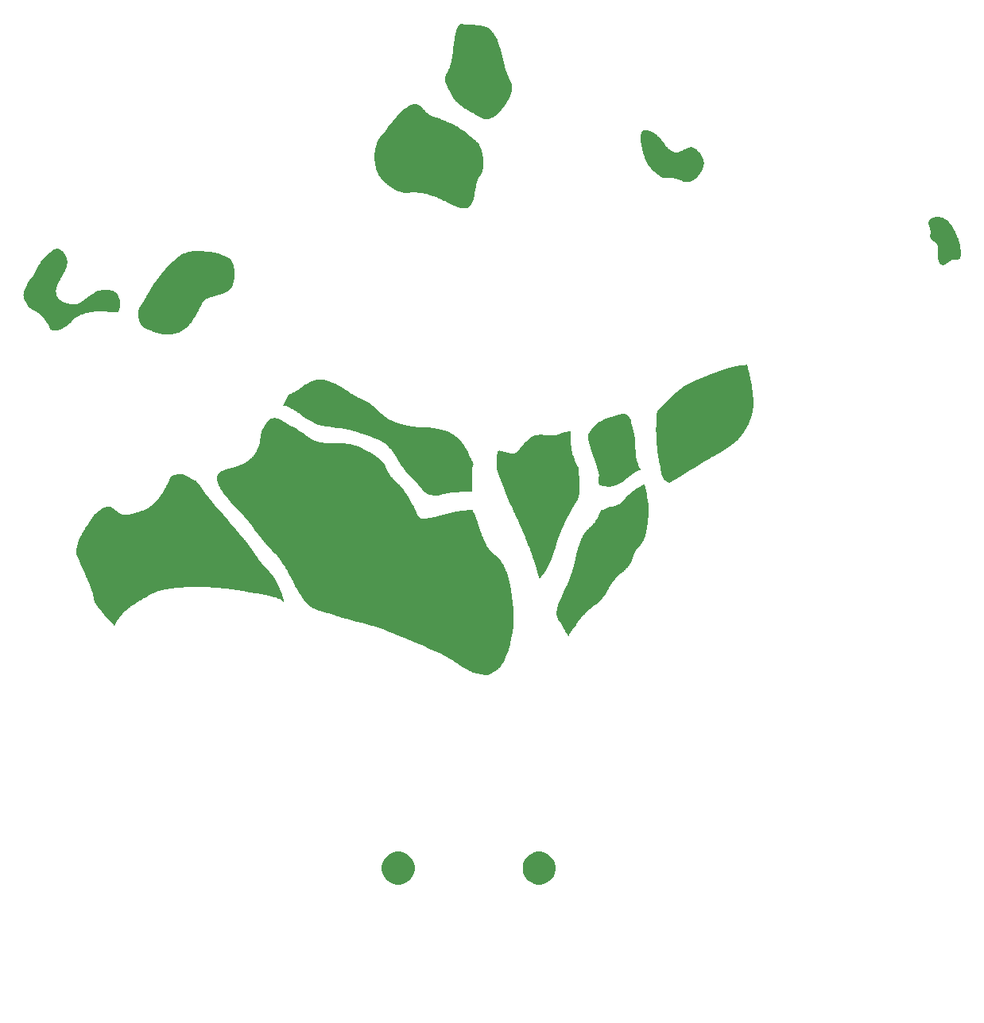
<source format=gbr>
%TF.GenerationSoftware,Altium Limited,Altium Designer,20.0.14 (345)*%
G04 Layer_Color=0*
%FSLAX45Y45*%
%MOMM*%
%TF.FileFunction,NonPlated,1,2,NPTH,Drill*%
%TF.Part,Single*%
G01*
G75*
G36*
X9097000Y6915800D02*
Y6898564D01*
X9103725Y6864754D01*
X9116917Y6832906D01*
X9136069Y6804244D01*
X9160444Y6779869D01*
X9189106Y6760717D01*
X9220954Y6747525D01*
X9254764Y6740800D01*
X9272000D01*
X9289236D01*
X9323045Y6747525D01*
X9354893Y6760717D01*
X9383556Y6779869D01*
X9407931Y6804244D01*
X9427083Y6832906D01*
X9440275Y6864754D01*
X9447000Y6898564D01*
Y6915800D01*
Y6933036D01*
X9440275Y6966845D01*
X9427083Y6998693D01*
X9407931Y7027356D01*
X9383556Y7051731D01*
X9354893Y7070883D01*
X9323045Y7084075D01*
X9289236Y7090800D01*
X9272000D01*
X9254764D01*
X9220954Y7084075D01*
X9189106Y7070883D01*
X9160444Y7051731D01*
X9136069Y7027356D01*
X9116917Y6998693D01*
X9103725Y6966845D01*
X9097000Y6933036D01*
Y6915800D01*
D01*
D02*
G37*
G36*
X10597000D02*
Y6898564D01*
X10603725Y6864754D01*
X10616917Y6832906D01*
X10636069Y6804244D01*
X10660444Y6779869D01*
X10689106Y6760717D01*
X10720954Y6747525D01*
X10754764Y6740800D01*
X10772000D01*
X10789236D01*
X10823045Y6747525D01*
X10854893Y6760717D01*
X10883556Y6779869D01*
X10907931Y6804244D01*
X10927083Y6832906D01*
X10940275Y6864754D01*
X10947000Y6898564D01*
Y6915800D01*
Y6933036D01*
X10940275Y6966845D01*
X10927083Y6998693D01*
X10907931Y7027356D01*
X10883556Y7051731D01*
X10854893Y7070883D01*
X10823045Y7084075D01*
X10789236Y7090800D01*
X10772000D01*
X10754764D01*
X10720954Y7084075D01*
X10689106Y7070883D01*
X10660444Y7051731D01*
X10636069Y7027356D01*
X10616917Y6998693D01*
X10603725Y6966845D01*
X10597000Y6933036D01*
Y6915800D01*
D01*
D02*
G37*
G36*
X10389933Y10986131D02*
X10372519Y11029658D01*
X10354724Y11073185D01*
X10345470Y11094331D01*
X10331793Y11138423D01*
X10323117Y11183766D01*
X10319548Y11229793D01*
X10320341Y11252861D01*
X10320419Y11256281D01*
X10320651Y11263119D01*
X10320956Y11269955D01*
X10321336Y11276786D01*
X10321564Y11280200D01*
Y11280200D01*
X10321564D01*
X10321789Y11283575D01*
X10322289Y11290322D01*
X10322840Y11297065D01*
X10323442Y11303804D01*
X10323768Y11307170D01*
Y11307171D01*
X10323768Y11307170D01*
X10326576Y11333915D01*
X10329612Y11360573D01*
X10332286Y11361992D01*
X10337979Y11364056D01*
X10343903Y11365306D01*
X10349945Y11365717D01*
X10352964Y11365499D01*
X10354683Y11365422D01*
X10358113Y11365142D01*
X10361529Y11364735D01*
X10364929Y11364204D01*
X10366618Y11363876D01*
X10368503Y11363513D01*
X10372257Y11362715D01*
X10375995Y11361842D01*
X10379715Y11360895D01*
X10381565Y11360385D01*
X10381565D01*
X10383602Y11359826D01*
X10387666Y11358678D01*
X10391721Y11357499D01*
X10395767Y11356289D01*
X10397785Y11355668D01*
X10397785Y11355669D01*
X10397785Y11355668D01*
X10415258Y11350369D01*
X10417586Y11349678D01*
X10422251Y11348326D01*
X10426928Y11347016D01*
X10431616Y11345748D01*
X10433965Y11345130D01*
X10433965D01*
X10436439Y11344496D01*
X10441402Y11343285D01*
X10446383Y11342150D01*
X10451381Y11341093D01*
X10453886Y11340594D01*
X10456509Y11340096D01*
X10461772Y11339185D01*
X10467052Y11338387D01*
X10472348Y11337702D01*
X10475001Y11337402D01*
X10475002Y11337402D01*
X10477779Y11337122D01*
X10483344Y11336673D01*
X10488919Y11336372D01*
X10494500Y11336219D01*
X10497291Y11336198D01*
X10497292D01*
X10500951Y11336377D01*
X10508185Y11337508D01*
X10515188Y11339647D01*
X10521819Y11342753D01*
X10524953Y11344649D01*
X10526620Y11345725D01*
X10529882Y11347984D01*
X10533043Y11350383D01*
X10536097Y11352917D01*
X10537582Y11354233D01*
Y11354233D01*
X10539179Y11355695D01*
X10542312Y11358684D01*
X10545363Y11361757D01*
X10548329Y11364912D01*
X10549780Y11366519D01*
D01*
X10551332Y11368271D01*
X10554397Y11371810D01*
X10557409Y11375395D01*
X10560367Y11379024D01*
X10561825Y11380856D01*
D01*
X10563366Y11382808D01*
X10566430Y11386725D01*
X10569473Y11390659D01*
X10572493Y11394610D01*
X10573995Y11396592D01*
X10573995Y11396592D01*
Y11396592D01*
X10586568Y11413076D01*
X10588186Y11415179D01*
X10591461Y11419354D01*
X10594775Y11423499D01*
X10598126Y11427613D01*
X10599821Y11429655D01*
Y11429655D01*
X10601531Y11431716D01*
X10605018Y11435780D01*
X10608572Y11439787D01*
X10612190Y11443735D01*
X10614032Y11445678D01*
X10615872Y11447622D01*
X10619646Y11451419D01*
X10623509Y11455125D01*
X10627461Y11458736D01*
X10629479Y11460494D01*
D01*
X10632950Y11463617D01*
X10639848Y11469913D01*
X10646686Y11476273D01*
X10653464Y11482698D01*
X10656830Y11485934D01*
Y11485934D01*
X10658516Y11487521D01*
X10661936Y11490644D01*
X10665402Y11493716D01*
X10668913Y11496736D01*
X10670690Y11498220D01*
X10672510Y11499736D01*
X10676228Y11502671D01*
X10680023Y11505505D01*
X10683893Y11508238D01*
X10685863Y11509552D01*
X10687945Y11510936D01*
X10692204Y11513558D01*
X10696553Y11516030D01*
X10700984Y11518348D01*
X10703239Y11519430D01*
X10703239Y11519430D01*
X10708567Y11521931D01*
X10719565Y11526126D01*
X10730845Y11529490D01*
X10742344Y11532004D01*
X10748172Y11532828D01*
Y11532828D01*
X10751815Y11533371D01*
X10759132Y11534229D01*
X10766472Y11534860D01*
X10773829Y11535263D01*
X10777511Y11535351D01*
D01*
X10781902Y11535456D01*
X10790688Y11535446D01*
X10799469Y11535213D01*
X10808243Y11534760D01*
X10812622Y11534423D01*
X10817866Y11534022D01*
X10828334Y11533011D01*
X10838781Y11531792D01*
X10849201Y11530364D01*
X10854396Y11529547D01*
D01*
X10865556Y11528074D01*
X10888014Y11526592D01*
X10910516Y11527069D01*
X10932891Y11529500D01*
X10943978Y11531444D01*
X10948047Y11532256D01*
X10956150Y11534034D01*
X10964207Y11536016D01*
X10972210Y11538202D01*
X10976191Y11539370D01*
X10978301Y11540007D01*
X10982511Y11541319D01*
X10986705Y11542677D01*
X10990884Y11544083D01*
X10992967Y11544804D01*
X10992968D01*
X10992967Y11544804D01*
X10995143Y11545571D01*
X10999483Y11547137D01*
X11003807Y11548748D01*
X11008113Y11550405D01*
X11010259Y11551250D01*
Y11551250D01*
X11010260Y11551250D01*
X11023411Y11556619D01*
X11023970Y11556850D01*
X11025093Y11557304D01*
X11026220Y11557748D01*
X11027351Y11558182D01*
X11027918Y11558394D01*
X11027918D01*
X11027918Y11558394D01*
X11028459Y11558596D01*
X11029547Y11558982D01*
X11030641Y11559352D01*
X11031740Y11559705D01*
X11032293Y11559873D01*
X11032935Y11560066D01*
X11034224Y11560436D01*
X11035518Y11560789D01*
X11036817Y11561125D01*
X11037469Y11561284D01*
X11037469Y11561284D01*
X11038330Y11561494D01*
X11040055Y11561901D01*
X11041783Y11562295D01*
X11043514Y11562675D01*
X11044381Y11562859D01*
Y11562859D01*
X11053963Y11564829D01*
X11067149Y11567424D01*
X11084874Y11570877D01*
X11108072Y11575417D01*
X11107590Y11566123D01*
X11106862Y11547525D01*
X11106447Y11528918D01*
X11106345Y11510306D01*
X11106412Y11501000D01*
X11106412Y11501000D01*
X11106490Y11496277D01*
X11106729Y11486832D01*
X11107077Y11477390D01*
X11107535Y11467953D01*
X11107805Y11463236D01*
D01*
X11108110Y11458446D01*
X11108816Y11448871D01*
X11109652Y11439308D01*
X11110617Y11429756D01*
X11111147Y11424985D01*
X11111147Y11424985D01*
X11111147Y11424985D01*
X11112350Y11415108D01*
X11115220Y11395418D01*
X11118706Y11375827D01*
X11122804Y11356355D01*
X11125081Y11346670D01*
X11125082Y11346670D01*
X11129204Y11330788D01*
X11138677Y11299373D01*
X11149768Y11268491D01*
X11162446Y11238226D01*
X11169370Y11223351D01*
D01*
X11172011Y11217892D01*
X11177431Y11207044D01*
X11183032Y11196288D01*
X11188813Y11185627D01*
X11191771Y11180334D01*
X11191771D01*
X11191846Y11171940D01*
X11192241Y11155154D01*
X11192967Y11138380D01*
X11194022Y11121623D01*
X11194673Y11113254D01*
X11194673Y11113254D01*
X11194673D01*
X11197479Y11079714D01*
X11200352Y11046173D01*
X11200696Y11041985D01*
X11201328Y11033603D01*
X11201906Y11025218D01*
X11202430Y11016829D01*
X11202665Y11012633D01*
X11202665Y11012633D01*
X11202665D01*
X11202899Y11008445D01*
X11203275Y11000062D01*
X11203556Y10991677D01*
X11203744Y10983288D01*
X11203791Y10979093D01*
D01*
X11203838Y10974899D01*
X11203799Y10966511D01*
X11203627Y10958124D01*
X11203322Y10949741D01*
X11203103Y10945553D01*
Y10945553D01*
X11202882Y10941346D01*
X11202270Y10932945D01*
X11201488Y10924557D01*
X11200534Y10916187D01*
X11199973Y10912012D01*
X11199403Y10907785D01*
X11198057Y10899361D01*
X11196507Y10890972D01*
X11194753Y10882624D01*
X11193774Y10878472D01*
D01*
X11192769Y10874216D01*
X11190525Y10865761D01*
X11188050Y10857371D01*
X11185345Y10849053D01*
X11183879Y10844932D01*
X11183879Y10844932D01*
X11169124Y10822641D01*
X11140661Y10777385D01*
X11113617Y10731267D01*
X11088018Y10684332D01*
X11075768Y10660572D01*
X11075768Y10660572D01*
X11066406Y10641848D01*
X11048276Y10604110D01*
X11030945Y10565998D01*
X11014420Y10527530D01*
X11006463Y10508167D01*
X11006463Y10508167D01*
X10998361Y10487876D01*
X10982740Y10447066D01*
X10967903Y10405966D01*
X10953853Y10364589D01*
X10947125Y10343802D01*
X10943932Y10331816D01*
X10937019Y10307990D01*
X10929582Y10284323D01*
X10921625Y10260826D01*
X10917388Y10249168D01*
X10915512Y10244032D01*
X10911639Y10233807D01*
X10907646Y10223628D01*
X10903534Y10213496D01*
X10901419Y10208455D01*
X10901419Y10208455D01*
X10894219Y10191325D01*
X10878352Y10157719D01*
X10861046Y10124831D01*
X10842335Y10092722D01*
X10832295Y10077087D01*
X10830072Y10073600D01*
X10825581Y10066655D01*
X10821045Y10059740D01*
X10816463Y10052854D01*
X10814150Y10049427D01*
Y10049427D01*
X10795839Y10022765D01*
X10777451Y9996562D01*
X10770667Y10020802D01*
X10756555Y10069126D01*
X10741724Y10117235D01*
X10726175Y10165116D01*
X10718133Y10188968D01*
X10718133Y10188968D01*
X10712607Y10205084D01*
X10701356Y10237247D01*
X10689839Y10269317D01*
X10678059Y10301290D01*
X10672070Y10317239D01*
X10665951Y10333349D01*
X10653546Y10365505D01*
X10640917Y10397574D01*
X10628066Y10429554D01*
X10621557Y10445510D01*
Y10445510D01*
X10614929Y10461612D01*
X10601536Y10493758D01*
X10587959Y10525826D01*
X10574198Y10557816D01*
X10567249Y10573781D01*
X10567249D01*
X10538876Y10637917D01*
X10533442Y10648683D01*
X10522811Y10670332D01*
X10512419Y10692098D01*
X10502268Y10713976D01*
X10497312Y10724970D01*
X10497312D01*
Y10724971D01*
X10478099Y10768497D01*
X10459671Y10812024D01*
X10441835Y10855551D01*
X10424397Y10899078D01*
X10407161Y10942604D01*
X10389933Y10986131D01*
D02*
G37*
G36*
X11009900Y9518261D02*
X11010805Y9516659D01*
X11012598Y9513445D01*
X11014368Y9510218D01*
X11016114Y9506979D01*
X11016979Y9505354D01*
D01*
X11016980Y9505353D01*
X11016982Y9505350D01*
X11016983Y9505346D01*
X11016985Y9505343D01*
X11016985Y9505342D01*
X11016986Y9505342D01*
X11016987Y9505338D01*
X11016987D01*
Y9505339D01*
X11016987Y9505339D01*
X11016987Y9505339D01*
Y9505340D01*
D01*
X11016986Y9505341D01*
X11016985Y9505343D01*
X11016984Y9505346D01*
X11016982Y9505348D01*
X11016982Y9505349D01*
Y9505350D01*
X11016986Y9505342D01*
X11016987Y9505338D01*
X11024318Y9491339D01*
X11024320Y9491336D01*
D01*
X11032394Y9475856D01*
X11032401Y9475843D01*
X11032402Y9475842D01*
X11032402Y9475842D01*
X11034866Y9471145D01*
X11039891Y9461800D01*
X11045009Y9452506D01*
X11050221Y9443264D01*
X11052873Y9438670D01*
X11052873Y9438670D01*
X11052873Y9438669D01*
X11056424Y9432544D01*
X11063679Y9420386D01*
X11071089Y9408321D01*
X11078652Y9396351D01*
X11082509Y9390414D01*
X11082546Y9390358D01*
X11082645Y9390266D01*
X11082763Y9390202D01*
X11082893Y9390169D01*
X11082960Y9390169D01*
X11083029D01*
X11083163Y9390204D01*
X11083283Y9390271D01*
X11083383Y9390367D01*
X11083419Y9390426D01*
D01*
X11083419D01*
X11087790Y9397545D01*
X11087796Y9397555D01*
X11087805Y9397568D01*
X11087803Y9397565D01*
X11087802Y9397564D01*
X11087800Y9397561D01*
X11087799Y9397559D01*
X11087797Y9397556D01*
X11087796Y9397555D01*
X11087796D01*
X11087803Y9397565D01*
X11094681Y9408527D01*
X11108648Y9430316D01*
X11122890Y9451927D01*
X11137406Y9473354D01*
X11144766Y9483998D01*
X11144767D01*
X11144768Y9484000D01*
X11144770Y9484003D01*
X11144772Y9484007D01*
X11144775Y9484010D01*
X11144776Y9484012D01*
X11148453Y9489285D01*
X11155860Y9499794D01*
X11163336Y9510254D01*
X11170881Y9520664D01*
X11174679Y9525850D01*
X11174680Y9525852D01*
X11174683Y9525855D01*
X11174686Y9525859D01*
X11174688Y9525862D01*
X11174689Y9525864D01*
X11178799Y9531434D01*
X11187091Y9542523D01*
X11195477Y9553541D01*
X11203957Y9564487D01*
X11208232Y9569932D01*
X11208233Y9569934D01*
X11208236Y9569937D01*
X11208239Y9569940D01*
X11208241Y9569944D01*
X11208243Y9569946D01*
X11208243D01*
X11208244Y9569947D01*
X11208246Y9569950D01*
X11208249Y9569954D01*
X11208251Y9569957D01*
X11208253Y9569959D01*
D01*
X11212651Y9575509D01*
X11221543Y9586535D01*
X11230560Y9597458D01*
X11239700Y9608278D01*
X11244317Y9613649D01*
X11244317Y9613649D01*
X11244324Y9613658D01*
X11244325Y9613659D01*
X11244328Y9613663D01*
X11244331Y9613666D01*
X11244334Y9613669D01*
X11244335Y9613671D01*
X11248879Y9618893D01*
X11258092Y9629228D01*
X11267467Y9639415D01*
X11277003Y9649452D01*
X11281831Y9654414D01*
X11281831D01*
X11281833Y9654416D01*
X11281837Y9654421D01*
X11281842Y9654425D01*
X11281846Y9654430D01*
X11281848Y9654432D01*
Y9654433D01*
X11290368Y9663159D01*
X11308162Y9679840D01*
X11326910Y9695440D01*
X11346547Y9709906D01*
X11356677Y9716698D01*
Y9716698D01*
X11356677Y9716698D01*
X11356678Y9716699D01*
X11356678Y9716699D01*
X11356678D01*
Y9716699D01*
X11358829Y9718014D01*
X11363089Y9720712D01*
X11367304Y9723477D01*
X11371475Y9726310D01*
X11373537Y9727760D01*
X11373537Y9727760D01*
X11373538D01*
X11373537Y9727760D01*
X11377901Y9730834D01*
X11386433Y9737252D01*
X11394761Y9743932D01*
X11402876Y9750869D01*
X11406824Y9754462D01*
Y9754462D01*
X11411129Y9758383D01*
X11419506Y9766473D01*
X11427644Y9774805D01*
X11435534Y9783372D01*
X11439352Y9787769D01*
X11439352D01*
X11439352Y9787768D01*
X11441406Y9790127D01*
X11445450Y9794903D01*
X11449428Y9799732D01*
X11453341Y9804616D01*
X11455263Y9807085D01*
X11455263D01*
X11457285Y9809682D01*
X11461263Y9814928D01*
X11465172Y9820224D01*
X11469012Y9825571D01*
X11470897Y9828270D01*
X11470898Y9828271D01*
X11470899Y9828272D01*
X11470900Y9828274D01*
X11470902Y9828276D01*
X11470902Y9828277D01*
D01*
X11472890Y9831123D01*
X11476796Y9836861D01*
X11480632Y9842648D01*
X11484396Y9848481D01*
X11486243Y9851420D01*
X11486243Y9851420D01*
Y9851420D01*
X11486243Y9851420D01*
D01*
Y9851420D01*
X11490242Y9857805D01*
X11497954Y9870751D01*
X11505376Y9883864D01*
X11512503Y9897140D01*
X11515918Y9903856D01*
X11515919Y9903858D01*
X11515921Y9903861D01*
X11515923Y9903865D01*
X11515924Y9903868D01*
X11515925Y9903870D01*
X11518232Y9908341D01*
X11522969Y9917219D01*
X11527867Y9926009D01*
X11532925Y9934708D01*
X11535513Y9939022D01*
X11535514Y9939024D01*
X11535516Y9939028D01*
X11535519Y9939031D01*
X11535521Y9939035D01*
X11535522Y9939037D01*
X11535523Y9939039D01*
X11535525Y9939042D01*
X11535527Y9939046D01*
X11535529Y9939049D01*
X11535530Y9939051D01*
X11539514Y9945524D01*
X11547775Y9958285D01*
X11556422Y9970788D01*
X11565447Y9983021D01*
X11570098Y9989033D01*
X11570099Y9989035D01*
X11570101Y9989038D01*
X11570104Y9989041D01*
X11570106Y9989044D01*
X11570107Y9989046D01*
X11570107Y9989046D01*
X11573258Y9993001D01*
X11579695Y10000801D01*
X11586310Y10008450D01*
X11593101Y10015944D01*
X11596562Y10019632D01*
Y10019632D01*
D01*
X11596562Y10019632D01*
D01*
X11596562Y10019632D01*
D01*
X11596565Y10019636D01*
X11601800Y10025056D01*
X11612588Y10035578D01*
X11623789Y10045659D01*
X11635384Y10055285D01*
X11641323Y10059923D01*
D01*
X11641321Y10059921D01*
X11645975Y10063446D01*
X11655165Y10070650D01*
X11664233Y10078005D01*
X11673179Y10085510D01*
X11677589Y10089336D01*
X11681237Y10092499D01*
X11688400Y10098975D01*
X11695426Y10105599D01*
X11702314Y10112368D01*
X11705687Y10115823D01*
X11705687D01*
X11708483Y10118687D01*
X11713931Y10124556D01*
X11719228Y10130559D01*
X11724373Y10136694D01*
X11726868Y10139826D01*
Y10139826D01*
X11726866Y10139824D01*
X11726867Y10139824D01*
X11726867Y10139825D01*
X11726868Y10139826D01*
X11726869Y10139827D01*
X11726869Y10139828D01*
X11730795Y10144709D01*
X11738067Y10154910D01*
X11744737Y10165514D01*
X11750781Y10176487D01*
X11753481Y10182140D01*
X11753481Y10182140D01*
X11753481Y10182140D01*
X11753481Y10182141D01*
X11753481Y10182142D01*
X11753482Y10182142D01*
X11753482Y10182143D01*
X11754587Y10184491D01*
X11756685Y10189239D01*
X11758669Y10194037D01*
X11760538Y10198880D01*
X11761414Y10201322D01*
X11761414D01*
X11761417Y10201330D01*
X11761417D01*
X11762967Y10205859D01*
X11765940Y10214959D01*
X11768786Y10224100D01*
X11771505Y10233279D01*
X11772800Y10237888D01*
X11772800Y10237889D01*
X11772801Y10237893D01*
X11772802Y10237896D01*
X11772803Y10237900D01*
X11772803Y10237901D01*
X11774207Y10242642D01*
X11777289Y10252039D01*
X11780732Y10261309D01*
X11784532Y10270439D01*
X11786564Y10274947D01*
X11786565Y10274949D01*
X11786567Y10274955D01*
X11786570Y10274960D01*
X11786572Y10274965D01*
X11786574Y10274968D01*
D01*
X11786571Y10274962D01*
X11787599Y10277077D01*
X11789737Y10281267D01*
X11791983Y10285400D01*
X11794337Y10289472D01*
X11795554Y10291485D01*
X11795556Y10291488D01*
X11795559Y10291493D01*
X11795561Y10291498D01*
X11795564Y10291503D01*
X11795566Y10291505D01*
X11795566Y10291506D01*
X11796810Y10293511D01*
X11799356Y10297484D01*
X11801978Y10301408D01*
X11804676Y10305280D01*
X11806053Y10307196D01*
X11806054Y10307197D01*
X11806057Y10307201D01*
X11806059Y10307204D01*
X11806061Y10307207D01*
X11806063Y10307209D01*
D01*
X11806064Y10307211D01*
X11806067Y10307214D01*
X11806069Y10307217D01*
X11806071Y10307221D01*
X11806072Y10307222D01*
Y10307223D01*
X11807479Y10309146D01*
X11810328Y10312967D01*
X11813226Y10316751D01*
X11816172Y10320498D01*
X11817662Y10322357D01*
X11817663D01*
X11817660Y10322355D01*
X11820708Y10326071D01*
X11826839Y10333475D01*
X11833018Y10340840D01*
X11839243Y10348165D01*
X11842373Y10351813D01*
X11842373Y10351813D01*
X11842375Y10351815D01*
X11842378Y10351819D01*
X11842381Y10351822D01*
X11842385Y10351826D01*
X11842386Y10351828D01*
X11843940Y10353656D01*
X11847026Y10357330D01*
X11850088Y10361024D01*
X11853127Y10364737D01*
X11854635Y10366603D01*
X11854635Y10366603D01*
X11856131Y10368453D01*
X11859077Y10372193D01*
X11861974Y10375969D01*
X11864823Y10379782D01*
X11866223Y10381707D01*
X11866225Y10381708D01*
X11866227Y10381712D01*
X11866230Y10381715D01*
X11866232Y10381719D01*
X11866233Y10381720D01*
X11867618Y10383624D01*
X11870315Y10387486D01*
X11872935Y10391399D01*
X11875479Y10395362D01*
X11876712Y10397369D01*
Y10397369D01*
X11876710Y10397366D01*
X11879193Y10401349D01*
X11883680Y10409597D01*
X11887668Y10418097D01*
X11891145Y10426818D01*
X11892622Y10431275D01*
D01*
X11892623Y10431276D01*
X11892624Y10431278D01*
X11892624Y10431280D01*
X11892625Y10431283D01*
X11892625Y10431284D01*
Y10431284D01*
X11903584Y10466504D01*
X11920130Y10538394D01*
X11931214Y10611326D01*
X11936772Y10684886D01*
Y10721771D01*
Y10743940D01*
X11934762Y10788232D01*
X11930748Y10832388D01*
X11924736Y10876317D01*
X11920737Y10898122D01*
X11920737Y10898122D01*
X11920738Y10898121D01*
X11919642Y10904188D01*
X11917274Y10916289D01*
X11914731Y10928355D01*
X11912012Y10940382D01*
X11910565Y10946376D01*
X11910566D01*
X11910565Y10946378D01*
X11910564Y10946381D01*
X11910563Y10946385D01*
X11910562Y10946389D01*
X11910562Y10946391D01*
X11910562Y10946389D01*
X11910563Y10946385D01*
X11910564Y10946381D01*
X11910565Y10946377D01*
X11910565Y10946375D01*
X11910566D01*
X11910562Y10946391D01*
X11909484Y10950876D01*
X11907193Y10959813D01*
X11904767Y10968714D01*
X11902205Y10977577D01*
X11900856Y10981988D01*
X11900855Y10981993D01*
X11900853Y10982001D01*
X11900850Y10982009D01*
X11900847Y10982017D01*
X11900846Y10982021D01*
D01*
X11900857Y10981988D01*
X11900228Y10985654D01*
X11898190Y10992807D01*
X11895393Y10999698D01*
X11891870Y11006249D01*
X11889766Y11009315D01*
Y11009315D01*
X11889729Y11009369D01*
X11889631Y11009456D01*
X11889515Y11009517D01*
X11889388Y11009549D01*
X11889322Y11009548D01*
X11889288Y11009549D01*
X11889220Y11009540D01*
X11889154Y11009523D01*
X11889091Y11009498D01*
X11889061Y11009481D01*
Y11009481D01*
X11870366Y10999099D01*
X11870354Y10999092D01*
X11870350Y10999090D01*
X11870366Y10999099D01*
D01*
X11870350Y10999090D01*
X11867982Y10997749D01*
X11863262Y10995041D01*
X11858555Y10992308D01*
X11853864Y10989550D01*
X11851525Y10988159D01*
X11851525D01*
X11849137Y10986737D01*
X11844378Y10983864D01*
X11839637Y10980962D01*
X11834915Y10978029D01*
X11832563Y10976548D01*
Y10976548D01*
X11832564D01*
X11825085Y10971847D01*
X11810350Y10962100D01*
X11795846Y10952013D01*
X11781582Y10941590D01*
X11774573Y10936213D01*
X11774571Y10936212D01*
X11774568Y10936209D01*
X11774564Y10936206D01*
X11774561Y10936204D01*
X11774559Y10936202D01*
X11774561Y10936203D01*
X11774564Y10936206D01*
X11774567Y10936209D01*
X11774571Y10936211D01*
X11774572Y10936213D01*
D01*
X11774559Y10936202D01*
X11763831Y10927933D01*
X11742964Y10910657D01*
X11722713Y10892665D01*
X11703100Y10873977D01*
X11693625Y10864298D01*
X11693626D01*
X11693623Y10864295D01*
X11693618Y10864290D01*
X11693613Y10864285D01*
X11693608Y10864279D01*
X11693606Y10864277D01*
X11693606D01*
X11693610Y10864281D01*
X11693602Y10864272D01*
D01*
X11693606Y10864277D01*
X11693602Y10864272D01*
X11678504Y10847108D01*
X11678502Y10847106D01*
X11678499Y10847103D01*
X11678495Y10847099D01*
X11678492Y10847096D01*
X11678490Y10847094D01*
Y10847094D01*
X11676806Y10845192D01*
X11673418Y10841405D01*
X11670005Y10837641D01*
X11666568Y10833899D01*
X11664840Y10832037D01*
X11664838Y10832035D01*
X11664836Y10832032D01*
X11664833Y10832029D01*
X11664830Y10832026D01*
X11664829Y10832025D01*
Y10832025D01*
X11664827Y10832024D01*
X11664825Y10832021D01*
X11664822Y10832017D01*
X11664819Y10832014D01*
X11664817Y10832013D01*
X11664818D01*
X11664819Y10832014D01*
X11664821Y10832017D01*
X11664824Y10832020D01*
X11664827Y10832023D01*
X11664829Y10832025D01*
D01*
X11664840Y10832037D01*
X11664840D01*
X11664817Y10832013D01*
X11663248Y10830337D01*
X11660077Y10827019D01*
X11656861Y10823743D01*
X11653602Y10820511D01*
X11651956Y10818911D01*
X11651955Y10818910D01*
X11651952Y10818907D01*
X11651949Y10818904D01*
X11651946Y10818901D01*
X11651945Y10818900D01*
X11651957Y10818911D01*
D01*
X11651944Y10818900D01*
X11651943Y10818898D01*
X11651940Y10818895D01*
X11651937Y10818893D01*
X11651934Y10818889D01*
X11651933Y10818888D01*
X11651934Y10818890D01*
X11651937Y10818893D01*
X11651940Y10818895D01*
X11651943Y10818898D01*
X11651945Y10818900D01*
Y10818900D01*
X11651933Y10818888D01*
X11650390Y10817415D01*
X11647259Y10814516D01*
X11644070Y10811682D01*
X11640822Y10808915D01*
X11639177Y10807557D01*
X11639175Y10807555D01*
X11639172Y10807553D01*
X11639169Y10807550D01*
X11639166Y10807548D01*
X11639164Y10807546D01*
X11639164Y10807546D01*
X11639162Y10807545D01*
X11639159Y10807542D01*
X11639156Y10807539D01*
X11639152Y10807536D01*
X11639151Y10807535D01*
X11639151D01*
X11639152Y10807536D01*
X11639155Y10807539D01*
X11639159Y10807542D01*
X11639162Y10807544D01*
X11639163Y10807546D01*
X11639177Y10807556D01*
Y10807557D01*
X11639151Y10807535D01*
X11635890Y10804939D01*
X11629157Y10800024D01*
X11622159Y10795496D01*
X11614918Y10791367D01*
X11611214Y10789456D01*
X11611212Y10789455D01*
X11611208Y10789453D01*
X11611205Y10789451D01*
X11611201Y10789449D01*
X11611199Y10789448D01*
Y10789449D01*
X11611200Y10789449D01*
X11611214Y10789455D01*
Y10789456D01*
X11611200Y10789449D01*
X11609177Y10788465D01*
X11605091Y10786579D01*
X11600954Y10784804D01*
X11596772Y10783144D01*
X11594664Y10782356D01*
X11594662Y10782355D01*
X11594658Y10782354D01*
X11594654Y10782353D01*
X11594650Y10782351D01*
X11594648Y10782350D01*
X11594648Y10782351D01*
X11594649D01*
X11594664Y10782356D01*
X11594664D01*
X11594648Y10782351D01*
X11594647Y10782350D01*
X11594643Y10782349D01*
X11594639Y10782347D01*
X11594635Y10782345D01*
X11594633Y10782345D01*
X11592269Y10781497D01*
X11587512Y10779882D01*
X11582720Y10778376D01*
X11577895Y10776979D01*
X11575471Y10776322D01*
X11575470Y10776321D01*
X11575467Y10776321D01*
X11575464Y10776320D01*
X11575461Y10776319D01*
X11575459Y10776319D01*
X11575461Y10776319D01*
X11575465Y10776320D01*
X11575469Y10776321D01*
X11575473Y10776322D01*
X11575475Y10776323D01*
D01*
X11575459Y10776319D01*
X11569412Y10774811D01*
X11557252Y10772066D01*
X11545017Y10769685D01*
X11532716Y10767670D01*
X11526544Y10766800D01*
X11526542Y10766800D01*
X11526538Y10766800D01*
X11526534Y10766799D01*
X11526530Y10766799D01*
X11526528Y10766798D01*
D01*
X11526544Y10766800D01*
X11526532Y10766799D01*
X11526508Y10766796D01*
X11526484Y10766791D01*
X11526460Y10766785D01*
X11526449Y10766782D01*
X11524801Y10766304D01*
X11521518Y10765301D01*
X11518250Y10764253D01*
X11514997Y10763159D01*
X11513378Y10762590D01*
X11513378Y10762590D01*
X11511893Y10762067D01*
X11508938Y10760986D01*
X11505997Y10759868D01*
X11503068Y10758715D01*
X11501612Y10758121D01*
D01*
X11501611D01*
D01*
D01*
Y10758121D01*
X11501612D01*
X11500267Y10757572D01*
X11497587Y10756448D01*
X11494919Y10755300D01*
X11492261Y10754126D01*
X11490938Y10753527D01*
Y10753527D01*
X11489707Y10752969D01*
X11487252Y10751841D01*
X11484804Y10750699D01*
X11482361Y10749544D01*
X11481143Y10748960D01*
D01*
X11481143Y10748959D01*
Y10748960D01*
X11472015Y10744571D01*
X11472015Y10744570D01*
X11470935Y10744052D01*
X11468773Y10743025D01*
X11466604Y10742010D01*
X11464429Y10741007D01*
X11463340Y10740510D01*
X11463340Y10740510D01*
X11463338Y10740509D01*
X11463334Y10740507D01*
X11463331Y10740506D01*
X11463327Y10740504D01*
X11463325Y10740503D01*
X11462284Y10740034D01*
X11460195Y10739116D01*
X11458094Y10738224D01*
X11455982Y10737358D01*
X11454922Y10736935D01*
X11454920Y10736934D01*
X11454916Y10736933D01*
X11454912Y10736931D01*
X11454908Y10736930D01*
X11454906Y10736929D01*
Y10736929D01*
X11454908Y10736929D01*
X11454912Y10736931D01*
X11454916Y10736932D01*
X11454920Y10736934D01*
X11454922Y10736935D01*
X11454922Y10736935D01*
X11454906Y10736929D01*
X11453868Y10736524D01*
X11451781Y10735745D01*
X11449678Y10735006D01*
X11447562Y10734308D01*
X11446499Y10733974D01*
X11446498Y10733973D01*
Y10733973D01*
X11444344Y10733334D01*
X11439990Y10732232D01*
X11435581Y10731369D01*
X11431133Y10730748D01*
X11428897Y10730529D01*
Y10730529D01*
X11428817Y10730522D01*
X11428668Y10730463D01*
X11428543Y10730362D01*
X11428453Y10730230D01*
X11428429Y10730153D01*
D01*
X11428430Y10730156D01*
X11428432Y10730162D01*
X11428433Y10730167D01*
X11428435Y10730173D01*
X11428436Y10730175D01*
X11428437Y10730176D01*
X11428429Y10730153D01*
X11426702Y10725417D01*
X11423146Y10715982D01*
X11419455Y10706599D01*
X11415629Y10697270D01*
X11413666Y10692627D01*
X11413666Y10692625D01*
X11413664Y10692621D01*
X11413662Y10692618D01*
X11413661Y10692614D01*
X11413660Y10692612D01*
D01*
X11413666Y10692627D01*
X11413667D01*
X11413660Y10692612D01*
X11411929Y10688604D01*
X11408367Y10680633D01*
X11404673Y10672723D01*
X11400848Y10664875D01*
X11398887Y10660975D01*
X11398886Y10660973D01*
X11398884Y10660969D01*
X11398882Y10660966D01*
X11398880Y10660962D01*
X11398880Y10660960D01*
D01*
X11398880Y10660962D01*
X11398882Y10660966D01*
X11398884Y10660970D01*
X11398886Y10660973D01*
X11398887Y10660975D01*
X11398887D01*
X11398879Y10660960D01*
X11397143Y10657582D01*
X11393575Y10650876D01*
X11389884Y10644236D01*
X11386071Y10637666D01*
X11384118Y10634408D01*
X11384118Y10634407D01*
X11380781Y10628998D01*
X11373797Y10618376D01*
X11366411Y10608030D01*
X11358633Y10597976D01*
X11354601Y10593062D01*
X11354591Y10593051D01*
X11352802Y10590937D01*
X11349175Y10586753D01*
X11345483Y10582625D01*
X11341727Y10578555D01*
X11339825Y10576542D01*
Y10576543D01*
X11339826D01*
X11338014Y10574652D01*
X11334362Y10570900D01*
X11330671Y10567184D01*
X11326943Y10563507D01*
X11325065Y10561682D01*
X11325064Y10561681D01*
X11325061Y10561679D01*
X11325059Y10561676D01*
X11325057Y10561674D01*
X11325055Y10561673D01*
Y10561673D01*
X11325056Y10561674D01*
X11325065Y10561682D01*
X11325065Y10561682D01*
X11325055Y10561673D01*
X11325049Y10561667D01*
X11325053Y10561671D01*
D01*
X11325049Y10561667D01*
X11310268Y10547576D01*
X11310266Y10547573D01*
X11306453Y10544033D01*
X11298939Y10536833D01*
X11291540Y10529516D01*
X11284256Y10522083D01*
X11280673Y10518310D01*
X11280674Y10518310D01*
X11280677Y10518314D01*
X11278666Y10516238D01*
X11274748Y10511988D01*
X11270938Y10507642D01*
X11267238Y10503202D01*
X11265443Y10500936D01*
X11265444D01*
X11263506Y10498491D01*
X11259741Y10493516D01*
X11256085Y10488460D01*
X11252541Y10483325D01*
X11250826Y10480720D01*
Y10480720D01*
X11250826Y10480720D01*
X11248968Y10477897D01*
X11245360Y10472182D01*
X11241863Y10466399D01*
X11238476Y10460551D01*
X11236839Y10457594D01*
X11236840Y10457595D01*
X11235063Y10454388D01*
X11231619Y10447917D01*
X11228283Y10441390D01*
X11225055Y10434807D01*
X11223497Y10431490D01*
D01*
X11221806Y10427893D01*
X11218529Y10420650D01*
X11215357Y10413360D01*
X11212292Y10406025D01*
X11210812Y10402336D01*
X11210812D01*
X11210811Y10402334D01*
X11210810Y10402330D01*
X11210808Y10402326D01*
X11210807Y10402322D01*
X11210806Y10402320D01*
X11210812Y10402336D01*
D01*
X11210806Y10402320D01*
X11209205Y10398328D01*
X11206103Y10390305D01*
X11203102Y10382243D01*
X11200203Y10374143D01*
X11198805Y10370076D01*
X11198805Y10370074D01*
X11198803Y10370070D01*
X11198802Y10370066D01*
X11198800Y10370062D01*
X11198800Y10370060D01*
X11197286Y10365659D01*
X11194357Y10356823D01*
X11191525Y10347955D01*
X11188792Y10339057D01*
X11187474Y10334593D01*
X11187475Y10334593D01*
X11186053Y10329778D01*
X11183303Y10320121D01*
X11180647Y10310438D01*
X11178085Y10300729D01*
X11176851Y10295863D01*
X11176851D01*
X11176851Y10295862D01*
Y10295862D01*
X11174114Y10285000D01*
X11168990Y10263192D01*
X11164218Y10241304D01*
X11159799Y10219342D01*
X11157766Y10208327D01*
X11157767D01*
X11157766Y10208323D01*
X11155940Y10200170D01*
X11152181Y10183888D01*
X11148278Y10167641D01*
X11144231Y10151429D01*
X11142154Y10143336D01*
Y10143336D01*
X11142153Y10143334D01*
X11142152Y10143330D01*
X11142151Y10143326D01*
X11142150Y10143322D01*
X11142150Y10143320D01*
X11142150D01*
X11140319Y10136326D01*
X11136553Y10122364D01*
X11132648Y10108441D01*
X11128604Y10094558D01*
X11126530Y10087632D01*
X11126531D01*
X11126530Y10087630D01*
X11126529Y10087626D01*
X11126527Y10087622D01*
X11126526Y10087617D01*
X11126526Y10087615D01*
Y10087616D01*
X11123043Y10076259D01*
X11115713Y10053662D01*
X11107904Y10031226D01*
X11099617Y10008962D01*
X11095295Y9997897D01*
X11095296Y9997897D01*
X11095295Y9997895D01*
X11095293Y9997892D01*
X11095292Y9997888D01*
X11095290Y9997884D01*
X11095290Y9997883D01*
X11093413Y9993202D01*
X11089595Y9983866D01*
X11085694Y9974565D01*
X11081709Y9965299D01*
X11079685Y9960680D01*
X11079685Y9960680D01*
X11079684Y9960678D01*
X11079682Y9960674D01*
X11079681Y9960671D01*
X11079679Y9960667D01*
X11079678Y9960665D01*
X11077772Y9956363D01*
X11073920Y9947776D01*
X11070016Y9939212D01*
X11066062Y9930672D01*
X11064066Y9926411D01*
D01*
X11064065Y9926409D01*
X11064063Y9926406D01*
X11064062Y9926403D01*
X11064060Y9926399D01*
X11064059Y9926398D01*
X11064060D01*
X11064064Y9926407D01*
X11064060Y9926398D01*
X11048434Y9893495D01*
X11048434Y9893494D01*
X11048433Y9893491D01*
X11048432Y9893488D01*
X11048430Y9893486D01*
X11048430Y9893485D01*
Y9893485D01*
X11048434Y9893494D01*
X11048430Y9893485D01*
X11032817Y9860395D01*
X11032816Y9860392D01*
X11032813Y9860387D01*
X11032811Y9860383D01*
X11032809Y9860378D01*
X11032808Y9860376D01*
X11032808D01*
X11028595Y9851354D01*
X11020474Y9833172D01*
X11012658Y9814856D01*
X11005150Y9796411D01*
X11001552Y9787128D01*
X11001553Y9787131D01*
X11001557Y9787137D01*
X11001560Y9787144D01*
X11001563Y9787150D01*
X11001565Y9787154D01*
D01*
X11001552Y9787128D01*
X11001551Y9787125D01*
X11001549Y9787120D01*
X11001547Y9787115D01*
X11001545Y9787110D01*
X11001544Y9787107D01*
X11001544D01*
X11001552Y9787128D01*
X11000112Y9784255D01*
X10997275Y9778489D01*
X10994481Y9772702D01*
X10991730Y9766895D01*
X10990377Y9763980D01*
X10989044Y9761112D01*
X10986444Y9755345D01*
X10983909Y9749550D01*
X10981440Y9743726D01*
X10980239Y9740800D01*
X10979063Y9737936D01*
X10976800Y9732172D01*
X10974627Y9726373D01*
X10972545Y9720542D01*
X10971550Y9717610D01*
X10971550D01*
X10970577Y9714746D01*
X10968749Y9708980D01*
X10967038Y9703178D01*
X10965445Y9697343D01*
X10964708Y9694410D01*
X10964708D01*
X10963987Y9691539D01*
X10962690Y9685765D01*
X10961541Y9679959D01*
X10960539Y9674126D01*
X10960113Y9671197D01*
Y9671198D01*
X10960112Y9671196D01*
X10960112Y9671195D01*
X10960112Y9671193D01*
X10960112Y9671191D01*
Y9671190D01*
X10960112Y9671192D01*
X10960113Y9671196D01*
X10960113Y9671200D01*
X10960114Y9671204D01*
X10960114Y9671206D01*
Y9671207D01*
X10960112Y9671190D01*
X10957658Y9656152D01*
X10958391Y9625688D01*
X10964740Y9595883D01*
X10976485Y9567764D01*
X10984855Y9555032D01*
X10984855Y9555032D01*
X10984859Y9555026D01*
X10984867Y9555014D01*
X10984875Y9555003D01*
X10984884Y9554992D01*
X10984888Y9554986D01*
X10984889D01*
X10987255Y9552056D01*
X10991852Y9546088D01*
X10996263Y9539982D01*
X11000483Y9533742D01*
X11002521Y9530574D01*
X11002522Y9530573D01*
X11002524Y9530569D01*
X11002526Y9530566D01*
X11002529Y9530562D01*
X11002530Y9530561D01*
X11003480Y9529046D01*
X11005355Y9526000D01*
X11007194Y9522932D01*
X11008996Y9519843D01*
X11009884Y9518290D01*
X11009885Y9518288D01*
X11009887Y9518284D01*
X11009889Y9518281D01*
X11009891Y9518277D01*
X11009892Y9518276D01*
X11009900Y9518261D01*
D02*
G37*
G36*
X11402889Y11047751D02*
X11402809Y11049080D01*
X11402731Y11051740D01*
X11402737Y11054402D01*
X11402826Y11057062D01*
X11402912Y11058390D01*
Y11058390D01*
Y11058392D01*
X11402988Y11059498D01*
X11403202Y11061705D01*
X11403477Y11063905D01*
X11403814Y11066097D01*
X11404013Y11067188D01*
X11404013D01*
X11404013Y11067190D01*
X11404198Y11068182D01*
X11404592Y11070162D01*
X11405011Y11072137D01*
X11405454Y11074106D01*
X11405688Y11075088D01*
X11405922Y11076079D01*
X11406377Y11078065D01*
X11406814Y11080055D01*
X11407234Y11082048D01*
X11407437Y11083046D01*
Y11083046D01*
X11407438Y11083048D01*
X11407438Y11083051D01*
X11407439Y11083055D01*
X11407440Y11083059D01*
X11407440Y11083060D01*
X11407440Y11083061D01*
X11407654Y11084176D01*
X11408041Y11086414D01*
X11408374Y11088661D01*
X11408654Y11090915D01*
X11408773Y11092045D01*
X11408773Y11092045D01*
X11408773Y11092039D01*
X11408876Y11093308D01*
X11409042Y11095851D01*
X11409153Y11098396D01*
X11409208Y11100944D01*
X11409215Y11102218D01*
X11409200Y11104084D01*
X11409082Y11107815D01*
X11408844Y11111541D01*
X11408488Y11115257D01*
X11408265Y11117111D01*
X11408265Y11117113D01*
X11408264Y11117118D01*
X11408264Y11117124D01*
X11408263Y11117129D01*
X11408263Y11117131D01*
Y11117131D01*
X11408265Y11117111D01*
X11408266Y11117109D01*
X11408266Y11117105D01*
X11408268Y11117101D01*
X11408268Y11117097D01*
X11408269Y11117095D01*
X11408269Y11117095D01*
X11408265Y11117111D01*
X11407250Y11122097D01*
X11405083Y11132040D01*
X11402736Y11141943D01*
X11400211Y11151801D01*
X11398881Y11156713D01*
X11398880Y11156714D01*
D01*
X11398878Y11156721D01*
X11397349Y11162246D01*
X11394205Y11173273D01*
X11390949Y11184267D01*
X11387579Y11195227D01*
X11385853Y11200694D01*
X11385852Y11200696D01*
X11385850Y11200700D01*
X11385849Y11200704D01*
X11385848Y11200708D01*
X11385847Y11200710D01*
X11385848Y11200710D01*
X11383969Y11206589D01*
X11380166Y11218331D01*
X11376300Y11230053D01*
X11372371Y11241755D01*
X11370384Y11247597D01*
Y11247598D01*
X11370383Y11247599D01*
X11370382Y11247603D01*
X11370381Y11247606D01*
X11370379Y11247610D01*
X11370379Y11247611D01*
X11370379Y11247611D01*
X11353652Y11296050D01*
Y11296050D01*
X11353652Y11296052D01*
X11353651Y11296053D01*
X11353651Y11296054D01*
X11353651Y11296055D01*
D01*
X11336866Y11344596D01*
X11336865Y11344598D01*
X11336864Y11344603D01*
X11336862Y11344607D01*
X11336861Y11344611D01*
X11336860Y11344613D01*
X11334844Y11350496D01*
X11330873Y11362281D01*
X11326961Y11374086D01*
X11323110Y11385910D01*
X11321214Y11391832D01*
X11321214D01*
X11321214Y11391832D01*
X11319439Y11397363D01*
X11315999Y11408458D01*
X11312668Y11419587D01*
X11309446Y11430748D01*
X11307889Y11436344D01*
Y11436344D01*
Y11436343D01*
X11306490Y11441346D01*
X11303865Y11451398D01*
X11301414Y11461494D01*
X11299137Y11471630D01*
X11298086Y11476717D01*
X11298086Y11476718D01*
Y11476715D01*
X11298087Y11476712D01*
X11298088Y11476708D01*
X11298089Y11476704D01*
X11298090Y11476702D01*
Y11476702D01*
X11298086Y11476717D01*
X11296187Y11484393D01*
X11293743Y11500018D01*
X11292673Y11515796D01*
X11292985Y11531607D01*
X11293830Y11539469D01*
X11293834Y11539502D01*
X11293849Y11539566D01*
X11293871Y11539627D01*
X11293901Y11539685D01*
X11293919Y11539712D01*
Y11539713D01*
X11303368Y11553740D01*
X11303367Y11553739D01*
X11312746Y11567773D01*
X11312747Y11567774D01*
X11312749Y11567777D01*
X11312751Y11567780D01*
X11312753Y11567783D01*
X11312754Y11567784D01*
D01*
X11322280Y11581788D01*
X11322281Y11581790D01*
X11322283Y11581793D01*
X11322284Y11581795D01*
X11322286Y11581798D01*
X11322287Y11581800D01*
X11323506Y11583565D01*
X11325966Y11587079D01*
X11328447Y11590578D01*
X11330950Y11594062D01*
X11332213Y11595796D01*
D01*
X11333499Y11597562D01*
X11336102Y11601071D01*
X11338736Y11604558D01*
X11341400Y11608021D01*
X11342747Y11609741D01*
X11342748D01*
X11342746Y11609739D01*
X11350236Y11619408D01*
X11366505Y11637677D01*
X11383985Y11654790D01*
X11402596Y11670668D01*
X11412422Y11677951D01*
X11412422D01*
X11412438Y11677963D01*
X11412471Y11677984D01*
X11412507Y11678003D01*
X11412543Y11678019D01*
X11412562Y11678025D01*
Y11678026D01*
X11436456Y11686559D01*
X11459695Y11695208D01*
X11459701Y11695210D01*
Y11695211D01*
X11482633Y11703909D01*
X11482635Y11703909D01*
X11482637Y11703910D01*
X11482640Y11703911D01*
X11482642Y11703912D01*
X11482643Y11703912D01*
X11482644D01*
X11482654Y11703916D01*
X11505647Y11712601D01*
X11505649Y11712602D01*
X11505653Y11712604D01*
X11505657Y11712605D01*
X11505661Y11712607D01*
X11505663Y11712607D01*
Y11712608D01*
X11529098Y11721224D01*
X11529101Y11721225D01*
X11532119Y11722314D01*
X11538165Y11724462D01*
X11544221Y11726581D01*
X11550287Y11728673D01*
X11553325Y11729704D01*
Y11729705D01*
X11553324Y11729704D01*
X11567069Y11734394D01*
X11594813Y11742991D01*
X11622790Y11750797D01*
X11650977Y11757806D01*
X11665165Y11760908D01*
X11665165D01*
X11665180Y11760911D01*
X11665210Y11760916D01*
X11665240Y11760919D01*
X11665270Y11760921D01*
X11665285Y11760921D01*
X11670514Y11760870D01*
X11680863Y11759361D01*
X11690915Y11756469D01*
X11700484Y11752250D01*
X11704941Y11749514D01*
X11704943Y11749513D01*
X11704946Y11749511D01*
X11704950Y11749508D01*
X11704953Y11749506D01*
X11704955Y11749505D01*
D01*
X11704957Y11749504D01*
X11705988Y11748866D01*
X11708012Y11747528D01*
X11709995Y11746131D01*
X11711936Y11744678D01*
X11712885Y11743922D01*
X11713837Y11743164D01*
X11715702Y11741600D01*
X11717526Y11739989D01*
X11719308Y11738332D01*
X11720178Y11737481D01*
X11721058Y11736619D01*
X11722782Y11734859D01*
X11724468Y11733062D01*
X11726114Y11731230D01*
X11726918Y11730296D01*
X11727735Y11729347D01*
X11729337Y11727420D01*
X11730905Y11725467D01*
X11732439Y11723486D01*
X11733189Y11722482D01*
X11733190Y11722481D01*
Y11722481D01*
X11734721Y11720416D01*
X11737687Y11716216D01*
X11740556Y11711949D01*
X11743324Y11707617D01*
X11744659Y11705419D01*
D01*
X11744667Y11705405D01*
X11744683Y11705374D01*
X11744697Y11705343D01*
X11744709Y11705311D01*
X11744714Y11705295D01*
X11744714Y11705295D01*
X11748482Y11692735D01*
X11755614Y11667499D01*
X11762340Y11642152D01*
X11768658Y11616700D01*
X11771613Y11603925D01*
Y11603926D01*
X11771614Y11603924D01*
X11771615Y11603920D01*
X11771616Y11603916D01*
X11771617Y11603912D01*
X11771617Y11603910D01*
X11772504Y11600079D01*
X11774236Y11592410D01*
X11775926Y11584730D01*
X11777574Y11577042D01*
X11778377Y11573194D01*
X11778378Y11573192D01*
X11778379Y11573188D01*
X11778380Y11573184D01*
X11778381Y11573180D01*
X11778381Y11573178D01*
X11779198Y11569264D01*
X11780782Y11561426D01*
X11782313Y11553578D01*
X11783794Y11545720D01*
X11784508Y11541786D01*
X11784508D01*
X11785217Y11537888D01*
X11786570Y11530079D01*
X11787860Y11522260D01*
X11789085Y11514430D01*
X11789666Y11510511D01*
D01*
Y11510511D01*
X11790229Y11506722D01*
X11791274Y11499132D01*
X11792239Y11491531D01*
X11793124Y11483921D01*
X11793526Y11480111D01*
X11793527Y11480104D01*
X11793528Y11480090D01*
X11793529Y11480076D01*
X11793529Y11480061D01*
Y11480055D01*
D01*
X11793525Y11480115D01*
X11794176Y11474357D01*
X11795152Y11462809D01*
X11795804Y11451238D01*
X11796130Y11439654D01*
Y11433859D01*
Y11432750D01*
X11796117Y11430532D01*
X11796094Y11428314D01*
X11796058Y11426096D01*
X11796034Y11424987D01*
X11796034D01*
X11796033Y11425013D01*
X11796034Y11424987D01*
X11797958Y11392602D01*
Y11392601D01*
X11797958Y11392598D01*
Y11392595D01*
X11797958Y11392592D01*
Y11392591D01*
X11797959Y11392587D01*
X11797959Y11392580D01*
X11797959Y11392573D01*
X11797959Y11392566D01*
Y11392562D01*
D01*
X11797959Y11392591D01*
X11799555Y11362943D01*
X11799555Y11362940D01*
X11799555Y11362933D01*
X11799556Y11362925D01*
X11799556Y11362918D01*
Y11362915D01*
D01*
X11799555Y11362943D01*
X11799745Y11359519D01*
X11800148Y11352670D01*
X11800582Y11345823D01*
X11801048Y11338978D01*
X11801293Y11335557D01*
Y11335555D01*
X11801293Y11335550D01*
X11801294Y11335546D01*
X11801294Y11335542D01*
X11801294Y11335540D01*
Y11335538D01*
X11801295Y11335534D01*
X11801295Y11335530D01*
X11801295Y11335525D01*
X11801295Y11335523D01*
X11801536Y11332311D01*
X11802063Y11325890D01*
X11802651Y11319474D01*
X11803299Y11313064D01*
X11803646Y11309861D01*
X11803646Y11309859D01*
X11803647Y11309855D01*
X11803647Y11309851D01*
X11803648Y11309847D01*
X11803648Y11309845D01*
X11803646Y11309861D01*
X11803646Y11309861D01*
X11803648Y11309845D01*
X11803648Y11309843D01*
X11803648Y11309839D01*
X11803649Y11309835D01*
X11803649Y11309830D01*
X11803649Y11309828D01*
X11804002Y11306757D01*
X11804772Y11300621D01*
X11805631Y11294498D01*
X11806578Y11288387D01*
X11807085Y11285337D01*
X11807085Y11285335D01*
X11807086Y11285331D01*
X11807086Y11285327D01*
X11807087Y11285323D01*
X11807087Y11285321D01*
X11807088Y11285319D01*
X11807089Y11285314D01*
X11807089Y11285309D01*
X11807090Y11285305D01*
X11807090Y11285302D01*
Y11285303D01*
X11808776Y11276045D01*
X11813023Y11257715D01*
X11818423Y11239690D01*
X11824955Y11222044D01*
X11828637Y11213385D01*
X11828638D01*
X11828643Y11213373D01*
X11828643D01*
X11828642Y11213374D01*
X11828640Y11213378D01*
X11828639Y11213382D01*
X11828637Y11213386D01*
X11828636Y11213388D01*
X11828636D01*
X11828643Y11213373D01*
X11831753Y11206643D01*
X11838361Y11193372D01*
X11845478Y11180366D01*
X11853094Y11167646D01*
X11857085Y11161399D01*
X11857087Y11161397D01*
X11857089Y11161394D01*
X11857091Y11161390D01*
X11857093Y11161387D01*
X11857094Y11161385D01*
X11857094D01*
X11857085Y11161399D01*
X11857109Y11161365D01*
X11857145Y11161292D01*
X11857170Y11161213D01*
X11857182Y11161132D01*
Y11161091D01*
Y11161001D01*
X11857123Y11160830D01*
X11857011Y11160687D01*
X11856858Y11160590D01*
X11856771Y11160568D01*
X11856771Y11160568D01*
X11855643Y11160295D01*
X11853383Y11159761D01*
X11851122Y11159239D01*
X11848857Y11158729D01*
X11847723Y11158480D01*
Y11158480D01*
X11847722Y11158480D01*
X11847717Y11158479D01*
X11847713Y11158478D01*
X11847710Y11158477D01*
X11847708Y11158477D01*
D01*
X11847710Y11158477D01*
X11847714Y11158478D01*
X11847718Y11158479D01*
X11847722Y11158480D01*
X11847724Y11158480D01*
X11847724Y11158480D01*
X11847708Y11158477D01*
X11846562Y11158221D01*
X11844274Y11157692D01*
X11841993Y11157138D01*
X11839717Y11156560D01*
X11838581Y11156261D01*
X11838579Y11156261D01*
X11838576Y11156260D01*
X11838571Y11156259D01*
X11838567Y11156258D01*
X11838565Y11156257D01*
X11838566D01*
X11838567Y11156257D01*
X11838581Y11156261D01*
Y11156262D01*
X11838567Y11156257D01*
X11837288Y11155906D01*
X11834741Y11155164D01*
X11832211Y11154368D01*
X11829697Y11153519D01*
X11828448Y11153075D01*
X11828445Y11153074D01*
X11828440Y11153072D01*
X11828435Y11153070D01*
X11828429Y11153068D01*
X11828427Y11153068D01*
X11828427D01*
X11828430Y11153068D01*
X11828435Y11153070D01*
X11828441Y11153072D01*
X11828446Y11153074D01*
X11828449Y11153075D01*
Y11153075D01*
X11828427Y11153067D01*
X11826916Y11152507D01*
X11823913Y11151336D01*
X11820937Y11150096D01*
X11817990Y11148790D01*
X11816528Y11148112D01*
X11816526Y11148111D01*
X11816522Y11148110D01*
X11816518Y11148108D01*
X11816515Y11148106D01*
X11816513Y11148105D01*
X11816528Y11148112D01*
D01*
X11816513Y11148105D01*
X11814657Y11147219D01*
X11810970Y11145392D01*
X11807319Y11143495D01*
X11803706Y11141528D01*
X11801914Y11140518D01*
X11801912Y11140517D01*
X11801908Y11140515D01*
X11801905Y11140513D01*
X11801901Y11140511D01*
X11801899Y11140510D01*
D01*
X11801901Y11140511D01*
X11801905Y11140513D01*
X11801908Y11140515D01*
X11801912Y11140517D01*
X11801914Y11140518D01*
Y11140518D01*
X11801899Y11140510D01*
X11799605Y11139192D01*
X11795045Y11136505D01*
X11790527Y11133751D01*
X11786049Y11130930D01*
X11783826Y11129495D01*
X11783824Y11129494D01*
X11783821Y11129492D01*
X11783817Y11129489D01*
X11783814Y11129487D01*
X11783812Y11129486D01*
Y11129486D01*
X11780971Y11127627D01*
X11775319Y11123863D01*
X11769710Y11120037D01*
X11764142Y11116150D01*
X11761374Y11114183D01*
X11761372Y11114182D01*
X11761369Y11114180D01*
X11761366Y11114177D01*
X11761362Y11114175D01*
X11761361Y11114174D01*
D01*
X11757877Y11111676D01*
X11750940Y11106637D01*
X11744044Y11101542D01*
X11737189Y11096392D01*
X11733778Y11093796D01*
X11733776Y11093795D01*
X11733773Y11093792D01*
X11733770Y11093790D01*
X11733767Y11093788D01*
X11733766Y11093787D01*
X11733766D01*
X11733758Y11093781D01*
X11724365Y11086529D01*
X11705693Y11071880D01*
X11687176Y11057036D01*
X11668814Y11042000D01*
X11659693Y11034410D01*
D01*
X11659686Y11034403D01*
X11659671Y11034392D01*
X11659656Y11034381D01*
X11659640Y11034371D01*
X11659633Y11034366D01*
D01*
X11654937Y11031435D01*
X11645429Y11025763D01*
X11635810Y11020281D01*
X11626084Y11014994D01*
X11621169Y11012448D01*
X11621169D01*
X11617117Y11010347D01*
X11608911Y11006352D01*
X11600606Y11002565D01*
X11592208Y10998989D01*
X11587966Y10997307D01*
X11584447Y10995913D01*
X11577328Y10993341D01*
X11570134Y10990988D01*
X11562870Y10988856D01*
X11559208Y10987902D01*
Y10987902D01*
X11559210Y10987903D01*
X11553418Y10986368D01*
X11541650Y10984103D01*
X11529754Y10982654D01*
X11517786Y10982028D01*
X11511795Y10982128D01*
X11511795Y10982128D01*
X11511795Y10982128D01*
X11511792D01*
X11509252Y10982184D01*
X11504176Y10982432D01*
X11499108Y10982817D01*
X11494053Y10983339D01*
X11491533Y10983668D01*
X11491532D01*
X11491530Y10983669D01*
X11491528Y10983669D01*
X11491526Y10983669D01*
X11491525Y10983669D01*
X11491525Y10983670D01*
X11486797Y10984365D01*
X11477363Y10985895D01*
X11467953Y10987565D01*
X11458568Y10989372D01*
X11453890Y10990345D01*
X11453888Y10990345D01*
X11453885Y10990346D01*
X11453881Y10990346D01*
X11453878Y10990347D01*
X11453876Y10990348D01*
Y10990348D01*
X11449028Y10991279D01*
X11439277Y10992825D01*
X11429469Y10993946D01*
X11419621Y10994639D01*
X11414688Y10994825D01*
D01*
X11414603Y10994828D01*
X11414445Y10994884D01*
X11414310Y10994985D01*
X11414213Y10995123D01*
X11414188Y10995203D01*
X11414188Y10995204D01*
X11413342Y10997921D01*
X11411727Y11003381D01*
X11410189Y11008863D01*
X11408729Y11014366D01*
X11408037Y11017127D01*
X11408038Y11017127D01*
Y11017127D01*
X11407502Y11019257D01*
X11406517Y11023538D01*
X11405616Y11027837D01*
X11404800Y11032153D01*
X11404435Y11034319D01*
Y11034319D01*
X11404152Y11035986D01*
X11403677Y11039334D01*
X11403290Y11042694D01*
X11402993Y11046063D01*
X11402889Y11047751D01*
Y11047751D01*
D02*
G37*
G36*
X12113690Y11050078D02*
X12118497Y11044908D01*
X12129431Y11035973D01*
X12141482Y11028613D01*
X12154423Y11022964D01*
X12161219Y11021049D01*
D01*
X12161272Y11021033D01*
X12161383Y11021026D01*
X12161494Y11021041D01*
X12161599Y11021079D01*
X12161646Y11021108D01*
X12161646D01*
X12218366Y11055999D01*
X12218367Y11055999D01*
X12218370Y11056001D01*
X12218373Y11056003D01*
X12218375Y11056005D01*
X12218377Y11056005D01*
X12218377Y11056006D01*
X12273508Y11090030D01*
X12273509Y11090031D01*
X12273511Y11090032D01*
X12273514Y11090034D01*
X12273516Y11090035D01*
X12273518Y11090036D01*
X12273518D01*
X12327252Y11123225D01*
X12327252Y11123226D01*
X12327254Y11123227D01*
X12327255Y11123227D01*
X12327257Y11123228D01*
X12327258Y11123229D01*
D01*
X12379714Y11155567D01*
X12379719Y11155570D01*
Y11155571D01*
X12379723Y11155573D01*
X12431070Y11187076D01*
X12431073Y11187078D01*
X12431074Y11187078D01*
X12431075Y11187079D01*
X12431077Y11187080D01*
X12431079Y11187081D01*
X12431079Y11187082D01*
D01*
X12481456Y11217746D01*
X12481463Y11217751D01*
X12481461Y11217749D01*
X12531041Y11247595D01*
X12531038Y11247593D01*
X12579959Y11276615D01*
X12579967Y11276620D01*
X12591966Y11283668D01*
X12616012Y11297677D01*
X12640125Y11311573D01*
X12664303Y11325355D01*
X12676416Y11332203D01*
X12676417D01*
X12676428Y11332209D01*
X12683035Y11335921D01*
X12696167Y11343490D01*
X12709213Y11351204D01*
X12722174Y11359061D01*
X12728610Y11363062D01*
D01*
X12735067Y11367075D01*
X12747866Y11375281D01*
X12760548Y11383668D01*
X12773110Y11392233D01*
X12779330Y11396604D01*
X12779330Y11396604D01*
X12785557Y11400979D01*
X12797858Y11409945D01*
X12810002Y11419121D01*
X12821986Y11428506D01*
X12827896Y11433301D01*
X12827898D01*
X12833817Y11438105D01*
X12845457Y11447952D01*
X12856895Y11458037D01*
X12868124Y11468353D01*
X12873631Y11473624D01*
X12873631D01*
X12873628Y11473620D01*
X12891663Y11490501D01*
X12924702Y11527235D01*
X12954463Y11566670D01*
X12980728Y11608516D01*
X13003302Y11652463D01*
X13022018Y11698186D01*
X13036739Y11745348D01*
X13047353Y11793600D01*
X13050569Y11818092D01*
X13050569Y11818093D01*
X13050571Y11818101D01*
X13050572Y11818119D01*
X13050574Y11818136D01*
X13050574Y11818154D01*
Y11818163D01*
D01*
X13050569Y11818090D01*
X13051421Y11824366D01*
X13052733Y11836965D01*
X13053648Y11849598D01*
X13054169Y11862254D01*
X13054231Y11868587D01*
Y11868592D01*
D01*
X13054230Y11868586D01*
X13054243Y11869698D01*
X13054265Y11871924D01*
X13054279Y11874150D01*
X13054286Y11876376D01*
Y11877489D01*
Y11883503D01*
X13054085Y11895529D01*
X13053685Y11907551D01*
X13053084Y11919565D01*
X13052682Y11925566D01*
X13052684D01*
Y11925565D01*
X13052185Y11933168D01*
X13050986Y11948361D01*
X13049580Y11963536D01*
X13047972Y11978690D01*
X13047067Y11986256D01*
D01*
X13047067Y11986255D01*
X13046147Y11993978D01*
X13044159Y12009405D01*
X13042021Y12024813D01*
X13039734Y12040198D01*
X13038518Y12047880D01*
Y12047880D01*
X13037332Y12055370D01*
X13034854Y12070333D01*
X13032266Y12085278D01*
X13029572Y12100204D01*
X13028168Y12107657D01*
X13028169D01*
X13025735Y12120571D01*
X13020607Y12146348D01*
X13015218Y12172072D01*
X13009570Y12197740D01*
X13006616Y12210545D01*
D01*
X13006616Y12210548D01*
X13006615Y12210553D01*
X13006613Y12210559D01*
X13006612Y12210565D01*
X13006612Y12210568D01*
X13006612D01*
X13006615Y12210548D01*
X13006612Y12210568D01*
X12997684Y12248086D01*
X12997682Y12248090D01*
X12997682D01*
X12997684Y12248087D01*
X12997684Y12248089D01*
X12997681Y12248094D01*
X12997681Y12248098D01*
X12997679Y12248103D01*
X12997678Y12248106D01*
X12996658Y12252287D01*
X12994574Y12260639D01*
X12992447Y12268980D01*
X12990279Y12277311D01*
X12989172Y12281470D01*
Y12281470D01*
X12989148Y12281562D01*
X12989040Y12281718D01*
X12988882Y12281827D01*
X12988699Y12281876D01*
X12988605Y12281868D01*
Y12281868D01*
X12986237Y12281661D01*
X12986235D01*
X12986232Y12281661D01*
X12986229Y12281660D01*
X12986226Y12281660D01*
X12986224Y12281660D01*
D01*
X12986235Y12281661D01*
X12986224Y12281660D01*
X12979642Y12281063D01*
X12979631Y12281062D01*
X12979626Y12281061D01*
X12979642Y12281062D01*
X12979642Y12281063D01*
X12979626Y12281061D01*
X12956729Y12278813D01*
X12956725Y12278813D01*
Y12278813D01*
X12941937Y12277229D01*
X12941933Y12277228D01*
X12941933D01*
X12925928Y12275381D01*
X12925926Y12275380D01*
X12925925D01*
X12925923Y12275380D01*
X12925922Y12275380D01*
X12925922D01*
X12925922D01*
X12925911Y12275379D01*
X12925928Y12275381D01*
X12925928D01*
X12925911Y12275379D01*
X12909457Y12273302D01*
X12909448Y12273300D01*
X12909447Y12273300D01*
X12909442Y12273299D01*
X12909438Y12273299D01*
X12909433Y12273298D01*
X12909431Y12273298D01*
Y12273298D01*
X12909441Y12273299D01*
X12909457Y12273301D01*
Y12273302D01*
X12909431Y12273298D01*
X12893265Y12271021D01*
X12893256Y12271020D01*
X12893253Y12271020D01*
X12893265Y12271021D01*
X12893265D01*
X12893253Y12271020D01*
X12889668Y12270501D01*
X12882516Y12269352D01*
X12875385Y12268094D01*
X12868271Y12266725D01*
X12864726Y12265986D01*
X12864726D01*
X12864725Y12265985D01*
X12864725Y12265985D01*
X12864723Y12265985D01*
X12864722D01*
D01*
X12862099Y12265417D01*
X12856854Y12264254D01*
X12851619Y12263064D01*
X12846388Y12261847D01*
X12843776Y12261225D01*
Y12261225D01*
X12838550Y12259979D01*
X12828123Y12257390D01*
X12817722Y12254702D01*
X12807343Y12251917D01*
X12802168Y12250476D01*
X12796990Y12249034D01*
X12786657Y12246066D01*
X12776348Y12243015D01*
X12766065Y12239880D01*
X12760936Y12238270D01*
D01*
X12755805Y12236661D01*
X12745566Y12233370D01*
X12735350Y12230010D01*
X12725157Y12226579D01*
X12720072Y12224828D01*
X12720070Y12224827D01*
Y12224827D01*
X12699781Y12217713D01*
X12699777Y12217712D01*
X12694720Y12215903D01*
X12684623Y12212233D01*
X12674545Y12208513D01*
X12664486Y12204741D01*
X12659466Y12202830D01*
D01*
X12659459Y12202828D01*
X12622069Y12188701D01*
X12622063Y12188699D01*
X12622064Y12188699D01*
X12622066Y12188700D01*
X12622067Y12188700D01*
X12622068Y12188701D01*
X12622069Y12188701D01*
X12622069Y12188701D01*
X12622064Y12188699D01*
X12584565Y12174550D01*
X12584563Y12174549D01*
Y12174550D01*
X12547090Y12160184D01*
X12547079Y12160180D01*
D01*
X12547085Y12160182D01*
X12547079Y12160180D01*
X12509785Y12145412D01*
X12509769Y12145405D01*
X12509765Y12145404D01*
X12509784Y12145411D01*
X12509785Y12145412D01*
X12509765Y12145404D01*
X12505116Y12143526D01*
X12495838Y12139724D01*
X12486578Y12135876D01*
X12477336Y12131983D01*
X12472726Y12130014D01*
X12472726D01*
X12468122Y12128048D01*
X12458940Y12124057D01*
X12449783Y12120008D01*
X12440652Y12115901D01*
X12436100Y12113818D01*
X12431556Y12111739D01*
X12422501Y12107510D01*
X12413480Y12103211D01*
X12404493Y12098840D01*
X12400017Y12096620D01*
D01*
X12400009Y12096616D01*
X12395541Y12094400D01*
X12386647Y12089884D01*
X12377796Y12085285D01*
X12368988Y12080604D01*
X12364606Y12078222D01*
Y12078222D01*
X12364607D01*
X12355840Y12073473D01*
X12338529Y12063573D01*
X12321452Y12053274D01*
X12304618Y12042582D01*
X12296327Y12037044D01*
X12296327D01*
X12296326D01*
X12296323Y12037042D01*
X12296324D01*
X12292359Y12034356D01*
X12284531Y12028838D01*
X12276808Y12023175D01*
X12269190Y12017371D01*
X12265435Y12014398D01*
Y12014399D01*
X12265436Y12014399D01*
X12261199Y12011056D01*
X12252804Y12004271D01*
X12244489Y11997389D01*
X12236254Y11990409D01*
X12232178Y11986872D01*
Y11986872D01*
X12232178D01*
X12227829Y11983104D01*
X12219190Y11975497D01*
X12210613Y11967821D01*
X12202097Y11960077D01*
X12197870Y11956172D01*
X12197870Y11956172D01*
X12193570Y11952201D01*
X12185014Y11944209D01*
X12176506Y11936168D01*
X12168043Y11928078D01*
X12163836Y11924009D01*
D01*
X12159747Y11920055D01*
X12151603Y11912112D01*
X12143493Y11904134D01*
X12135419Y11896120D01*
X12131400Y11892095D01*
X12131400D01*
X12131400D01*
X12124467Y11885150D01*
X12110686Y11871177D01*
X12096992Y11857119D01*
X12083385Y11842977D01*
X12076625Y11835865D01*
X12076624Y11835865D01*
X12076624Y11835864D01*
X12076623Y11835864D01*
X12076623Y11835863D01*
D01*
X12056939Y11814976D01*
X12056939Y11814975D01*
X12056938Y11814974D01*
X12056937Y11814973D01*
X12056936Y11814972D01*
X12056935Y11814972D01*
X12039752Y11796374D01*
X12038211Y11796320D01*
X12035380Y11795096D01*
X12033189Y11792926D01*
X12031938Y11790107D01*
X12031868Y11788566D01*
X12030785Y11785402D01*
X12028948Y11778969D01*
X12027446Y11772451D01*
X12026281Y11765864D01*
X12025870Y11762544D01*
X12025869Y11762544D01*
Y11762542D01*
X12025869Y11762541D01*
X12025869Y11762539D01*
Y11762539D01*
X12025869Y11762539D01*
X12025870Y11762544D01*
X12025132Y11757401D01*
X12023854Y11747089D01*
X12022770Y11736754D01*
X12021883Y11726400D01*
X12021538Y11721216D01*
D01*
X12021538Y11721218D01*
X12021072Y11714563D01*
X12020285Y11701246D01*
X12019641Y11687920D01*
X12019141Y11674589D01*
X12018963Y11667920D01*
D01*
Y11667920D01*
Y11667920D01*
Y11667919D01*
X12018963D01*
X12018963Y11667902D01*
X12018350Y11643077D01*
X12018193Y11593410D01*
X12019104Y11543752D01*
X12021082Y11494126D01*
X12022605Y11469339D01*
Y11469339D01*
X12022605Y11469340D01*
X12023118Y11460824D01*
X12024292Y11443802D01*
X12025611Y11426791D01*
X12027078Y11409792D01*
X12027885Y11401299D01*
D01*
X12027884Y11401303D01*
X12029191Y11386327D01*
X12032646Y11356460D01*
X12036939Y11326702D01*
X12042066Y11297077D01*
X12045044Y11282342D01*
X12045045Y11282337D01*
X12045046D01*
X12045803Y11278709D01*
X12047257Y11271441D01*
X12048630Y11264158D01*
X12049922Y11256859D01*
X12050537Y11253205D01*
X12050537D01*
X12050539Y11253195D01*
Y11253195D01*
X12055484Y11222185D01*
X12055485Y11222175D01*
X12055486D01*
X12055484Y11222185D01*
X12055486Y11222175D01*
X12060593Y11190259D01*
X12060595Y11190250D01*
X12060595Y11190246D01*
X12061263Y11186243D01*
X12062681Y11178249D01*
X12064179Y11170271D01*
X12065757Y11162308D01*
X12066586Y11158334D01*
D01*
X12067398Y11154437D01*
X12069158Y11146671D01*
X12071055Y11138937D01*
X12073087Y11131238D01*
X12074171Y11127407D01*
D01*
X12074171Y11127408D01*
X12075212Y11123720D01*
X12077490Y11116405D01*
X12079966Y11109154D01*
X12082637Y11101972D01*
X12084069Y11098418D01*
X12084069Y11098419D01*
X12084075Y11098404D01*
D01*
X12085434Y11095024D01*
X12088412Y11088375D01*
X12091647Y11081848D01*
X12095133Y11075451D01*
X12097000Y11072323D01*
X12098784Y11069330D01*
X12102664Y11063544D01*
X12106846Y11057971D01*
X12111316Y11052627D01*
X12113690Y11050078D01*
X12113690Y11050078D01*
D02*
G37*
G36*
X14966687Y13606598D02*
X14968419Y13605135D01*
X14971912Y13602242D01*
X14975429Y13599380D01*
X14978973Y13596553D01*
X14980759Y13595155D01*
D01*
X14982556Y13593738D01*
X14986118Y13590862D01*
X14989638Y13587933D01*
X14993114Y13584953D01*
X14994836Y13583446D01*
X14994836Y13583446D01*
X14996529Y13581921D01*
X14999823Y13578773D01*
X15002991Y13575499D01*
X15006026Y13572102D01*
X15007494Y13570360D01*
X15008929Y13568556D01*
X15011629Y13564816D01*
X15014088Y13560916D01*
X15016298Y13556868D01*
X15017307Y13554794D01*
Y13554794D01*
X15019325Y13549689D01*
X15022240Y13539108D01*
X15023604Y13528220D01*
X15023390Y13517247D01*
X15022691Y13511801D01*
D01*
X15022058Y13506915D01*
X15021016Y13497118D01*
X15020200Y13487299D01*
X15019608Y13477464D01*
X15019424Y13472540D01*
X15019324Y13469827D01*
X15019194Y13464398D01*
X15019141Y13458968D01*
X15019162Y13453535D01*
X15019209Y13450821D01*
X15019209D01*
X15019258Y13448079D01*
X15019447Y13442598D01*
X15019734Y13437120D01*
X15020114Y13431648D01*
X15020351Y13428917D01*
X15020352D01*
X15020581Y13426254D01*
X15021159Y13420943D01*
X15021861Y13415645D01*
X15022684Y13410365D01*
X15023157Y13407735D01*
X15023598Y13405257D01*
X15024635Y13400328D01*
X15025832Y13395436D01*
X15027180Y13390585D01*
X15027933Y13388182D01*
X15028616Y13385979D01*
X15030185Y13381641D01*
X15031952Y13377380D01*
X15033913Y13373204D01*
X15034988Y13371164D01*
X15034988Y13371164D01*
X15035959Y13369315D01*
X15038142Y13365755D01*
X15040562Y13362347D01*
X15043205Y13359113D01*
X15044633Y13357588D01*
Y13357590D01*
X15047359Y13354643D01*
X15053844Y13349915D01*
X15061116Y13346519D01*
X15068906Y13344589D01*
X15072914Y13344391D01*
X15072916Y13344391D01*
X15074380Y13344307D01*
X15077318Y13344391D01*
X15080238Y13344724D01*
X15083118Y13345305D01*
X15084528Y13345717D01*
X15085979Y13346149D01*
X15088824Y13347185D01*
X15091603Y13348387D01*
X15094305Y13349753D01*
X15095613Y13350516D01*
D01*
X15097047Y13351347D01*
X15099860Y13353101D01*
X15102615Y13354938D01*
X15105315Y13356860D01*
X15106635Y13357863D01*
Y13357864D01*
X15108081Y13358958D01*
X15110956Y13361176D01*
X15113811Y13363419D01*
X15116644Y13365688D01*
X15118053Y13366835D01*
X15119569Y13368065D01*
X15122620Y13370506D01*
X15125690Y13372923D01*
X15128778Y13375317D01*
X15130328Y13376506D01*
X15131982Y13377751D01*
X15135332Y13380186D01*
X15138731Y13382549D01*
X15142184Y13384836D01*
X15143929Y13385951D01*
X15143929Y13385951D01*
X15152599Y13391034D01*
X15171120Y13398790D01*
X15190726Y13403134D01*
X15210789Y13403931D01*
X15220795Y13402985D01*
X15223326Y13402602D01*
X15228445Y13402589D01*
X15233511Y13403333D01*
X15238412Y13404810D01*
X15240729Y13405901D01*
X15240729D01*
X15242828Y13407001D01*
X15246667Y13409779D01*
X15250069Y13413081D01*
X15252960Y13416838D01*
X15254121Y13418904D01*
D01*
X15255510Y13421370D01*
X15257870Y13426515D01*
X15259798Y13431837D01*
X15261276Y13437302D01*
X15261787Y13440085D01*
X15261787D01*
X15262444Y13443475D01*
X15263445Y13450310D01*
X15264136Y13457182D01*
X15264513Y13464079D01*
X15264545Y13467532D01*
Y13467532D01*
X15264597Y13471513D01*
X15264484Y13479475D01*
X15264149Y13487431D01*
X15263593Y13495375D01*
X15263203Y13499338D01*
X15262790Y13503641D01*
X15261800Y13512225D01*
X15260643Y13520792D01*
X15259323Y13529333D01*
X15258582Y13533591D01*
X15257072Y13542218D01*
X15253583Y13559383D01*
X15249625Y13576447D01*
X15245200Y13593393D01*
X15242757Y13601804D01*
X15242757Y13601804D01*
X15240773Y13608826D01*
X15236389Y13622742D01*
X15231593Y13636523D01*
X15226389Y13650156D01*
X15223586Y13656891D01*
D01*
X15222340Y13659793D01*
X15219820Y13665582D01*
X15217270Y13671359D01*
X15214690Y13677124D01*
X15213385Y13679999D01*
X15212044Y13682953D01*
X15209317Y13688840D01*
X15206544Y13694707D01*
X15203725Y13700549D01*
X15202293Y13703461D01*
X15200842Y13706412D01*
X15197878Y13712283D01*
X15194852Y13718124D01*
X15191765Y13723933D01*
X15190192Y13726823D01*
X15190192Y13726823D01*
X15188615Y13729716D01*
X15185384Y13735464D01*
X15182076Y13741167D01*
X15178693Y13746825D01*
X15176962Y13749631D01*
X15175246Y13752415D01*
X15171719Y13757927D01*
X15168100Y13763377D01*
X15164389Y13768767D01*
X15162488Y13771429D01*
X15162488D01*
X15160616Y13774054D01*
X15156763Y13779222D01*
X15152803Y13784308D01*
X15148737Y13789310D01*
X15146652Y13791768D01*
Y13791768D01*
X15144608Y13794180D01*
X15140395Y13798895D01*
X15136064Y13803503D01*
X15131616Y13807999D01*
X15129337Y13810188D01*
Y13810188D01*
X15127098Y13812338D01*
X15122491Y13816496D01*
X15117760Y13820512D01*
X15112907Y13824380D01*
X15110422Y13826241D01*
X15110423Y13826241D01*
X15110423D01*
X15105521Y13829941D01*
X15095178Y13836571D01*
X15084360Y13842390D01*
X15073126Y13847363D01*
X15067336Y13849413D01*
X15067336Y13849413D01*
X15067336Y13849413D01*
X15065573Y13850018D01*
X15062013Y13851122D01*
X15058420Y13852110D01*
X15054797Y13852988D01*
X15052972Y13853371D01*
X15046809Y13854619D01*
X15034334Y13856236D01*
X15021776Y13856963D01*
X15009198Y13856796D01*
X15002931Y13856267D01*
D01*
X15000790Y13856094D01*
X14996521Y13855643D01*
X14992265Y13855083D01*
X14988023Y13854416D01*
X14985912Y13854028D01*
X14985912D01*
X14983861Y13853654D01*
X14979782Y13852786D01*
X14975729Y13851799D01*
X14971709Y13850693D01*
X14969714Y13850082D01*
D01*
X14967819Y13849503D01*
X14964072Y13848206D01*
X14960371Y13846774D01*
X14956728Y13845210D01*
X14954935Y13844362D01*
X14954935Y13844362D01*
X14953255Y13843570D01*
X14949973Y13841830D01*
X14946774Y13839938D01*
X14943669Y13837898D01*
X14942165Y13836806D01*
X14942165D01*
X14939359Y13834846D01*
X14934334Y13830196D01*
X14929991Y13824902D01*
X14926411Y13819066D01*
X14925035Y13815932D01*
X14925037Y13815932D01*
X14924300Y13814198D01*
X14923003Y13810664D01*
X14921883Y13807069D01*
X14920941Y13803426D01*
X14920561Y13801581D01*
X14920244Y13800015D01*
X14919785Y13796855D01*
X14919501Y13793674D01*
X14919392Y13790482D01*
X14919427Y13788885D01*
X14919467Y13787415D01*
X14919688Y13784479D01*
X14920049Y13781557D01*
X14920551Y13778656D01*
X14920872Y13777219D01*
D01*
X14921194Y13775787D01*
X14921925Y13772948D01*
X14922740Y13770129D01*
X14923637Y13767339D01*
X14924129Y13765955D01*
X14924129Y13765956D01*
X14924641Y13764511D01*
X14925693Y13761629D01*
X14926770Y13758759D01*
X14927873Y13755896D01*
X14928436Y13754469D01*
Y13754469D01*
X14929036Y13752937D01*
X14930212Y13749864D01*
X14931361Y13746780D01*
X14932480Y13743686D01*
X14933029Y13742136D01*
X14933029Y13742136D01*
X14934261Y13738515D01*
X14936421Y13731180D01*
X14938171Y13723737D01*
X14939507Y13716206D01*
X14940018Y13712418D01*
X14940479Y13707344D01*
X14940895Y13697166D01*
X14940636Y13686983D01*
X14939700Y13676839D01*
X14938982Y13671796D01*
Y13671796D01*
X14938080Y13666904D01*
X14937848Y13656953D01*
X14939195Y13647095D01*
X14942085Y13637572D01*
X14944267Y13633099D01*
X14944267D01*
X14945261Y13631177D01*
X14947482Y13627463D01*
X14949936Y13623897D01*
X14952608Y13620493D01*
X14954048Y13618878D01*
X14954050D01*
X14955518Y13617233D01*
X14958569Y13614050D01*
X14961732Y13610979D01*
X14965002Y13608018D01*
X14966689Y13606598D01*
X14966687Y13606598D01*
D02*
G37*
G36*
X11949858Y14390028D02*
X11945149Y14395911D01*
X11936413Y14408192D01*
X11928390Y14420950D01*
X11921103Y14434145D01*
X11917841Y14440938D01*
X11916711Y14443246D01*
X11914499Y14447890D01*
X11912336Y14452556D01*
X11910222Y14457243D01*
X11909189Y14459599D01*
X11909189D01*
X11908075Y14462137D01*
X11905874Y14467226D01*
X11903697Y14472324D01*
X11901546Y14477432D01*
X11900483Y14479993D01*
X11897430Y14487592D01*
X11891764Y14502957D01*
X11886542Y14518478D01*
X11881768Y14534145D01*
X11879606Y14542043D01*
D01*
X11876831Y14551880D01*
X11871780Y14571689D01*
X11867231Y14591618D01*
X11863187Y14611658D01*
X11861419Y14621725D01*
X11860533Y14626781D01*
X11858939Y14636923D01*
X11857523Y14647092D01*
X11856285Y14657283D01*
X11855756Y14662389D01*
Y14662389D01*
X11855254Y14667139D01*
X11854492Y14676657D01*
X11853971Y14686192D01*
X11853690Y14695740D01*
X11853670Y14700516D01*
X11853670Y14700516D01*
X11853636Y14704691D01*
X11853911Y14713037D01*
X11854527Y14721365D01*
X11855484Y14729662D01*
X11856132Y14733788D01*
D01*
X11856633Y14737177D01*
X11858139Y14743861D01*
X11860142Y14750415D01*
X11862629Y14756801D01*
X11864109Y14759891D01*
Y14759891D01*
X11865297Y14762419D01*
X11868349Y14767101D01*
X11872017Y14771315D01*
X11876230Y14774985D01*
X11878569Y14776511D01*
X11878570Y14776511D01*
X11881029Y14777968D01*
X11886347Y14780066D01*
X11891931Y14781294D01*
X11897639Y14781622D01*
X11900483Y14781332D01*
X11900483Y14781332D01*
X11918428Y14780402D01*
X11953505Y14772586D01*
X11986789Y14759032D01*
X12017348Y14740120D01*
X12030837Y14728249D01*
X12030837D01*
X12034814Y14724773D01*
X12042524Y14717554D01*
X12049983Y14710072D01*
X12057180Y14702342D01*
X12060644Y14698355D01*
X12060645Y14698355D01*
X12064044Y14694441D01*
X12070700Y14686490D01*
X12077209Y14678418D01*
X12083570Y14670229D01*
X12086675Y14666078D01*
X12086676Y14666078D01*
X12110758Y14633646D01*
X12113640Y14629764D01*
X12119503Y14622073D01*
X12125494Y14614484D01*
X12131612Y14606995D01*
X12134718Y14603288D01*
X12134718Y14603288D01*
X12137701Y14599818D01*
X12143866Y14593056D01*
X12150289Y14586536D01*
X12156959Y14580270D01*
X12160384Y14577235D01*
X12160384D01*
Y14577235D01*
X12163753Y14574403D01*
X12170750Y14569061D01*
X12178068Y14564169D01*
X12185678Y14559746D01*
X12189583Y14557715D01*
X12189583D01*
X12193697Y14555788D01*
X12202133Y14552422D01*
X12210806Y14549722D01*
X12219663Y14547705D01*
X12224143Y14546957D01*
X12224143Y14546957D01*
X12229029Y14546480D01*
X12238843Y14546353D01*
X12248610Y14547330D01*
X12258204Y14549397D01*
X12262899Y14550832D01*
X12262900Y14550832D01*
X12265357Y14551625D01*
X12270237Y14553320D01*
X12275063Y14555161D01*
X12279833Y14557143D01*
X12282196Y14558186D01*
X12284628Y14559290D01*
X12289467Y14561552D01*
X12294271Y14563889D01*
X12299040Y14566296D01*
X12301411Y14567526D01*
Y14567526D01*
X12320525Y14577638D01*
X12322873Y14578896D01*
X12327597Y14581361D01*
X12332345Y14583778D01*
X12337118Y14586147D01*
X12339517Y14587305D01*
X12339517Y14587305D01*
X12341822Y14588422D01*
X12346486Y14590540D01*
X12351201Y14592542D01*
X12355964Y14594426D01*
X12358369Y14595309D01*
Y14595309D01*
X12360645Y14596149D01*
X12365265Y14597630D01*
X12369944Y14598914D01*
X12374673Y14599995D01*
X12377059Y14600433D01*
X12377059Y14600433D01*
X12379345Y14600854D01*
X12383960Y14601405D01*
X12388601Y14601663D01*
X12393249Y14601628D01*
X12395568Y14601463D01*
D01*
X12397922Y14601286D01*
X12402589Y14600568D01*
X12407186Y14599492D01*
X12411687Y14598065D01*
X12413876Y14597180D01*
D01*
X12419034Y14595045D01*
X12429022Y14590054D01*
X12438629Y14584366D01*
X12447809Y14578009D01*
X12452161Y14574513D01*
Y14574513D01*
X12456766Y14570840D01*
X12465536Y14562975D01*
X12473835Y14554614D01*
X12481634Y14545786D01*
X12485271Y14541151D01*
Y14541151D01*
X12490809Y14534186D01*
X12500636Y14519347D01*
X12509139Y14503711D01*
X12516255Y14487396D01*
X12519093Y14478963D01*
D01*
X12519989Y14476245D01*
X12521593Y14470750D01*
X12523006Y14465205D01*
X12524226Y14459615D01*
X12524739Y14456799D01*
D01*
X12525239Y14454060D01*
X12526020Y14448547D01*
X12526583Y14443008D01*
X12526925Y14437453D01*
X12526986Y14434669D01*
Y14434669D01*
X12527045Y14431955D01*
X12526917Y14426524D01*
X12526541Y14421106D01*
X12525917Y14415710D01*
X12525483Y14413028D01*
X12525483Y14413029D01*
X12524115Y14405566D01*
X12520265Y14390894D01*
X12515324Y14376549D01*
X12509319Y14362617D01*
X12505802Y14355896D01*
X12503923Y14352197D01*
X12499950Y14344916D01*
X12495766Y14337753D01*
X12491373Y14330716D01*
X12489074Y14327263D01*
D01*
X12484406Y14320216D01*
X12474273Y14306686D01*
X12463376Y14293762D01*
X12451752Y14281488D01*
X12445596Y14275697D01*
X12445596Y14275697D01*
X12442623Y14272906D01*
X12436486Y14267535D01*
X12430168Y14262381D01*
X12423675Y14257448D01*
X12420345Y14255095D01*
X12420345D01*
X12420344Y14255096D01*
X12417196Y14252866D01*
X12410713Y14248679D01*
X12404056Y14244775D01*
X12397237Y14241164D01*
X12393752Y14239505D01*
Y14239505D01*
X12390500Y14237952D01*
X12383831Y14235214D01*
X12377019Y14232855D01*
X12370086Y14230881D01*
X12366569Y14230090D01*
Y14230090D01*
X12363251Y14229343D01*
X12356523Y14228334D01*
X12349741Y14227814D01*
X12342938Y14227786D01*
X12339545Y14228020D01*
X12339545D01*
X12336173Y14228262D01*
X12329495Y14229320D01*
X12322931Y14230939D01*
X12316527Y14233105D01*
X12313429Y14234457D01*
X12302837Y14239069D01*
X12281384Y14247635D01*
X12259598Y14255318D01*
X12237515Y14262103D01*
X12226375Y14265155D01*
D01*
X12222299Y14266168D01*
X12214111Y14268044D01*
X12205881Y14269720D01*
X12197613Y14271198D01*
X12193466Y14271860D01*
Y14271860D01*
Y14271860D01*
X12187267Y14272736D01*
X12174820Y14274083D01*
X12162327Y14274892D01*
X12149811Y14275159D01*
X12143551Y14275092D01*
X12143551D01*
Y14275092D01*
X12141158Y14275035D01*
X12136372Y14274902D01*
X12131587Y14274745D01*
X12126803Y14274562D01*
X12124411Y14274461D01*
Y14274461D01*
X12122327Y14274364D01*
X12118157Y14274239D01*
X12113985Y14274181D01*
X12109813Y14274191D01*
X12107727Y14274229D01*
X12107728Y14274229D01*
X12105803Y14274266D01*
X12101961Y14274503D01*
X12098132Y14274899D01*
X12094324Y14275459D01*
X12092433Y14275819D01*
X12088246Y14276694D01*
X12080131Y14279393D01*
X12072381Y14283012D01*
X12065101Y14287502D01*
X12061744Y14290150D01*
D01*
X12054395Y14295595D01*
X12039873Y14306718D01*
X12025529Y14318069D01*
X12011367Y14329649D01*
X12004379Y14335548D01*
X12004379Y14335550D01*
X12001602Y14337912D01*
X11996107Y14342706D01*
X11990671Y14347568D01*
X11985297Y14352495D01*
X11982640Y14354993D01*
D01*
X11980325Y14357169D01*
X11975764Y14361594D01*
X11971272Y14366090D01*
X11966853Y14370657D01*
X11964680Y14372975D01*
D01*
X11962748Y14375037D01*
X11958962Y14379230D01*
X11955255Y14383495D01*
X11951630Y14387828D01*
X11949858Y14390028D01*
Y14390028D01*
D02*
G37*
G36*
X9805682Y15225262D02*
X9804072Y15228178D01*
X9800898Y15234036D01*
X9797772Y15239922D01*
X9794694Y15245830D01*
X9793179Y15248798D01*
X9793178Y15248799D01*
X9793176Y15248802D01*
X9793174Y15248807D01*
X9793172Y15248810D01*
X9793171Y15248811D01*
Y15248811D01*
X9793172Y15248810D01*
X9793174Y15248807D01*
X9793176Y15248802D01*
X9793178Y15248799D01*
X9793178Y15248798D01*
X9793179Y15248798D01*
X9793171Y15248811D01*
X9791710Y15251669D01*
X9788901Y15257439D01*
X9786204Y15263261D01*
X9783622Y15269136D01*
X9782389Y15272098D01*
D01*
X9782382Y15272115D01*
X9782382D01*
X9782383Y15272112D01*
X9782384Y15272108D01*
X9782386Y15272105D01*
X9782388Y15272101D01*
X9782388Y15272099D01*
X9782389D01*
X9782382Y15272115D01*
X9781197Y15274957D01*
X9779012Y15280719D01*
X9777014Y15286548D01*
X9775207Y15292438D01*
X9774400Y15295412D01*
X9774393Y15295432D01*
X9774394D01*
X9774394Y15295430D01*
X9774395Y15295425D01*
X9774397Y15295422D01*
X9774398Y15295418D01*
X9774398Y15295416D01*
X9774398D01*
X9774394Y15295432D01*
X9772753Y15301247D01*
X9770677Y15313148D01*
X9769830Y15325200D01*
X9770220Y15337276D01*
X9771031Y15343262D01*
X9771031Y15343263D01*
X9771032Y15343266D01*
X9771032Y15343269D01*
X9771032Y15343272D01*
X9771033Y15343272D01*
X9771033Y15343275D01*
X9771033Y15343279D01*
X9771034Y15343282D01*
X9771034Y15343285D01*
X9771034Y15343285D01*
X9771034Y15343286D01*
X9771033Y15343272D01*
X9772142Y15350186D01*
X9775862Y15363687D01*
X9781036Y15376698D01*
X9787602Y15389067D01*
X9791543Y15394855D01*
X9791544Y15394856D01*
X9791546Y15394859D01*
X9791549Y15394862D01*
X9791551Y15394867D01*
X9791552Y15394868D01*
X9791552Y15394868D01*
X9791543Y15394855D01*
X9791562Y15394884D01*
Y15394884D01*
X9795222Y15400848D01*
X9802046Y15413068D01*
X9808196Y15425638D01*
X9813651Y15438525D01*
X9816113Y15445076D01*
X9816114D01*
X9816113Y15445074D01*
X9818763Y15452515D01*
X9823711Y15467517D01*
X9828184Y15482668D01*
X9832178Y15497951D01*
X9833994Y15505640D01*
D01*
X9833994Y15505638D01*
X9835876Y15513985D01*
X9839419Y15530725D01*
X9842665Y15547527D01*
X9845613Y15564383D01*
X9846974Y15572830D01*
Y15572832D01*
X9846975Y15572833D01*
X9848334Y15581573D01*
X9850941Y15599074D01*
X9853400Y15616595D01*
X9855712Y15634135D01*
X9856812Y15642914D01*
X9856813D01*
X9856813Y15642924D01*
X9856814Y15642924D01*
X9865257Y15712117D01*
X9865257Y15712119D01*
X9865258Y15712122D01*
X9865258Y15712125D01*
X9865259Y15712128D01*
Y15712129D01*
X9865259Y15712129D01*
X9865263Y15712193D01*
D01*
X9865259Y15712129D01*
X9866229Y15720221D01*
X9868301Y15736388D01*
X9870502Y15752536D01*
X9872833Y15768668D01*
X9874063Y15776723D01*
D01*
X9874064Y15776724D01*
Y15776724D01*
Y15776724D01*
Y15776724D01*
X9875127Y15783804D01*
X9877554Y15797917D01*
X9880282Y15811974D01*
X9883310Y15825970D01*
X9884972Y15832935D01*
X9884972Y15832935D01*
X9884976Y15832954D01*
X9886284Y15838617D01*
X9889439Y15849805D01*
X9893129Y15860828D01*
X9897344Y15871660D01*
X9899710Y15876968D01*
X9899711Y15876971D01*
X9899713Y15876974D01*
X9899714Y15876978D01*
X9899716Y15876982D01*
X9899717Y15876984D01*
X9899717D01*
X9899710Y15876968D01*
X9899743Y15877058D01*
X9899744Y15877058D01*
X9901928Y15884872D01*
X9911016Y15898322D01*
X9923889Y15908206D01*
X9939226Y15913513D01*
X9947341Y15913606D01*
X9947344D01*
X9947349D01*
X9947355D01*
X9947361D01*
X9947363Y15913606D01*
X9947364D01*
X9947341Y15913606D01*
X9978236Y15911409D01*
X9978238Y15911409D01*
X9978241D01*
X9978244Y15911407D01*
X9978247Y15911407D01*
X9978249D01*
D01*
X10008412Y15909409D01*
X10008421Y15909407D01*
X10008433Y15909407D01*
D01*
X10008422Y15909407D01*
X10008420D01*
X10008418Y15909407D01*
X10008415Y15909409D01*
X10008413Y15909409D01*
X10008412D01*
X10008412Y15909409D01*
X10008433Y15909407D01*
X10037652Y15907481D01*
X10037663Y15907480D01*
X10037660D01*
X10065751Y15905504D01*
D01*
X10065751D01*
X10065752Y15905502D01*
X10065752D01*
X10065752D01*
X10065752Y15905504D01*
X10092476Y15903355D01*
X10092489Y15903354D01*
X10092490D01*
X10092495Y15903354D01*
X10092476Y15903355D01*
X10092495Y15903354D01*
X10095637Y15903081D01*
X10101918Y15902502D01*
X10108197Y15901894D01*
X10114472Y15901250D01*
X10117608Y15900912D01*
X10117608Y15900914D01*
X10117624Y15900912D01*
X10120551Y15900597D01*
X10126398Y15899927D01*
X10132241Y15899210D01*
X10138078Y15898451D01*
X10140994Y15898048D01*
X10141017Y15898047D01*
X10141014Y15898047D01*
X10141008Y15898048D01*
X10141003Y15898048D01*
X10140997Y15898048D01*
X10140994Y15898050D01*
X10140994D01*
X10141017Y15898045D01*
X10143695Y15897679D01*
X10149043Y15896886D01*
X10154382Y15896036D01*
X10159711Y15895129D01*
X10162371Y15894647D01*
X10162371Y15894647D01*
X10162375Y15894646D01*
X10162376Y15894646D01*
X10166938Y15893861D01*
X10175999Y15891960D01*
X10184985Y15889729D01*
X10193884Y15887177D01*
X10198284Y15885739D01*
X10198300Y15885735D01*
X10198300D01*
X10204916Y15883479D01*
X10217723Y15877875D01*
X10230014Y15871213D01*
X10241702Y15863544D01*
X10247204Y15859232D01*
X10247206Y15859232D01*
X10247209Y15859229D01*
X10247212Y15859225D01*
X10247215Y15859222D01*
X10247217Y15859222D01*
X10247217D01*
X10247228Y15859213D01*
X10247228Y15859213D01*
X10247226Y15859215D01*
X10247223Y15859216D01*
X10247220Y15859219D01*
X10247216Y15859222D01*
X10247215Y15859224D01*
X10247215D01*
X10247204Y15859232D01*
X10247204Y15859232D01*
X10247228Y15859213D01*
X10252743Y15854842D01*
X10263148Y15845364D01*
X10272882Y15835197D01*
X10281897Y15824388D01*
X10286024Y15818687D01*
X10286024D01*
X10286034Y15818674D01*
X10286034D01*
X10290462Y15812560D01*
X10298736Y15799928D01*
X10306409Y15786922D01*
X10313463Y15773569D01*
X10316673Y15766736D01*
D01*
X10316680Y15766721D01*
Y15766721D01*
X10316679Y15766721D01*
X10316677Y15766725D01*
X10316676Y15766730D01*
X10316674Y15766733D01*
X10316673Y15766734D01*
Y15766734D01*
X10316680Y15766721D01*
X10320172Y15759319D01*
X10326719Y15744319D01*
X10332825Y15729134D01*
X10338484Y15713777D01*
X10341088Y15706020D01*
X10341088Y15706020D01*
X10341093Y15706001D01*
X10341094D01*
X10343882Y15697729D01*
X10349188Y15681096D01*
X10354222Y15664378D01*
X10358983Y15647578D01*
X10361225Y15639142D01*
X10361232Y15639120D01*
D01*
X10363566Y15630362D01*
X10368123Y15612817D01*
X10372568Y15595242D01*
X10376901Y15577641D01*
X10379011Y15568826D01*
X10379011Y15568826D01*
X10379017Y15568800D01*
X10379017Y15568802D01*
X10396414Y15497659D01*
X10396419Y15497639D01*
X10396419Y15497638D01*
X10398616Y15488924D01*
X10403160Y15471535D01*
X10407902Y15454198D01*
X10412842Y15436916D01*
X10415386Y15428297D01*
X10415386D01*
X10420101Y15412361D01*
X10430924Y15380939D01*
X10443570Y15350204D01*
X10457995Y15320264D01*
X10465860Y15305624D01*
Y15305624D01*
X10465878Y15305592D01*
X10465879D01*
X10467592Y15302672D01*
X10470684Y15296646D01*
X10473430Y15290456D01*
X10475822Y15284119D01*
X10476836Y15280887D01*
X10476836Y15280887D01*
X10476841Y15280872D01*
X10477849Y15277644D01*
X10479540Y15271095D01*
X10480901Y15264471D01*
X10481929Y15257787D01*
X10482275Y15254424D01*
X10482276Y15254407D01*
X10482492Y15252298D01*
X10482816Y15248071D01*
X10483033Y15243839D01*
X10483141Y15239600D01*
Y15237482D01*
Y15236128D01*
X10483097Y15233424D01*
X10483009Y15230721D01*
X10482877Y15228020D01*
X10482789Y15226669D01*
Y15226666D01*
X10482788Y15226663D01*
X10482788Y15226659D01*
X10482788Y15226656D01*
X10482788Y15226653D01*
X10482787Y15226637D01*
D01*
Y15226639D01*
X10482787Y15226643D01*
X10482787Y15226646D01*
X10482788Y15226651D01*
Y15226653D01*
X10482788D01*
X10482788Y15226656D01*
X10482788Y15226659D01*
X10482788Y15226663D01*
X10482789Y15226666D01*
X10482789Y15226669D01*
X10482789Y15226669D01*
X10482787Y15226637D01*
X10482553Y15223047D01*
X10481842Y15215887D01*
X10480887Y15208755D01*
X10479691Y15201662D01*
X10478972Y15198135D01*
X10478972Y15198134D01*
X10478971Y15198129D01*
X10478970Y15198126D01*
X10478969Y15198122D01*
X10478969Y15198120D01*
Y15198120D01*
X10478969Y15198122D01*
X10478970Y15198126D01*
X10478971Y15198129D01*
X10478972Y15198134D01*
X10478972Y15198135D01*
X10478972Y15198135D01*
X10478969Y15198120D01*
X10478226Y15194472D01*
X10476540Y15187218D01*
X10474653Y15180013D01*
X10472568Y15172864D01*
X10471426Y15169321D01*
X10471426Y15169318D01*
X10471424Y15169315D01*
X10471423Y15169310D01*
X10471422Y15169305D01*
X10471421Y15169304D01*
X10471422Y15169305D01*
X10471423Y15169310D01*
X10471424Y15169315D01*
X10471426Y15169318D01*
X10471426Y15169321D01*
X10471427D01*
X10471421Y15169304D01*
X10471416Y15169289D01*
X10471416D01*
X10471417Y15169290D01*
X10471418Y15169295D01*
X10471419Y15169298D01*
X10471421Y15169302D01*
X10471421Y15169304D01*
X10471421D01*
X10471416Y15169289D01*
X10470248Y15165656D01*
X10467745Y15158447D01*
X10465077Y15151299D01*
X10462246Y15144211D01*
X10460749Y15140701D01*
Y15140701D01*
X10460743Y15140686D01*
X10460743Y15140686D01*
X10460743Y15140688D01*
X10460745Y15140692D01*
X10460746Y15140697D01*
X10460748Y15140698D01*
X10460749Y15140701D01*
X10460749D01*
X10460743Y15140686D01*
X10459231Y15137138D01*
X10456071Y15130106D01*
X10452774Y15123134D01*
X10449342Y15116229D01*
X10447558Y15112811D01*
D01*
X10447558Y15112811D01*
X10442397Y15102948D01*
X10431138Y15083743D01*
X10418966Y15065102D01*
X10405911Y15047069D01*
X10398957Y15038377D01*
X10398955Y15038376D01*
X10398953Y15038373D01*
X10398950Y15038370D01*
X10398948Y15038367D01*
X10398946Y15038364D01*
Y15038365D01*
X10398947Y15038365D01*
X10398948Y15038367D01*
X10398951Y15038370D01*
X10398953Y15038373D01*
X10398956Y15038376D01*
X10398957Y15038377D01*
X10398957D01*
X10398947Y15038367D01*
X10381054Y15016107D01*
X10381045Y15016095D01*
X10378661Y15013152D01*
X10373849Y15007301D01*
X10368994Y15001488D01*
X10364095Y14995711D01*
X10361624Y14992841D01*
X10361613Y14992828D01*
X10361613Y14992828D01*
X10359072Y14989876D01*
X10353912Y14984038D01*
X10348676Y14978270D01*
X10343364Y14972571D01*
X10340671Y14969756D01*
X10340669Y14969756D01*
X10340667Y14969753D01*
X10340664Y14969749D01*
X10340661Y14969746D01*
X10340660Y14969745D01*
Y14969745D01*
X10340661Y14969746D01*
X10340664Y14969749D01*
X10340667Y14969753D01*
X10340669Y14969756D01*
X10340671Y14969756D01*
X10340671Y14969756D01*
X10340659Y14969745D01*
X10337965Y14966927D01*
X10332465Y14961398D01*
X10326858Y14955981D01*
X10321144Y14950676D01*
X10318235Y14948080D01*
X10318236Y14948080D01*
X10318223Y14948068D01*
X10318223D01*
X10318224Y14948070D01*
X10318228Y14948073D01*
X10318231Y14948074D01*
X10318234Y14948077D01*
X10318235Y14948080D01*
D01*
X10318223Y14948068D01*
X10315381Y14945529D01*
X10309556Y14940610D01*
X10303596Y14935857D01*
X10297506Y14931271D01*
X10294398Y14929065D01*
X10294396Y14929063D01*
X10294393Y14929060D01*
X10294389Y14929059D01*
X10294386Y14929057D01*
X10294384Y14929054D01*
D01*
X10294386Y14929057D01*
X10294389Y14929059D01*
X10294392Y14929062D01*
X10294396Y14929063D01*
X10294398Y14929065D01*
X10294398Y14929065D01*
X10294384Y14929054D01*
X10291381Y14926921D01*
X10285217Y14922887D01*
X10278902Y14919090D01*
X10272445Y14915541D01*
X10269151Y14913892D01*
X10269123Y14913875D01*
Y14913876D01*
X10269124Y14913876D01*
X10269128Y14913879D01*
X10269132Y14913881D01*
X10269135Y14913882D01*
X10269137Y14913884D01*
X10269137D01*
X10269122Y14913876D01*
X10255940Y14906772D01*
X10226833Y14899722D01*
X10196890Y14900290D01*
X10168072Y14908438D01*
X10155168Y14916035D01*
X10155151Y14916046D01*
D01*
X10155164Y14916039D01*
X10155139Y14916052D01*
D01*
X10132186Y14928458D01*
X10132178Y14928461D01*
X10132178Y14928461D01*
X10102087Y14944652D01*
X10066859Y14964119D01*
X10066848Y14964125D01*
X10066848Y14964125D01*
X10066846Y14964127D01*
X10066859Y14964119D01*
X10066846Y14964127D01*
X10062018Y14966846D01*
X10052396Y14972342D01*
X10042808Y14977898D01*
X10033256Y14983514D01*
X10028497Y14986353D01*
X10028482Y14986362D01*
X10023486Y14989339D01*
X10013547Y14995381D01*
X10003661Y15001511D01*
X9993830Y15007726D01*
X9988941Y15010876D01*
D01*
X9988927Y15010886D01*
X9988927Y15010886D01*
X9984006Y15014053D01*
X9974242Y15020511D01*
X9964557Y15027086D01*
X9954953Y15033778D01*
X9950191Y15037183D01*
X9950192Y15037183D01*
X9950178Y15037192D01*
X9950178Y15037192D01*
X9950176Y15037193D01*
X9950173Y15037195D01*
X9950169Y15037198D01*
X9950166Y15037199D01*
X9950164Y15037201D01*
X9945554Y15040492D01*
X9936448Y15047234D01*
X9927459Y15054129D01*
X9918591Y15061179D01*
X9914218Y15064778D01*
D01*
X9914204Y15064789D01*
D01*
X9914206Y15064787D01*
X9914209Y15064784D01*
X9914212Y15064783D01*
X9914215Y15064780D01*
X9914217Y15064780D01*
D01*
X9914204Y15064789D01*
X9910131Y15068134D01*
X9902157Y15075026D01*
X9894359Y15082117D01*
X9886743Y15089404D01*
X9883029Y15093143D01*
X9883029Y15093143D01*
X9883004Y15093166D01*
X9883006Y15093164D01*
X9883009Y15093163D01*
X9883012Y15093159D01*
X9883015Y15093156D01*
X9883016Y15093155D01*
X9883017D01*
X9883004Y15093166D01*
X9876622Y15099190D01*
X9865130Y15112457D01*
X9855026Y15126811D01*
X9846413Y15142105D01*
X9842895Y15150146D01*
X9842895Y15150148D01*
X9842893Y15150153D01*
X9842891Y15150157D01*
X9842889Y15150162D01*
X9842888Y15150163D01*
X9842888Y15150163D01*
X9842895Y15150146D01*
X9841605Y15153455D01*
X9838920Y15160033D01*
X9836100Y15166553D01*
X9833145Y15173013D01*
X9831617Y15176221D01*
X9830085Y15179369D01*
X9826966Y15185641D01*
X9823775Y15191878D01*
X9820513Y15198077D01*
X9818855Y15201163D01*
Y15201163D01*
X9818854Y15201163D01*
X9818854Y15201164D01*
X9818854Y15201164D01*
X9818854Y15201164D01*
X9818854Y15201164D01*
X9805682Y15225262D01*
D02*
G37*
G36*
X9084100Y14275858D02*
X9081895Y14278735D01*
X9077631Y14284599D01*
X9073514Y14290565D01*
X9069547Y14296634D01*
X9067639Y14299716D01*
D01*
X9065748Y14302773D01*
X9062140Y14308990D01*
X9058710Y14315306D01*
X9055459Y14321716D01*
X9053926Y14324968D01*
X9052394Y14328215D01*
X9049537Y14334802D01*
X9046888Y14341476D01*
X9044451Y14348232D01*
X9043340Y14351643D01*
Y14351645D01*
X9035496Y14376227D01*
X9024972Y14426752D01*
X9019726Y14478091D01*
X9019814Y14529700D01*
X9022524Y14555360D01*
X9022524D01*
X9023094Y14560513D01*
X9024492Y14570789D01*
X9026148Y14581026D01*
X9028060Y14591217D01*
X9029144Y14596288D01*
X9030207Y14601273D01*
X9032616Y14611179D01*
X9035304Y14621011D01*
X9038269Y14630766D01*
X9039888Y14635599D01*
X9039888D01*
X9041475Y14640338D01*
X9044952Y14649709D01*
X9048729Y14658960D01*
X9052802Y14668086D01*
X9054985Y14672581D01*
X9057128Y14676997D01*
X9061737Y14685664D01*
X9066661Y14694157D01*
X9071894Y14702464D01*
X9074661Y14706519D01*
D01*
X9077403Y14710535D01*
X9083215Y14718333D01*
X9089344Y14725885D01*
X9095778Y14733179D01*
X9099143Y14736690D01*
X9099144D01*
X9106162Y14744315D01*
X9119909Y14759828D01*
X9133261Y14775682D01*
X9146209Y14791869D01*
X9152530Y14800082D01*
X9152530D01*
X9152530D01*
X9180981Y14837074D01*
X9210825Y14875677D01*
X9214671Y14880586D01*
X9222443Y14890343D01*
X9230294Y14900037D01*
X9238224Y14909665D01*
X9242227Y14914447D01*
D01*
X9246242Y14919243D01*
X9254398Y14928728D01*
X9262680Y14938103D01*
X9271087Y14947366D01*
X9275352Y14951942D01*
X9279558Y14956458D01*
X9288143Y14965323D01*
X9296899Y14974020D01*
X9305822Y14982547D01*
X9310365Y14986722D01*
X9310365D01*
X9314790Y14990793D01*
X9323854Y14998697D01*
X9333126Y15006357D01*
X9342598Y15013766D01*
X9347431Y15017345D01*
X9352114Y15020813D01*
X9361717Y15027417D01*
X9371548Y15033679D01*
X9381592Y15039590D01*
X9386716Y15042368D01*
Y15042368D01*
X9386716Y15042368D01*
X9391711Y15045074D01*
X9401932Y15050037D01*
X9412365Y15054539D01*
X9422988Y15058572D01*
X9428384Y15060350D01*
X9428384Y15060350D01*
X9433607Y15062077D01*
X9444492Y15063686D01*
X9455491Y15063399D01*
X9466277Y15061226D01*
X9471403Y15059229D01*
X9474044Y15058226D01*
X9479209Y15055930D01*
X9484238Y15053349D01*
X9489117Y15050497D01*
X9491474Y15048936D01*
X9494030Y15047252D01*
X9499026Y15043713D01*
X9503902Y15040010D01*
X9508652Y15036147D01*
X9510961Y15034135D01*
D01*
X9513434Y15031990D01*
X9518307Y15027615D01*
X9523105Y15023157D01*
X9527826Y15018617D01*
X9530147Y15016310D01*
X9532564Y15013910D01*
X9537377Y15009090D01*
X9542169Y15004247D01*
X9546939Y14999384D01*
X9549314Y14996944D01*
X9551712Y14994485D01*
X9556535Y14989595D01*
X9561392Y14984740D01*
X9566283Y14979916D01*
X9568742Y14977519D01*
X9568742D01*
X9571161Y14975186D01*
X9576068Y14970592D01*
X9581062Y14966090D01*
X9586142Y14961688D01*
X9588713Y14959525D01*
X9591197Y14957484D01*
X9596268Y14953534D01*
X9601471Y14949760D01*
X9606800Y14946167D01*
X9609510Y14944440D01*
Y14944440D01*
X9612118Y14942854D01*
X9617454Y14939890D01*
X9622940Y14937215D01*
X9628559Y14934831D01*
X9631414Y14933752D01*
X9631415D01*
X9646597Y14928427D01*
X9676856Y14917471D01*
X9707003Y14906215D01*
X9737036Y14894658D01*
X9751994Y14888728D01*
X9751994Y14888730D01*
X9758517Y14886124D01*
X9771518Y14880803D01*
X9784474Y14875372D01*
X9797382Y14869830D01*
X9803813Y14867004D01*
D01*
X9809814Y14864368D01*
X9821758Y14858963D01*
X9833642Y14853429D01*
X9845465Y14847765D01*
X9851345Y14844868D01*
Y14844868D01*
X9856952Y14842107D01*
X9868093Y14836436D01*
X9879161Y14830624D01*
X9890152Y14824669D01*
X9895609Y14821622D01*
Y14821622D01*
X9911873Y14812509D01*
X9943608Y14792937D01*
X9974495Y14772050D01*
X10004479Y14749889D01*
X10018993Y14738190D01*
X10018994Y14738190D01*
X10024264Y14733966D01*
X10034709Y14725404D01*
X10045058Y14716725D01*
X10055309Y14707932D01*
X10060385Y14703477D01*
Y14703477D01*
X10065875Y14698659D01*
X10076770Y14688922D01*
X10087576Y14679088D01*
X10098294Y14669157D01*
X10103607Y14664145D01*
X10110765Y14657076D01*
X10123579Y14641563D01*
X10134761Y14624838D01*
X10144195Y14607066D01*
X10147991Y14597751D01*
X10147991D01*
X10150140Y14592732D01*
X10154093Y14582558D01*
X10157698Y14572253D01*
X10160949Y14561832D01*
X10162396Y14556567D01*
X10163897Y14551135D01*
X10166593Y14540192D01*
X10168983Y14529176D01*
X10171065Y14518098D01*
X10171951Y14512534D01*
X10171951D01*
X10174566Y14496342D01*
X10177451Y14463667D01*
X10177979Y14430872D01*
X10176145Y14398120D01*
X10174052Y14381853D01*
X10174053D01*
X10173429Y14377188D01*
X10171891Y14367902D01*
X10170063Y14358669D01*
X10167947Y14349496D01*
X10166747Y14344946D01*
X10166747Y14344946D01*
X10165727Y14341023D01*
X10163342Y14333276D01*
X10160617Y14325642D01*
X10157557Y14318137D01*
X10155863Y14314455D01*
D01*
X10154502Y14311438D01*
X10151350Y14305617D01*
X10147784Y14300040D01*
X10143822Y14294736D01*
X10141654Y14292233D01*
X10141655Y14292233D01*
X10137077Y14286649D01*
X10128755Y14274852D01*
X10121607Y14262309D01*
X10115698Y14249136D01*
X10113226Y14242352D01*
Y14242352D01*
X10111921Y14238641D01*
X10109457Y14231172D01*
X10107191Y14223640D01*
X10105124Y14216051D01*
X10104165Y14212238D01*
X10104165D01*
X10103195Y14208215D01*
X10101347Y14200151D01*
X10099622Y14192059D01*
X10098021Y14183942D01*
X10097268Y14179874D01*
D01*
X10096509Y14175667D01*
X10095033Y14167249D01*
X10093611Y14158821D01*
X10092242Y14150383D01*
X10091577Y14146162D01*
Y14146162D01*
Y14146162D01*
X10086139Y14112003D01*
X10085453Y14107776D01*
X10083999Y14099335D01*
X10082463Y14090907D01*
X10080846Y14082497D01*
X10079997Y14078299D01*
Y14078299D01*
X10079175Y14074220D01*
X10077377Y14066096D01*
X10075426Y14058006D01*
X10073324Y14049956D01*
X10072198Y14045950D01*
D01*
X10071123Y14042114D01*
X10068744Y14034512D01*
X10066139Y14026984D01*
X10063310Y14019537D01*
X10061785Y14015857D01*
D01*
X10060333Y14012347D01*
X10057128Y14005460D01*
X10053627Y13998715D01*
X10049839Y13992130D01*
X10047804Y13988921D01*
Y13988922D01*
X10043603Y13981950D01*
X10032599Y13969955D01*
X10019429Y13960390D01*
X10004620Y13953632D01*
X9996691Y13951794D01*
Y13951794D01*
X9992710Y13950906D01*
X9984638Y13949716D01*
X9976502Y13949115D01*
X9968344Y13949107D01*
X9964275Y13949399D01*
X9959752Y13949715D01*
X9950745Y13950768D01*
X9941797Y13952240D01*
X9932927Y13954131D01*
X9928542Y13955281D01*
X9928542Y13955281D01*
X9923695Y13956540D01*
X9914077Y13959335D01*
X9904544Y13962408D01*
X9895104Y13965753D01*
X9890434Y13967561D01*
X9885422Y13969492D01*
X9875465Y13973524D01*
X9865578Y13977727D01*
X9855763Y13982094D01*
X9850894Y13984361D01*
X9850894Y13984361D01*
X9845849Y13986707D01*
X9835800Y13991481D01*
X9825792Y13996342D01*
X9815826Y14001288D01*
X9810864Y14003804D01*
X9810864Y14003806D01*
X9771287Y14024013D01*
X9766538Y14026448D01*
X9757020Y14031277D01*
X9747475Y14036052D01*
X9737901Y14040770D01*
X9733103Y14043108D01*
X9733104D01*
X9728678Y14045242D01*
X9719779Y14049406D01*
X9710816Y14053435D01*
X9701792Y14057323D01*
X9697257Y14059213D01*
Y14059213D01*
X9679748Y14066319D01*
X9644294Y14079402D01*
X9608312Y14090953D01*
X9571868Y14100951D01*
X9553493Y14105362D01*
D01*
X9546676Y14106821D01*
X9532991Y14109483D01*
X9519244Y14111807D01*
X9505444Y14113792D01*
X9498527Y14114658D01*
X9487813Y14115771D01*
X9466331Y14117365D01*
X9444803Y14118105D01*
X9423262Y14117992D01*
X9412498Y14117616D01*
X9404085Y14117101D01*
X9387244Y14116338D01*
X9370394Y14115845D01*
X9353537Y14115617D01*
X9345108Y14115640D01*
X9345108Y14115640D01*
Y14115639D01*
X9341128Y14115738D01*
X9333179Y14116229D01*
X9325254Y14117010D01*
X9317363Y14118085D01*
X9313440Y14118764D01*
D01*
Y14118765D01*
X9304286Y14120485D01*
X9286356Y14125546D01*
X9268950Y14132188D01*
X9252207Y14140356D01*
X9244233Y14145171D01*
X9244233Y14145172D01*
X9244233Y14145171D01*
X9237853Y14148846D01*
X9225225Y14156422D01*
X9212732Y14164218D01*
X9200377Y14172232D01*
X9194271Y14176346D01*
X9194271Y14176347D01*
X9191162Y14178448D01*
X9184993Y14182721D01*
X9178872Y14187065D01*
X9172801Y14191478D01*
X9169791Y14193719D01*
X9166775Y14195966D01*
X9160802Y14200536D01*
X9154892Y14205190D01*
X9149045Y14209920D01*
X9146153Y14212325D01*
X9146153Y14212325D01*
X9143273Y14214719D01*
X9137591Y14219598D01*
X9131986Y14224567D01*
X9126460Y14229623D01*
X9123738Y14232195D01*
X9123738D01*
X9121039Y14234743D01*
X9115738Y14239938D01*
X9110534Y14245232D01*
X9105429Y14250621D01*
X9102926Y14253362D01*
X9100453Y14256071D01*
X9095624Y14261594D01*
X9090916Y14267220D01*
X9086330Y14272948D01*
X9084100Y14275859D01*
X9084100Y14275858D01*
D02*
G37*
G36*
X8369308Y11665858D02*
X8373444Y11663445D01*
X8381901Y11658952D01*
X8390530Y11654800D01*
X8399317Y11650994D01*
X8403783Y11649268D01*
X8408455Y11647461D01*
X8417901Y11644123D01*
X8427441Y11641062D01*
X8437066Y11638281D01*
X8441918Y11637032D01*
Y11637032D01*
X8447030Y11635714D01*
X8457304Y11633277D01*
X8467624Y11631042D01*
X8477986Y11629010D01*
X8483185Y11628096D01*
X8483185D01*
X8488653Y11627132D01*
X8499610Y11625330D01*
X8510587Y11623653D01*
X8521582Y11622102D01*
X8527089Y11621390D01*
X8527089D01*
X8532837Y11620645D01*
X8544342Y11619206D01*
X8555853Y11617821D01*
X8567370Y11616489D01*
X8573131Y11615849D01*
X8573132Y11615849D01*
X8573134Y11615848D01*
X8573136Y11615848D01*
X8573138Y11615848D01*
X8573139D01*
Y11615848D01*
X8573130Y11615849D01*
X8573139Y11615848D01*
X8573152Y11615847D01*
X8620807Y11610409D01*
X8620815Y11610408D01*
X8626928Y11609681D01*
X8639146Y11608164D01*
X8651354Y11606563D01*
X8663549Y11604877D01*
X8669643Y11604002D01*
X8669643D01*
X8669645Y11604002D01*
X8669649Y11604001D01*
X8669653Y11604001D01*
X8669657Y11604000D01*
X8669659Y11604000D01*
X8669659Y11604000D01*
X8675861Y11603079D01*
X8688247Y11601124D01*
X8700608Y11599017D01*
X8712943Y11596760D01*
X8719099Y11595574D01*
D01*
X8719102Y11595574D01*
X8719107Y11595573D01*
X8719111Y11595572D01*
X8719116Y11595571D01*
X8719118Y11595571D01*
Y11595571D01*
X8731699Y11593040D01*
X8756697Y11587229D01*
X8781444Y11580425D01*
X8805899Y11572639D01*
X8818006Y11568382D01*
D01*
X8818015Y11568379D01*
X8825941Y11565455D01*
X8841836Y11559730D01*
X8857774Y11554127D01*
X8873755Y11548646D01*
X8881766Y11545968D01*
X8881770Y11545967D01*
D01*
Y11545966D01*
X8938975Y11527231D01*
X8938981Y11527229D01*
X8938981D01*
X8938973Y11527232D01*
X8938981Y11527229D01*
X8990501Y11510223D01*
X8990505Y11510222D01*
X8990508Y11510221D01*
X8990510Y11510220D01*
X8990513Y11510220D01*
X8990516Y11510219D01*
X8990519Y11510218D01*
X8990520Y11510217D01*
X8990520D01*
X8996404Y11508201D01*
X9008131Y11504051D01*
X9019803Y11499747D01*
X9031416Y11495289D01*
X9037201Y11493003D01*
X9037203Y11493002D01*
X9037206Y11493000D01*
X9037210Y11492999D01*
X9037214Y11492997D01*
X9037216Y11492997D01*
Y11492997D01*
X9037201Y11493003D01*
X9037201Y11493003D01*
X9037216Y11492997D01*
X9042657Y11490788D01*
X9053461Y11486186D01*
X9064157Y11481336D01*
X9074739Y11476244D01*
X9079985Y11473607D01*
X9079985D01*
X9079987Y11473606D01*
X9079991Y11473604D01*
X9079995Y11473602D01*
X9079999Y11473600D01*
X9080001Y11473599D01*
X9090385Y11468116D01*
X9110579Y11456131D01*
X9129933Y11442834D01*
X9148362Y11428281D01*
X9157204Y11420554D01*
X9157206Y11420553D01*
X9157209Y11420550D01*
X9157212Y11420547D01*
X9157215Y11420545D01*
X9157217Y11420543D01*
X9157217D01*
X9157215Y11420544D01*
X9162010Y11416112D01*
X9171378Y11407013D01*
X9180442Y11397611D01*
X9189192Y11387916D01*
X9193446Y11382962D01*
X9193447Y11382961D01*
X9193448Y11382959D01*
X9193450Y11382957D01*
X9193452Y11382955D01*
X9193453Y11382954D01*
X9193451Y11382956D01*
X9193449Y11382959D01*
X9193446Y11382962D01*
X9193443Y11382965D01*
X9193442Y11382967D01*
X9193442Y11382967D01*
X9193453Y11382954D01*
X9203588Y11370377D01*
X9222920Y11344496D01*
X9240961Y11317701D01*
X9257669Y11290053D01*
X9265510Y11275931D01*
X9265511Y11275929D01*
X9265513Y11275926D01*
X9265515Y11275922D01*
X9265517Y11275919D01*
X9265518Y11275917D01*
Y11275917D01*
X9265521Y11275911D01*
X9268510Y11270524D01*
X9274606Y11259815D01*
X9280819Y11249174D01*
X9287148Y11238601D01*
X9290370Y11233350D01*
X9293142Y11228833D01*
X9298800Y11219870D01*
X9304570Y11210979D01*
X9310452Y11202161D01*
X9313449Y11197790D01*
X9313449Y11197790D01*
X9313448Y11197791D01*
X9318403Y11190549D01*
X9328698Y11176336D01*
X9339371Y11162405D01*
X9350414Y11148766D01*
X9356117Y11142097D01*
X9356117Y11142097D01*
X9356117Y11142097D01*
Y11142097D01*
X9356117D01*
Y11142097D01*
X9356117D01*
X9358619Y11139178D01*
X9363684Y11133394D01*
X9368809Y11127664D01*
X9373992Y11121986D01*
X9376614Y11119175D01*
D01*
X9376614D01*
D01*
Y11119174D01*
X9379150Y11116457D01*
X9384254Y11111053D01*
X9389390Y11105678D01*
X9394557Y11100334D01*
X9397156Y11097677D01*
X9397156D01*
D01*
Y11097677D01*
X9397156D01*
D01*
X9418198Y11076207D01*
X9420969Y11073376D01*
X9426492Y11067694D01*
X9431989Y11061987D01*
X9437459Y11056255D01*
X9440185Y11053380D01*
X9440185D01*
X9440186Y11053378D01*
X9440189Y11053375D01*
X9440192Y11053372D01*
X9440195Y11053369D01*
X9440196Y11053368D01*
X9446504Y11046642D01*
X9458933Y11033018D01*
X9471111Y11019169D01*
X9483034Y11005100D01*
X9488898Y10997984D01*
X9488903Y10997978D01*
X9488903D01*
X9488897Y10997986D01*
X9488903Y10997978D01*
X9504218Y10979011D01*
X9504224Y10979004D01*
X9504224Y10979004D01*
X9504226Y10979002D01*
X9504229Y10978998D01*
X9504232Y10978995D01*
X9504235Y10978991D01*
X9504236Y10978989D01*
X9506059Y10976716D01*
X9509734Y10972193D01*
X9513437Y10967694D01*
X9517167Y10963217D01*
X9519046Y10960990D01*
X9519047D01*
X9520858Y10958843D01*
X9524543Y10954601D01*
X9528291Y10950415D01*
X9532099Y10946283D01*
X9534033Y10944246D01*
D01*
X9535920Y10942259D01*
X9539786Y10938373D01*
X9543742Y10934579D01*
X9547786Y10930879D01*
X9549851Y10929077D01*
X9549851D01*
X9549849Y10929078D01*
X9554005Y10925420D01*
X9562797Y10918688D01*
X9572029Y10912573D01*
X9581658Y10907103D01*
X9586648Y10904704D01*
X9586648Y10904704D01*
X9586651Y10904703D01*
D01*
X9589350Y10903422D01*
X9594843Y10901066D01*
X9600420Y10898920D01*
X9606075Y10896985D01*
X9608936Y10896126D01*
X9608938Y10896125D01*
X9608942Y10896123D01*
X9608946Y10896122D01*
X9608951Y10896121D01*
X9608953Y10896120D01*
Y10896120D01*
X9612119Y10895173D01*
X9618515Y10893503D01*
X9624966Y10892059D01*
X9631464Y10890844D01*
X9634732Y10890352D01*
D01*
X9634737Y10890351D01*
X9642759Y10889223D01*
X9658903Y10887856D01*
X9675097Y10887382D01*
X9691293Y10887802D01*
X9699367Y10888458D01*
X9699386Y10888460D01*
X9699425Y10888466D01*
X9699462Y10888475D01*
X9699500Y10888486D01*
X9699518Y10888493D01*
Y10888493D01*
X9704590Y10890242D01*
X9714801Y10893547D01*
X9725092Y10896592D01*
X9735457Y10899376D01*
X9740665Y10900670D01*
X9740665Y10900670D01*
X9740665D01*
Y10900670D01*
X9746324Y10902020D01*
X9757677Y10904574D01*
X9769071Y10906931D01*
X9780505Y10909092D01*
X9786235Y10910098D01*
X9786238Y10910098D01*
X9786242Y10910099D01*
X9786246Y10910100D01*
X9786250Y10910101D01*
X9786252Y10910101D01*
X9786252Y10910101D01*
X9792218Y10911107D01*
X9804167Y10913009D01*
X9816139Y10914763D01*
X9828131Y10916367D01*
X9834135Y10917114D01*
D01*
X9834137Y10917114D01*
X9834141Y10917114D01*
X9834146Y10917115D01*
X9834150Y10917115D01*
X9834152Y10917116D01*
X9834152D01*
X9840167Y10917833D01*
X9852205Y10919184D01*
X9864256Y10920422D01*
X9876318Y10921548D01*
X9882353Y10922069D01*
Y10922069D01*
X9882355D01*
X9882359Y10922070D01*
X9882364Y10922070D01*
X9882368Y10922070D01*
X9882370Y10922071D01*
X9882370Y10922071D01*
X9888164Y10922548D01*
X9899757Y10923440D01*
X9911356Y10924249D01*
X9922961Y10924974D01*
X9928765Y10925305D01*
X9928765D01*
X9928767D01*
X9928771Y10925305D01*
X9928775D01*
X9928779Y10925306D01*
X9928782Y10925306D01*
X9938688Y10925825D01*
X9958507Y10926709D01*
X9978335Y10927388D01*
X9998169Y10927861D01*
X10008087Y10928020D01*
D01*
Y10928021D01*
X10008104D01*
X10036847Y10928194D01*
X10036848D01*
X10036851D01*
X10036854D01*
X10036858Y10928194D01*
X10036860Y10928194D01*
X10040044Y10928190D01*
X10046413Y10928155D01*
X10052783Y10928086D01*
X10059151Y10927981D01*
X10062335Y10927916D01*
X10062335D01*
X10062444Y10927913D01*
X10062646Y10927993D01*
X10062801Y10928145D01*
X10062885Y10928345D01*
Y10928454D01*
Y10928463D01*
X10062884Y10928482D01*
X10062883Y10928501D01*
X10062881Y10928520D01*
X10062880Y10928529D01*
X10062880Y10928529D01*
X10062231Y10933097D01*
X10062014Y10934718D01*
X10061593Y10937963D01*
X10061188Y10941210D01*
X10060800Y10944459D01*
X10060612Y10946084D01*
X10060613Y10946085D01*
X10060612Y10946086D01*
X10060612Y10946090D01*
X10060611Y10946094D01*
X10060611Y10946098D01*
X10060610Y10946100D01*
D01*
X10059548Y10955951D01*
X10057715Y10975684D01*
X10056273Y10995448D01*
X10055223Y11015238D01*
X10054845Y11025139D01*
X10054845D01*
X10054844Y11025141D01*
Y11025146D01*
Y11025150D01*
Y11025154D01*
X10054844Y11025157D01*
X10054560Y11034608D01*
X10054268Y11053516D01*
X10054344Y11072427D01*
X10054790Y11091332D01*
X10055151Y11100780D01*
X10055151D01*
Y11100782D01*
Y11100787D01*
X10055151Y11100791D01*
Y11100795D01*
Y11100797D01*
X10055152Y11100804D01*
D01*
X10055151Y11100797D01*
X10055395Y11105991D01*
X10055982Y11116376D01*
X10056699Y11126751D01*
X10057548Y11137117D01*
X10058021Y11142296D01*
X10058022Y11142298D01*
X10058022Y11142302D01*
X10058022Y11142306D01*
X10058023Y11142310D01*
X10058023Y11142312D01*
X10058023D01*
X10058023Y11142319D01*
X10058024Y11142332D01*
X10058025Y11142344D01*
X10058025Y11142357D01*
Y11142363D01*
D01*
X10058023Y11142314D01*
X10059096Y11153060D01*
X10061786Y11174491D01*
X10065197Y11195819D01*
X10069326Y11217020D01*
X10071658Y11227565D01*
X10071658Y11227565D01*
X10071661Y11227580D01*
X10071666Y11227609D01*
X10071670Y11227640D01*
X10071671Y11227670D01*
Y11227685D01*
Y11227720D01*
X10071662Y11227790D01*
X10071644Y11227858D01*
X10071618Y11227922D01*
X10071600Y11227953D01*
X10071600D01*
X10071601Y11227951D01*
X10071603Y11227948D01*
X10071605Y11227944D01*
X10071607Y11227940D01*
X10071608Y11227938D01*
X10071608D01*
X10071600Y11227953D01*
X10068631Y11233577D01*
X10062826Y11244894D01*
X10057200Y11256303D01*
X10051756Y11267798D01*
X10049103Y11273578D01*
X10049102Y11273580D01*
X10049100Y11273583D01*
X10049099Y11273587D01*
X10049097Y11273591D01*
X10049096Y11273593D01*
X10049096Y11273593D01*
X10049103Y11273578D01*
D01*
X10049096Y11273593D01*
X10027109Y11322085D01*
X10027106Y11322092D01*
Y11322092D01*
X10027106Y11322091D01*
X10027107Y11322089D01*
X10027108Y11322087D01*
X10027108Y11322086D01*
X10027109Y11322085D01*
X10027109Y11322085D01*
X10027106Y11322092D01*
X10024264Y11328377D01*
X10018422Y11340874D01*
X10012422Y11353297D01*
X10006265Y11365642D01*
X10003110Y11371776D01*
D01*
D01*
D01*
X10003109D01*
X9999852Y11378100D01*
X9993024Y11390583D01*
X9985887Y11402891D01*
X9978445Y11415018D01*
X9974574Y11420987D01*
X9974574Y11420987D01*
X9974575Y11420984D01*
X9966358Y11433803D01*
X9947930Y11458047D01*
X9927627Y11480745D01*
X9905578Y11501750D01*
X9893750Y11511340D01*
D01*
Y11511340D01*
X9893750Y11511340D01*
X9893749Y11511341D01*
X9893749Y11511341D01*
X9893748Y11511342D01*
X9893748Y11511342D01*
Y11511342D01*
X9887033Y11516715D01*
X9873124Y11526832D01*
X9858765Y11536299D01*
X9843986Y11545096D01*
X9836402Y11549150D01*
X9836403D01*
X9836401Y11549151D01*
X9836397Y11549153D01*
X9836393Y11549155D01*
X9836389Y11549157D01*
X9836387Y11549159D01*
X9827743Y11553763D01*
X9810073Y11562215D01*
X9792053Y11569893D01*
X9773717Y11576784D01*
X9764408Y11579829D01*
X9764407Y11579829D01*
X9764406Y11579830D01*
X9764404Y11579830D01*
X9764402Y11579831D01*
X9764401Y11579831D01*
X9740359Y11587341D01*
X9691366Y11599061D01*
X9641690Y11607428D01*
X9591561Y11612403D01*
X9566385Y11613183D01*
X9566385D01*
X9566381Y11613183D01*
X9566391Y11613182D01*
X9566381Y11613183D01*
X9536754Y11614443D01*
X9536750Y11614443D01*
X9536748D01*
X9536745D01*
X9536743Y11614443D01*
X9536740D01*
X9536739D01*
X9536739D01*
X9509358Y11615545D01*
X9509349Y11615545D01*
X9509350D01*
X9509358Y11615545D01*
Y11615545D01*
X9509350Y11615545D01*
X9506075Y11615688D01*
X9499527Y11615998D01*
X9492980Y11616340D01*
X9486434Y11616714D01*
X9483162Y11616912D01*
X9483160Y11616913D01*
X9483155Y11616913D01*
X9483151Y11616913D01*
X9483146D01*
X9483144Y11616913D01*
D01*
X9483146D01*
X9483150Y11616913D01*
X9483154Y11616913D01*
X9483158Y11616913D01*
X9483160Y11616912D01*
Y11616913D01*
X9483144Y11616913D01*
X9472868Y11617593D01*
X9452354Y11619434D01*
X9431908Y11621917D01*
X9411550Y11625039D01*
X9401409Y11626839D01*
X9401410D01*
X9401407Y11626839D01*
X9401404Y11626840D01*
X9401400Y11626841D01*
X9401396Y11626841D01*
X9401394Y11626841D01*
Y11626842D01*
X9397408Y11627598D01*
X9389448Y11629177D01*
X9381506Y11630841D01*
X9373582Y11632592D01*
X9369627Y11633499D01*
X9369625Y11633499D01*
X9369621Y11633500D01*
X9369618Y11633501D01*
X9369613Y11633502D01*
X9369611Y11633503D01*
X9369609Y11633503D01*
X9369605Y11633504D01*
X9369601Y11633505D01*
X9369597Y11633506D01*
X9369595Y11633506D01*
X9365105Y11634562D01*
X9356139Y11636737D01*
X9347195Y11638997D01*
X9338272Y11641342D01*
X9333820Y11642546D01*
X9333817Y11642547D01*
X9333811Y11642548D01*
X9333806Y11642550D01*
X9333800Y11642552D01*
X9333797Y11642553D01*
X9333797D01*
X9333799Y11642552D01*
X9333820Y11642546D01*
D01*
X9333799Y11642552D01*
X9322736Y11645647D01*
X9300678Y11652072D01*
X9278714Y11658812D01*
X9256848Y11665863D01*
X9245953Y11669505D01*
X9245949Y11669507D01*
X9245940Y11669510D01*
X9245931Y11669512D01*
X9245922Y11669515D01*
X9245918Y11669516D01*
X9234912Y11672983D01*
X9213285Y11681027D01*
X9192254Y11690519D01*
X9171914Y11701415D01*
X9162033Y11707374D01*
X9162032Y11707376D01*
X9162028Y11707378D01*
X9162025Y11707380D01*
X9162021Y11707382D01*
X9162019Y11707383D01*
Y11707383D01*
X9162020Y11707383D01*
X9162033Y11707374D01*
D01*
X9162020Y11707383D01*
X9157573Y11710216D01*
X9148791Y11716056D01*
X9140165Y11722122D01*
X9131700Y11728411D01*
X9127530Y11731638D01*
X9127517Y11731648D01*
Y11731648D01*
X9123457Y11734865D01*
X9115419Y11741400D01*
X9107493Y11748070D01*
X9099680Y11754874D01*
X9095817Y11758324D01*
X9095805Y11758335D01*
X9095805D01*
X9091952Y11761819D01*
X9084280Y11768825D01*
X9076653Y11775879D01*
X9069073Y11782983D01*
X9065300Y11786553D01*
X9065299Y11786554D01*
X9065298Y11786554D01*
X9065298Y11786555D01*
X9065297Y11786556D01*
X9065296Y11786556D01*
X9065297Y11786556D01*
X9034347Y11815469D01*
X9034344Y11815472D01*
Y11815472D01*
X9030315Y11819174D01*
X9022157Y11826471D01*
X9013903Y11833657D01*
X9005553Y11840732D01*
X9001332Y11844214D01*
D01*
X9001334Y11844212D01*
X8987002Y11856191D01*
X8956556Y11877840D01*
X8924515Y11897047D01*
X8891071Y11913697D01*
X8873751Y11920691D01*
X8873752D01*
X8873750Y11920692D01*
X8873746Y11920693D01*
X8873742Y11920695D01*
X8873738Y11920696D01*
X8873736Y11920697D01*
X8873738Y11920696D01*
X8873742Y11920695D01*
X8873746Y11920693D01*
X8873749Y11920692D01*
X8873751Y11920691D01*
Y11920691D01*
X8873736Y11920697D01*
X8868630Y11922787D01*
X8858484Y11927121D01*
X8848428Y11931660D01*
X8838465Y11936401D01*
X8833520Y11938846D01*
X8833518Y11938847D01*
X8833514Y11938849D01*
X8833511Y11938851D01*
X8833507Y11938853D01*
X8833505Y11938854D01*
Y11938854D01*
X8833506Y11938854D01*
X8828849Y11941214D01*
X8819594Y11946049D01*
X8810420Y11951036D01*
X8801329Y11956172D01*
X8796815Y11958795D01*
X8796812Y11958797D01*
X8796808Y11958800D01*
X8796803Y11958803D01*
X8796797Y11958806D01*
X8796795Y11958807D01*
X8796795D01*
Y11958807D01*
X8796815Y11958795D01*
D01*
X8796795Y11958807D01*
X8792447Y11961378D01*
X8783792Y11966590D01*
X8775194Y11971896D01*
X8766655Y11977295D01*
X8762407Y11980029D01*
D01*
X8762406Y11980030D01*
X8762405Y11980031D01*
X8762404Y11980031D01*
X8762403Y11980032D01*
X8762402Y11980033D01*
X8762402D01*
X8729125Y12002000D01*
X8729127Y12001999D01*
X8695758Y12024181D01*
X8695750Y12024186D01*
X8695750D01*
X8691464Y12027001D01*
X8682842Y12032551D01*
X8674169Y12038022D01*
X8665446Y12043414D01*
X8661060Y12046069D01*
X8661058Y12046070D01*
X8661056Y12046072D01*
X8661053Y12046073D01*
X8661050Y12046075D01*
X8661049Y12046076D01*
X8640628Y12058631D01*
X8597978Y12080531D01*
X8553772Y12099090D01*
X8508271Y12114198D01*
X8485008Y12119982D01*
D01*
X8485010Y12119982D01*
X8479122Y12121479D01*
X8467172Y12123682D01*
X8455102Y12125086D01*
X8442966Y12125685D01*
X8436891Y12125580D01*
X8436890D01*
Y12125580D01*
X8433884Y12125524D01*
X8427877Y12125226D01*
X8421882Y12124741D01*
X8415905Y12124068D01*
X8412929Y12123638D01*
D01*
D01*
X8412929D01*
D01*
X8409884Y12123197D01*
X8403822Y12122145D01*
X8397792Y12120924D01*
X8391798Y12119535D01*
X8388822Y12118757D01*
X8388822D01*
X8385726Y12117947D01*
X8379577Y12116179D01*
X8373471Y12114265D01*
X8367412Y12112205D01*
X8364409Y12111103D01*
X8364409D01*
X8361249Y12109943D01*
X8354978Y12107501D01*
X8348755Y12104935D01*
X8342585Y12102247D01*
X8339527Y12100842D01*
X8339527Y12100842D01*
X8336288Y12099356D01*
X8329859Y12096280D01*
X8323479Y12093105D01*
X8317150Y12089829D01*
X8314012Y12088141D01*
X8314010Y12088140D01*
X8314006Y12088138D01*
X8314003Y12088136D01*
X8313999Y12088134D01*
X8313998Y12088133D01*
Y12088134D01*
X8313999Y12088134D01*
X8314003Y12088136D01*
X8314007Y12088138D01*
X8314011Y12088140D01*
X8314012Y12088141D01*
Y12088141D01*
X8313998Y12088133D01*
X8310666Y12086342D01*
X8304046Y12082680D01*
X8297471Y12078937D01*
X8290942Y12075115D01*
X8287701Y12073164D01*
X8287701D01*
X8287700Y12073164D01*
X8280604Y12068864D01*
X8266548Y12060046D01*
X8252628Y12051013D01*
X8238850Y12041767D01*
X8232033Y12037038D01*
X8232028Y12037035D01*
X8232019Y12037029D01*
X8232010Y12037022D01*
X8232001Y12037015D01*
X8231997Y12037011D01*
X8231999Y12037012D01*
X8232002Y12037015D01*
X8232005Y12037017D01*
X8232008Y12037020D01*
X8232010Y12037021D01*
X8232010Y12037021D01*
X8231997Y12037011D01*
X8227745Y12033740D01*
X8219154Y12027311D01*
X8210451Y12021037D01*
X8201637Y12014918D01*
X8197190Y12011917D01*
X8197188Y12011916D01*
X8197185Y12011914D01*
X8197181Y12011911D01*
X8197178Y12011909D01*
X8197176Y12011908D01*
X8197175Y12011907D01*
X8197171Y12011905D01*
X8197168Y12011902D01*
X8197165Y12011900D01*
X8197163Y12011899D01*
X8197163Y12011899D01*
X8197165Y12011900D01*
X8197168Y12011903D01*
X8197172Y12011905D01*
X8197175Y12011907D01*
X8197177Y12011908D01*
X8197190Y12011917D01*
X8197190D01*
X8197163Y12011899D01*
X8193752Y12009646D01*
X8186868Y12005236D01*
X8179903Y12000956D01*
X8172860Y11996805D01*
X8169310Y11994780D01*
X8169308Y11994779D01*
X8169305Y11994777D01*
X8169301Y11994775D01*
X8169298Y11994773D01*
X8169296Y11994772D01*
Y11994772D01*
X8166561Y11993250D01*
X8161058Y11990263D01*
X8155513Y11987356D01*
X8149927Y11984528D01*
X8147119Y11983144D01*
D01*
X8147117Y11983143D01*
X8147114Y11983142D01*
X8147111Y11983140D01*
X8147107Y11983139D01*
X8147106Y11983138D01*
X8147106D01*
X8147104Y11983137D01*
X8147105Y11983138D01*
X8147108Y11983139D01*
X8147110Y11983140D01*
X8147112Y11983141D01*
X8147114Y11983141D01*
X8147114Y11983142D01*
X8147098Y11983134D01*
X8147104Y11983137D01*
X8147104D01*
X8147098Y11983134D01*
X8129342Y11974533D01*
X8129340Y11974532D01*
X8129337Y11974531D01*
X8129334Y11974529D01*
X8129331Y11974528D01*
X8129330Y11974527D01*
Y11974527D01*
X8127446Y11973619D01*
X8123730Y11971701D01*
X8120068Y11969682D01*
X8116463Y11967563D01*
X8114690Y11966455D01*
D01*
X8114687Y11966453D01*
X8112972Y11965367D01*
X8109658Y11963025D01*
X8106467Y11960517D01*
X8103407Y11957850D01*
X8101947Y11956440D01*
Y11956440D01*
X8101944Y11956437D01*
Y11956437D01*
X8100268Y11954789D01*
X8097080Y11951335D01*
X8094065Y11947729D01*
X8091229Y11943980D01*
X8089905Y11942039D01*
X8089905D01*
X8089905Y11942039D01*
X8088167Y11939489D01*
X8084854Y11934282D01*
X8081707Y11928974D01*
X8078729Y11923568D01*
X8077326Y11920820D01*
D01*
X8077326Y11920820D01*
X8077325Y11920818D01*
X8077325Y11920817D01*
X8077324Y11920816D01*
X8077324Y11920815D01*
X8072901Y11911921D01*
X8064494Y11893919D01*
X8056531Y11875718D01*
X8049016Y11857326D01*
X8045485Y11848041D01*
X8045485Y11848042D01*
X8045442Y11847928D01*
X8045461Y11847687D01*
X8045582Y11847477D01*
X8045781Y11847339D01*
X8045901Y11847319D01*
X8045901Y11847319D01*
X8045899D01*
X8045895Y11847320D01*
X8045891Y11847321D01*
X8045887Y11847322D01*
X8045885Y11847322D01*
X8045885Y11847323D01*
X8045901Y11847319D01*
X8055406Y11845312D01*
X8074215Y11840450D01*
X8092700Y11834472D01*
X8110794Y11827397D01*
X8119674Y11823458D01*
X8119676Y11823457D01*
X8119680Y11823455D01*
X8119684Y11823453D01*
X8119687Y11823452D01*
X8119689Y11823451D01*
Y11823451D01*
X8119689D01*
X8123746Y11821544D01*
X8131790Y11817583D01*
X8139736Y11813428D01*
X8147579Y11809082D01*
X8151460Y11806838D01*
X8151461Y11806837D01*
X8151465Y11806835D01*
X8151469Y11806833D01*
X8151472Y11806831D01*
X8151474Y11806830D01*
X8155250Y11804590D01*
X8162744Y11800012D01*
X8170156Y11795304D01*
X8177485Y11790466D01*
X8181116Y11787999D01*
X8181117Y11787999D01*
X8181119Y11787997D01*
X8181124Y11787994D01*
X8181129Y11787991D01*
X8181133Y11787987D01*
X8181136Y11787986D01*
X8184742Y11785499D01*
X8191917Y11780473D01*
X8199043Y11775376D01*
X8206118Y11770211D01*
X8209637Y11767603D01*
Y11767603D01*
X8209637Y11767602D01*
X8209638Y11767601D01*
X8209639Y11767601D01*
X8209640Y11767600D01*
X8209641Y11767599D01*
Y11767600D01*
X8209635Y11767604D01*
X8209641Y11767600D01*
X8237997Y11746320D01*
X8237999Y11746319D01*
X8238002Y11746316D01*
X8238005Y11746314D01*
X8238007Y11746312D01*
X8238009Y11746311D01*
X8241622Y11743582D01*
X8248880Y11738167D01*
X8256170Y11732796D01*
X8263493Y11727470D01*
X8267170Y11724828D01*
Y11724828D01*
Y11724828D01*
X8270972Y11722099D01*
X8278645Y11716742D01*
X8286388Y11711484D01*
X8294197Y11706327D01*
X8298136Y11703800D01*
D01*
X8298134Y11703800D01*
X8306616Y11698326D01*
X8324021Y11688093D01*
X8341838Y11678595D01*
X8360035Y11669848D01*
X8369308Y11665858D01*
D01*
D02*
G37*
G36*
X6506611Y12769043D02*
X6504228Y12779768D01*
X6501500Y12801572D01*
X6500831Y12823537D01*
X6502227Y12845467D01*
X6503952Y12856316D01*
X6504444Y12859482D01*
X6505627Y12865778D01*
X6507007Y12872032D01*
X6508584Y12878241D01*
X6509469Y12881319D01*
D01*
X6510714Y12886201D01*
X6514131Y12895680D01*
X6518443Y12904787D01*
X6523611Y12913435D01*
X6526599Y12917493D01*
D01*
X6528804Y12920209D01*
X6533147Y12925690D01*
X6537401Y12931241D01*
X6541566Y12936861D01*
X6543614Y12939696D01*
D01*
X6545671Y12942586D01*
X6549733Y12948405D01*
X6553721Y12954276D01*
X6557638Y12960194D01*
X6559568Y12963171D01*
Y12963171D01*
X6561517Y12966212D01*
X6565376Y12972319D01*
X6569182Y12978459D01*
X6572934Y12984631D01*
X6574790Y12987730D01*
X6576671Y12990897D01*
X6580408Y12997241D01*
X6584113Y13003606D01*
X6587784Y13009988D01*
X6589607Y13013187D01*
X6589608D01*
X6604350Y13039351D01*
X6619345Y13066034D01*
X6634922Y13093048D01*
X6636935Y13096471D01*
X6641009Y13103288D01*
X6645131Y13110078D01*
X6649301Y13116838D01*
X6651409Y13120204D01*
X6655740Y13127150D01*
X6664702Y13140849D01*
X6673960Y13154350D01*
X6683510Y13167647D01*
X6688429Y13174190D01*
X6688429D01*
X6694792Y13182620D01*
X6707628Y13199397D01*
X6720573Y13216090D01*
X6733626Y13232700D01*
X6740206Y13240961D01*
D01*
X6745895Y13248106D01*
X6757395Y13262300D01*
X6769016Y13276396D01*
X6780756Y13290392D01*
X6786686Y13297337D01*
Y13297337D01*
X6791789Y13303319D01*
X6802127Y13315167D01*
X6812597Y13326898D01*
X6823198Y13338512D01*
X6828563Y13344260D01*
Y13344260D01*
X6833168Y13349194D01*
X6842522Y13358934D01*
X6852016Y13368536D01*
X6861647Y13377998D01*
X6866531Y13382661D01*
Y13382661D01*
X6870732Y13386671D01*
X6879279Y13394537D01*
X6887970Y13402245D01*
X6896801Y13409790D01*
X6901285Y13413481D01*
X6905176Y13416684D01*
X6913099Y13422911D01*
X6921160Y13428957D01*
X6929357Y13434821D01*
X6933520Y13437659D01*
X6933520D01*
X6933520D01*
X6940519Y13442473D01*
X6955016Y13451331D01*
X6969971Y13459392D01*
X6985339Y13466634D01*
X6993208Y13469835D01*
Y13469835D01*
X6993208Y13469835D01*
X7000232Y13472620D01*
X7014527Y13477521D01*
X7029038Y13481740D01*
X7043731Y13485272D01*
X7051152Y13486690D01*
X7051153D01*
X7055392Y13487514D01*
X7063906Y13488968D01*
X7072452Y13490225D01*
X7081024Y13491286D01*
X7085322Y13491714D01*
Y13491714D01*
X7090125Y13492203D01*
X7099748Y13493005D01*
X7109383Y13493637D01*
X7119028Y13494098D01*
X7123854Y13494243D01*
X7123854D01*
X7145969Y13494778D01*
X7190195Y13493466D01*
X7234285Y13489774D01*
X7278112Y13483711D01*
X7299831Y13479504D01*
X7305369Y13478441D01*
X7316411Y13476141D01*
X7327416Y13473676D01*
X7338383Y13471040D01*
X7343845Y13469640D01*
X7349129Y13468286D01*
X7359646Y13465392D01*
X7370110Y13462309D01*
X7380517Y13459039D01*
X7385690Y13457314D01*
Y13457314D01*
X7395167Y13454239D01*
X7413788Y13447147D01*
X7432029Y13439130D01*
X7449845Y13430208D01*
X7458518Y13425305D01*
X7461712Y13423428D01*
X7467805Y13419212D01*
X7473569Y13414558D01*
X7478973Y13409489D01*
X7481481Y13406763D01*
Y13406763D01*
X7484093Y13403915D01*
X7488974Y13397922D01*
X7493494Y13391650D01*
X7497635Y13385123D01*
X7499510Y13381744D01*
X7499511Y13381744D01*
X7501515Y13378139D01*
X7505197Y13370753D01*
X7508541Y13363211D01*
X7511543Y13355524D01*
X7512869Y13351617D01*
X7512869D01*
X7514283Y13347470D01*
X7516818Y13339081D01*
X7519058Y13330608D01*
X7520998Y13322060D01*
X7521819Y13317755D01*
X7524304Y13304124D01*
X7527177Y13276564D01*
X7527933Y13248865D01*
X7526568Y13221188D01*
X7524830Y13207443D01*
X7524830D01*
X7524293Y13203020D01*
X7522997Y13194202D01*
X7521478Y13185419D01*
X7519739Y13176675D01*
X7518760Y13172330D01*
Y13172330D01*
X7517112Y13164578D01*
X7512799Y13149330D01*
X7507487Y13134399D01*
X7501199Y13119855D01*
X7497581Y13112805D01*
X7495472Y13108913D01*
X7490677Y13101466D01*
X7485333Y13094406D01*
X7479470Y13087769D01*
X7476296Y13084682D01*
X7473060Y13081551D01*
X7466242Y13075667D01*
X7459098Y13070183D01*
X7451652Y13065117D01*
X7447790Y13062801D01*
X7443733Y13060362D01*
X7435440Y13055795D01*
X7426980Y13051544D01*
X7418366Y13047617D01*
X7413988Y13045816D01*
Y13045816D01*
X7409419Y13043930D01*
X7400198Y13040364D01*
X7390901Y13037006D01*
X7381531Y13033853D01*
X7376812Y13032382D01*
X7372012Y13030882D01*
X7362384Y13027979D01*
X7352727Y13025171D01*
X7343042Y13022461D01*
X7338187Y13021153D01*
Y13021153D01*
Y13021153D01*
X7300037Y13010783D01*
X7295535Y13009537D01*
X7286559Y13006947D01*
X7277620Y13004231D01*
X7268720Y13001393D01*
X7264285Y12999927D01*
X7264285D01*
X7260271Y12998560D01*
X7252312Y12995638D01*
X7244450Y12992464D01*
X7236693Y12989040D01*
X7232856Y12987238D01*
X7226449Y12984253D01*
X7214432Y12976831D01*
X7203719Y12967625D01*
X7194574Y12956860D01*
X7190661Y12950975D01*
X7190661D01*
Y12950975D01*
X7167385Y12906993D01*
X7144582Y12864308D01*
X7141800Y12859160D01*
X7136175Y12848895D01*
X7130490Y12838666D01*
X7124745Y12828468D01*
X7121843Y12823387D01*
X7119051Y12818497D01*
X7113373Y12808768D01*
X7107602Y12799096D01*
X7101738Y12789479D01*
X7098759Y12784699D01*
D01*
X7095907Y12780118D01*
X7090073Y12771037D01*
X7084113Y12762039D01*
X7078028Y12753126D01*
X7074923Y12748712D01*
X7074923D01*
X7071956Y12744492D01*
X7065862Y12736168D01*
X7059611Y12727961D01*
X7053204Y12719875D01*
X7049924Y12715894D01*
X7046786Y12712084D01*
X7040324Y12704623D01*
X7033679Y12697325D01*
X7026854Y12690193D01*
X7023354Y12686714D01*
X7019984Y12683362D01*
X7013039Y12676871D01*
X7005897Y12670598D01*
X6998564Y12664548D01*
X6994806Y12661639D01*
D01*
X6987482Y12655920D01*
X6971992Y12645655D01*
X6955751Y12636624D01*
X6938857Y12628883D01*
X6930135Y12625680D01*
D01*
X6921041Y12622333D01*
X6902504Y12616681D01*
X6883676Y12612089D01*
X6864619Y12608571D01*
X6855006Y12607354D01*
Y12607355D01*
X6847096Y12606386D01*
X6831204Y12605185D01*
X6815274Y12604724D01*
X6799339Y12605002D01*
X6791387Y12605510D01*
X6786831Y12605796D01*
X6777734Y12606579D01*
X6768659Y12607573D01*
X6759609Y12608779D01*
X6755099Y12609488D01*
X6750124Y12610270D01*
X6740212Y12612057D01*
X6730343Y12614067D01*
X6720522Y12616299D01*
X6715638Y12617525D01*
X6710227Y12618884D01*
X6699465Y12621831D01*
X6688768Y12625005D01*
X6678141Y12628406D01*
X6672864Y12630219D01*
X6672865D01*
X6660488Y12634523D01*
X6636076Y12644057D01*
X6612040Y12654503D01*
X6588413Y12665845D01*
X6576822Y12671957D01*
D01*
X6569821Y12675596D01*
X6556830Y12684554D01*
X6545049Y12695053D01*
X6534660Y12706932D01*
X6530242Y12713469D01*
Y12713469D01*
X6528111Y12716610D01*
X6524171Y12723099D01*
X6520567Y12729779D01*
X6517305Y12736634D01*
X6515850Y12740140D01*
X6515851D01*
X6514393Y12743647D01*
X6511778Y12750779D01*
X6509465Y12758014D01*
X6507458Y12765341D01*
X6506610Y12769043D01*
X6506611D01*
D02*
G37*
G36*
X5375064Y12869475D02*
X5396487Y12858379D01*
X5399485Y12856815D01*
X5405445Y12853613D01*
X5411350Y12850316D01*
X5417202Y12846922D01*
X5420106Y12845189D01*
X5420106D01*
X5423401Y12843164D01*
X5429905Y12838977D01*
X5436291Y12834613D01*
X5442554Y12830074D01*
X5445638Y12827740D01*
D01*
X5449199Y12824950D01*
X5456182Y12819199D01*
X5462976Y12813225D01*
X5469575Y12807034D01*
X5472798Y12803860D01*
X5476583Y12800005D01*
X5483968Y12792110D01*
X5491098Y12783985D01*
X5497967Y12775638D01*
X5501301Y12771384D01*
X5505262Y12766166D01*
X5512959Y12755563D01*
X5520353Y12744746D01*
X5527438Y12733724D01*
X5530862Y12728139D01*
X5530862D01*
X5534947Y12721279D01*
X5542868Y12707414D01*
X5550454Y12693364D01*
X5557702Y12679135D01*
X5561197Y12671957D01*
X5563322Y12667420D01*
X5569438Y12659484D01*
X5577130Y12653063D01*
X5586031Y12648463D01*
X5590875Y12647182D01*
X5593449Y12646473D01*
X5598688Y12645430D01*
X5603988Y12644766D01*
X5609322Y12644486D01*
X5611992Y12644539D01*
X5614993Y12644588D01*
X5620985Y12644976D01*
X5626950Y12645654D01*
X5632876Y12646620D01*
X5635812Y12647246D01*
X5635812D01*
X5639046Y12647927D01*
X5645463Y12649509D01*
X5651822Y12651311D01*
X5658115Y12653330D01*
X5661225Y12654446D01*
Y12654446D01*
X5664531Y12655627D01*
X5671077Y12658163D01*
X5677553Y12660873D01*
X5683956Y12663754D01*
X5687117Y12665278D01*
X5687117Y12665279D01*
X5696522Y12669782D01*
X5714678Y12680042D01*
X5732097Y12691509D01*
X5748700Y12704128D01*
X5756556Y12710985D01*
X5756556D01*
X5758775Y12712945D01*
X5763085Y12717006D01*
X5767262Y12721203D01*
X5771301Y12725532D01*
X5773251Y12727761D01*
Y12727761D01*
X5787445Y12743076D01*
X5818630Y12770823D01*
X5853107Y12794354D01*
X5890311Y12813281D01*
X5909746Y12820920D01*
X5909746D01*
X5916023Y12823161D01*
X5928681Y12827339D01*
X5941466Y12831110D01*
X5954365Y12834470D01*
X5960853Y12835995D01*
X5967320Y12837418D01*
X5980305Y12840009D01*
X5993352Y12842261D01*
X6006454Y12844173D01*
X6013023Y12845003D01*
Y12845003D01*
X6019525Y12845747D01*
X6032551Y12847037D01*
X6045600Y12848061D01*
X6058667Y12848816D01*
X6065206Y12849094D01*
X6065207Y12849094D01*
X6071598Y12849307D01*
X6084385Y12849590D01*
X6097175Y12849672D01*
X6109964Y12849556D01*
X6116358Y12849423D01*
X6122497Y12849255D01*
X6134772Y12848820D01*
X6147042Y12848250D01*
X6159304Y12847546D01*
X6165432Y12847144D01*
D01*
X6171181Y12846741D01*
X6182674Y12845879D01*
X6194162Y12844945D01*
X6205644Y12843938D01*
X6211382Y12843407D01*
D01*
Y12843408D01*
X6253161Y12839368D01*
X6258738Y12838785D01*
X6269785Y12840710D01*
X6279885Y12845580D01*
X6288271Y12853024D01*
X6291288Y12857751D01*
Y12857751D01*
X6293099Y12860374D01*
X6296307Y12865887D01*
X6299081Y12871631D01*
X6301403Y12877570D01*
X6302332Y12880621D01*
X6302332Y12880621D01*
X6303423Y12884126D01*
X6305242Y12891240D01*
X6306692Y12898438D01*
X6307770Y12905701D01*
X6308122Y12909354D01*
X6308122Y12909354D01*
X6308122Y12909354D01*
X6308522Y12913359D01*
X6308998Y12921394D01*
X6309149Y12929443D01*
X6308976Y12937492D01*
X6308728Y12941510D01*
X6308728D01*
X6308262Y12949825D01*
X6306023Y12966331D01*
X6302491Y12982610D01*
X6297687Y12998560D01*
X6294664Y13006320D01*
X6294664Y13006320D01*
X6293228Y13009975D01*
X6289967Y13017117D01*
X6286327Y13024075D01*
X6282317Y13030829D01*
X6280133Y13034093D01*
X6280133D01*
X6278123Y13037115D01*
X6273659Y13042847D01*
X6268779Y13048225D01*
X6263510Y13053226D01*
X6260695Y13055521D01*
Y13055521D01*
X6258019Y13057693D01*
X6252256Y13061479D01*
X6246140Y13064664D01*
X6239735Y13067216D01*
X6236420Y13068163D01*
X6221198Y13072775D01*
X6189920Y13078577D01*
X6158193Y13080881D01*
X6126405Y13079659D01*
X6110676Y13077290D01*
X6098172Y13075078D01*
X6073703Y13068269D01*
X6050002Y13059138D01*
X6027288Y13047775D01*
X6016530Y13041028D01*
X6016530Y13041028D01*
X6011451Y13037914D01*
X6001446Y13031442D01*
X5991602Y13024728D01*
X5981925Y13017778D01*
X5977171Y13014186D01*
X5977171Y13014186D01*
X5972578Y13010712D01*
X5963433Y13003709D01*
X5954327Y12996655D01*
X5945263Y12989549D01*
X5940751Y12985970D01*
X5936446Y12982573D01*
X5927760Y12975874D01*
X5918975Y12969308D01*
X5910094Y12962872D01*
X5905617Y12959705D01*
X5905617Y12959706D01*
X5901368Y12956775D01*
X5892700Y12951173D01*
X5883815Y12945921D01*
X5874728Y12941026D01*
X5870113Y12938716D01*
X5865623Y12936623D01*
X5856445Y12932890D01*
X5847037Y12929785D01*
X5837442Y12927318D01*
X5832588Y12926328D01*
D01*
X5827477Y12925523D01*
X5817177Y12924554D01*
X5806833Y12924438D01*
X5796514Y12925175D01*
X5791386Y12925864D01*
Y12925864D01*
X5784252Y12927007D01*
X5770062Y12929741D01*
X5755999Y12933064D01*
X5742088Y12936974D01*
X5735196Y12939145D01*
X5735196Y12939145D01*
X5732846Y12939931D01*
X5728166Y12941566D01*
X5723516Y12943286D01*
X5718897Y12945087D01*
X5716600Y12946017D01*
Y12946017D01*
X5714329Y12946964D01*
X5709816Y12948924D01*
X5705345Y12950978D01*
X5700918Y12953125D01*
X5698721Y12954231D01*
D01*
X5696574Y12955345D01*
X5692322Y12957649D01*
X5688127Y12960057D01*
X5683993Y12962567D01*
X5681950Y12963861D01*
X5681950D01*
X5679970Y12965150D01*
X5676070Y12967818D01*
X5672249Y12970596D01*
X5668512Y12973488D01*
X5666676Y12974974D01*
X5664907Y12976453D01*
X5661449Y12979504D01*
X5658100Y12982674D01*
X5654864Y12985959D01*
X5653290Y12987643D01*
X5651775Y12989330D01*
X5648850Y12992790D01*
X5646070Y12996368D01*
X5643440Y13000058D01*
X5642182Y13001942D01*
Y13001942D01*
X5640967Y13003853D01*
X5638671Y13007756D01*
X5636559Y13011760D01*
X5634633Y13015858D01*
X5633741Y13017940D01*
X5630437Y13027348D01*
X5626080Y13046797D01*
X5624806Y13066687D01*
X5626645Y13086533D01*
X5628721Y13096288D01*
X5628721D01*
X5629964Y13101414D01*
X5632782Y13111581D01*
X5636036Y13121619D01*
X5639720Y13131505D01*
X5641722Y13136386D01*
Y13136386D01*
X5643927Y13141545D01*
X5648518Y13151785D01*
X5653347Y13161916D01*
X5658410Y13171930D01*
X5661028Y13176894D01*
X5661029Y13176894D01*
X5663781Y13182027D01*
X5669348Y13192261D01*
X5674994Y13202449D01*
X5680720Y13212595D01*
X5683613Y13217650D01*
X5686528Y13222723D01*
X5692298Y13232903D01*
X5698007Y13243117D01*
X5703655Y13253363D01*
X5706449Y13258504D01*
X5706449Y13258504D01*
X5709168Y13263493D01*
X5714396Y13273589D01*
X5719413Y13283789D01*
X5724216Y13294092D01*
X5726510Y13299294D01*
X5726510D01*
X5728689Y13304213D01*
X5732657Y13314220D01*
X5736226Y13324374D01*
X5739390Y13334662D01*
X5740768Y13339864D01*
D01*
X5742073Y13344778D01*
X5744063Y13354753D01*
X5745425Y13364832D01*
X5746151Y13374976D01*
X5746196Y13380061D01*
Y13380061D01*
X5746218Y13385109D01*
X5745430Y13395175D01*
X5743815Y13405142D01*
X5741384Y13414941D01*
X5739768Y13419725D01*
X5738317Y13423820D01*
X5734990Y13431848D01*
X5731246Y13439690D01*
X5727095Y13447324D01*
X5724822Y13451027D01*
X5724823Y13451027D01*
X5721115Y13457231D01*
X5712841Y13469083D01*
X5703749Y13480319D01*
X5693884Y13490884D01*
X5688590Y13495804D01*
D01*
X5686912Y13497340D01*
X5683451Y13500298D01*
X5679892Y13503136D01*
X5676239Y13505852D01*
X5674367Y13507146D01*
X5674368Y13507146D01*
X5672636Y13508350D01*
X5669065Y13510594D01*
X5665396Y13512672D01*
X5661635Y13514580D01*
X5659712Y13515446D01*
X5657956Y13516243D01*
X5654349Y13517607D01*
X5650662Y13518738D01*
X5646910Y13519630D01*
X5645010Y13519955D01*
X5643230Y13520258D01*
X5639631Y13520557D01*
X5636020Y13520547D01*
X5632423Y13520232D01*
X5630644Y13519920D01*
X5630645D01*
X5628831Y13519588D01*
X5625284Y13518581D01*
X5621850Y13517239D01*
X5618559Y13515576D01*
X5617000Y13514590D01*
Y13514590D01*
X5605168Y13507361D01*
X5582081Y13491992D01*
X5559609Y13475739D01*
X5537786Y13458623D01*
X5527214Y13449648D01*
X5523202Y13446184D01*
X5515357Y13439053D01*
X5507695Y13431725D01*
X5500223Y13424203D01*
X5496584Y13420348D01*
X5487909Y13411028D01*
X5471882Y13391238D01*
X5457253Y13370392D01*
X5444093Y13348592D01*
X5438278Y13337263D01*
D01*
X5423518Y13308989D01*
X5421600Y13305260D01*
X5417728Y13297820D01*
X5413808Y13290405D01*
X5409839Y13283017D01*
X5407836Y13279332D01*
Y13279333D01*
X5405617Y13275311D01*
X5401092Y13267320D01*
X5396452Y13259396D01*
X5391697Y13251540D01*
X5389277Y13247638D01*
D01*
X5386494Y13243246D01*
X5380807Y13234538D01*
X5374957Y13225941D01*
X5368948Y13217453D01*
X5365884Y13213251D01*
X5365885Y13213252D01*
X5357649Y13202356D01*
X5341983Y13179977D01*
X5327142Y13157047D01*
X5313145Y13133588D01*
X5306578Y13121613D01*
X5304252Y13117271D01*
X5299872Y13108449D01*
X5295769Y13099493D01*
X5291945Y13090416D01*
X5290176Y13085820D01*
X5288736Y13082088D01*
X5286175Y13074507D01*
X5283937Y13066824D01*
X5282028Y13059055D01*
X5281238Y13055133D01*
X5281239Y13055133D01*
X5280579Y13051831D01*
X5279605Y13045168D01*
X5278979Y13038463D01*
X5278702Y13031735D01*
X5278738Y13028368D01*
X5278738Y13028368D01*
X5278874Y13022375D01*
X5280300Y13010477D01*
X5282868Y12998769D01*
X5286553Y12987363D01*
X5288937Y12981863D01*
X5288937D01*
X5290127Y12979036D01*
X5292650Y12973442D01*
X5295312Y12967912D01*
X5298113Y12962453D01*
X5299581Y12959756D01*
D01*
X5301154Y12956865D01*
X5304349Y12951106D01*
X5307592Y12945377D01*
X5310883Y12939673D01*
X5312552Y12936835D01*
Y12936835D01*
X5314365Y12933736D01*
X5317965Y12927524D01*
X5321532Y12921294D01*
X5325067Y12915044D01*
X5326822Y12911913D01*
X5329462Y12907184D01*
X5335853Y12898439D01*
X5343260Y12890535D01*
X5351574Y12883591D01*
X5356122Y12880650D01*
X5356122D01*
X5358413Y12879129D01*
X5363075Y12876208D01*
X5367813Y12873415D01*
X5372623Y12870744D01*
X5375063Y12869475D01*
X5375064Y12869475D01*
D02*
G37*
G36*
X6109427Y9655005D02*
X6115696Y9647361D01*
X6128354Y9632172D01*
X6141130Y9617083D01*
X6154024Y9602094D01*
X6160530Y9594651D01*
X6160530Y9594651D01*
X6160531Y9594649D01*
X6160534Y9594647D01*
X6160536Y9594644D01*
X6160539Y9594641D01*
X6160540Y9594640D01*
X6160540D01*
X6160532Y9594649D01*
X6160540Y9594640D01*
X6185714Y9566190D01*
X6185719Y9566184D01*
X6185719Y9566185D01*
X6185716Y9566188D01*
X6185717Y9566187D01*
X6185718Y9566185D01*
X6185720Y9566184D01*
X6185722Y9566182D01*
X6185722Y9566181D01*
X6185723D01*
X6208774Y9540886D01*
X6208777Y9540882D01*
X6208779Y9540879D01*
X6211191Y9538271D01*
X6216044Y9533082D01*
X6220926Y9527922D01*
X6225838Y9522788D01*
X6228308Y9520236D01*
X6228309Y9520236D01*
X6230912Y9517319D01*
X6236384Y9511731D01*
X6242107Y9506402D01*
X6248070Y9501342D01*
X6251165Y9498952D01*
X6251165D01*
X6251200Y9498924D01*
X6251278Y9498882D01*
X6251362Y9498854D01*
X6251449Y9498839D01*
X6251494Y9498840D01*
X6251574Y9498839D01*
X6251728Y9498887D01*
X6251862Y9498976D01*
X6251963Y9499102D01*
X6251993Y9499176D01*
X6251993Y9499177D01*
X6259282Y9516224D01*
X6275987Y9549319D01*
X6295427Y9580886D01*
X6317464Y9610698D01*
X6329407Y9624879D01*
X6329408Y9624881D01*
X6329411Y9624884D01*
X6329414Y9624887D01*
X6329417Y9624890D01*
X6329418Y9624892D01*
X6329418D01*
X6329419Y9624893D01*
X6329422Y9624896D01*
X6329424Y9624899D01*
X6329427Y9624903D01*
X6329429Y9624904D01*
D01*
X6336340Y9632589D01*
X6350646Y9647508D01*
X6365577Y9661802D01*
X6381106Y9675445D01*
X6389085Y9682014D01*
X6389085D01*
X6389087Y9682015D01*
X6389090Y9682018D01*
X6389093Y9682021D01*
X6389097Y9682024D01*
X6389098Y9682025D01*
D01*
X6392623Y9684849D01*
X6399740Y9690409D01*
X6406948Y9695852D01*
X6414243Y9701176D01*
X6417923Y9703794D01*
Y9703794D01*
X6417925Y9703795D01*
X6417928Y9703797D01*
X6417932Y9703799D01*
X6417935Y9703802D01*
X6417937Y9703803D01*
X6421221Y9706103D01*
X6427833Y9710640D01*
X6434502Y9715093D01*
X6441226Y9719463D01*
X6444608Y9721616D01*
X6444610Y9721617D01*
X6444613Y9721619D01*
X6444617Y9721621D01*
X6444621Y9721623D01*
X6444622Y9721624D01*
D01*
X6444624Y9721625D01*
X6444627Y9721627D01*
X6444631Y9721630D01*
X6444634Y9721632D01*
X6444636Y9721633D01*
Y9721633D01*
X6447533Y9723454D01*
X6453347Y9727063D01*
X6459190Y9730626D01*
X6465059Y9734144D01*
X6468004Y9735886D01*
D01*
X6472121Y9738209D01*
X6480285Y9742972D01*
X6488379Y9747854D01*
X6496402Y9752852D01*
X6500377Y9755409D01*
X6500379Y9755410D01*
X6500383Y9755413D01*
X6500387Y9755416D01*
X6500391Y9755418D01*
X6500393Y9755420D01*
Y9755420D01*
X6501923Y9756477D01*
X6504998Y9758568D01*
X6508095Y9760628D01*
X6511212Y9762656D01*
X6512778Y9763659D01*
X6512780Y9763660D01*
X6512783Y9763662D01*
X6512787Y9763665D01*
X6512790Y9763667D01*
X6512792Y9763668D01*
X6512792Y9763669D01*
X6514680Y9764869D01*
X6518465Y9767255D01*
X6522264Y9769619D01*
X6526076Y9771961D01*
X6527987Y9773124D01*
X6527987D01*
X6528003Y9773133D01*
X6545293Y9783452D01*
X6563857Y9794217D01*
X6563852Y9794215D01*
X6582908Y9805033D01*
X6582912Y9805035D01*
X6582912Y9805035D01*
X6619353Y9825247D01*
X6619361Y9825251D01*
X6619362Y9825252D01*
X6619363Y9825253D01*
X6619365Y9825254D01*
X6619367Y9825255D01*
X6619368Y9825255D01*
X6619368D01*
X6635185Y9833860D01*
X6635195Y9833866D01*
D01*
X6635196Y9833866D01*
X6635196Y9833866D01*
X6635196Y9833867D01*
X6635196D01*
X6635197D01*
X6658172Y9846141D01*
X6658173Y9846141D01*
X6658175Y9846142D01*
X6658177Y9846143D01*
X6658179Y9846144D01*
X6658180Y9846145D01*
X6662411Y9848241D01*
X6670985Y9852202D01*
X6679696Y9855848D01*
X6688535Y9859175D01*
X6692997Y9860718D01*
X6692998Y9860718D01*
X6693000Y9860719D01*
Y9860719D01*
X6698969Y9862719D01*
X6710970Y9866522D01*
X6723053Y9870061D01*
X6735210Y9873332D01*
X6741315Y9874867D01*
X6741317Y9874868D01*
X6741322Y9874869D01*
X6741326Y9874870D01*
X6741330Y9874871D01*
X6741332Y9874872D01*
X6741332Y9874872D01*
X6748881Y9876708D01*
X6764021Y9880197D01*
X6779215Y9883442D01*
X6794459Y9886443D01*
X6802099Y9887851D01*
D01*
X6802101Y9887851D01*
X6802105Y9887852D01*
X6802109Y9887852D01*
X6802113Y9887853D01*
X6802116Y9887853D01*
X6811116Y9889451D01*
X6829149Y9892466D01*
X6847220Y9895240D01*
X6865327Y9897774D01*
X6874393Y9898950D01*
X6874393Y9898951D01*
X6874395Y9898951D01*
X6874399Y9898951D01*
X6874403Y9898952D01*
X6874407Y9898952D01*
X6874409Y9898953D01*
Y9898953D01*
X6884736Y9900230D01*
X6905412Y9902600D01*
X6926114Y9904723D01*
X6946840Y9906598D01*
X6957211Y9907443D01*
X6957211D01*
X6957228Y9907445D01*
X6957228Y9907445D01*
X6968750Y9908318D01*
X6991809Y9909869D01*
X7014883Y9911159D01*
X7037971Y9912188D01*
X7049519Y9912604D01*
D01*
X7049521Y9912604D01*
X7049525D01*
X7049529D01*
X7049533D01*
X7049535Y9912605D01*
D01*
X7049536D01*
X7049537D01*
X7049541Y9912605D01*
X7049545D01*
X7049549Y9912605D01*
X7049551Y9912605D01*
D01*
X7105323Y9913682D01*
X7216867Y9912008D01*
X7328218Y9905234D01*
X7439143Y9893374D01*
X7494373Y9885544D01*
X7494376Y9885544D01*
X7494381Y9885543D01*
X7494387Y9885543D01*
X7494392Y9885542D01*
X7494394Y9885542D01*
X7494395D01*
X7494378Y9885544D01*
X7494395Y9885542D01*
X7618374Y9867589D01*
X7618378Y9867589D01*
X7618378D01*
X7618377D01*
X7618376Y9867589D01*
X7618375D01*
X7618375Y9867589D01*
X7618374D01*
X7618374D01*
X7618378Y9867589D01*
X7685092Y9857809D01*
X7685092D01*
X7752294Y9847224D01*
X7752296Y9847223D01*
X7752299Y9847223D01*
X7752302Y9847223D01*
X7752305Y9847222D01*
X7752307Y9847222D01*
Y9847222D01*
X7752316Y9847220D01*
X7760538Y9845854D01*
X7776970Y9843051D01*
X7793386Y9840154D01*
X7809785Y9837163D01*
X7817979Y9835632D01*
Y9835633D01*
X7817981Y9835632D01*
X7817985Y9835631D01*
X7817989Y9835631D01*
X7817993Y9835630D01*
X7817995Y9835629D01*
X7817995D01*
X7817997Y9835629D01*
X7818001Y9835628D01*
X7818005Y9835628D01*
X7818009Y9835627D01*
X7818011Y9835627D01*
X7818012D01*
X7825808Y9834143D01*
X7841383Y9831077D01*
X7856930Y9827876D01*
X7872450Y9824542D01*
X7880199Y9822824D01*
Y9822824D01*
X7880201Y9822824D01*
X7880205Y9822823D01*
X7880209Y9822822D01*
X7880213Y9822821D01*
X7880215Y9822820D01*
X7880215Y9822821D01*
X7880215D01*
X7880217Y9822820D01*
X7880221Y9822819D01*
X7880225Y9822818D01*
X7880229Y9822818D01*
X7880231Y9822817D01*
Y9822817D01*
X7887362Y9821201D01*
X7901591Y9817830D01*
X7915775Y9814275D01*
X7929911Y9810534D01*
X7936961Y9808596D01*
D01*
X7936963Y9808595D01*
X7936967Y9808594D01*
X7936971Y9808593D01*
X7936976Y9808592D01*
X7936978Y9808591D01*
X7936976Y9808592D01*
X7936972Y9808593D01*
X7936968Y9808594D01*
X7936964Y9808595D01*
X7936962Y9808596D01*
X7936962D01*
X7936978Y9808591D01*
X7943202Y9806833D01*
X7955596Y9803126D01*
X7967911Y9799167D01*
X7980144Y9794958D01*
X7986227Y9792759D01*
X7986229Y9792759D01*
X7986233Y9792757D01*
X7986237Y9792756D01*
X7986240Y9792755D01*
X7986242Y9792754D01*
X7986243D01*
X7986227Y9792760D01*
X7986231Y9792758D01*
X7986240Y9792754D01*
X7986249Y9792751D01*
X7986258Y9792748D01*
X7986262Y9792747D01*
X7995487Y9789528D01*
X8013431Y9781805D01*
X8030568Y9772428D01*
X8046747Y9761480D01*
X8054431Y9755446D01*
X8054552Y9755347D01*
X8054862Y9755308D01*
X8055144Y9755441D01*
X8055312Y9755705D01*
Y9755862D01*
Y9755878D01*
X8055309Y9755912D01*
X8055305Y9755946D01*
X8055299Y9755979D01*
X8055294Y9755996D01*
X8055295Y9755996D01*
X8053370Y9763449D01*
X8049332Y9778305D01*
X8045106Y9793108D01*
X8040693Y9807857D01*
X8038394Y9815203D01*
X8038394Y9815203D01*
X8035982Y9822920D01*
X8030927Y9838281D01*
X8025642Y9853563D01*
X8020128Y9868766D01*
X8017258Y9876324D01*
Y9876325D01*
X8017258Y9876325D01*
X8015803Y9880149D01*
X8012825Y9887773D01*
X8009780Y9895369D01*
X8006668Y9902939D01*
X8005079Y9906709D01*
X8003496Y9910464D01*
X8000256Y9917941D01*
X7996941Y9925385D01*
X7993552Y9932795D01*
X7991820Y9936483D01*
X7991819Y9936485D01*
X7991817Y9936489D01*
X7991816Y9936493D01*
X7991814Y9936497D01*
X7991813Y9936499D01*
X7990101Y9940144D01*
X7986594Y9947395D01*
X7983003Y9954605D01*
X7979329Y9961773D01*
X7977451Y9965335D01*
Y9965335D01*
X7977450Y9965337D01*
X7977448Y9965340D01*
X7977446Y9965344D01*
X7977444Y9965348D01*
X7977443Y9965349D01*
X7975604Y9968839D01*
X7971832Y9975767D01*
X7967968Y9982644D01*
X7964011Y9989468D01*
X7961987Y9992854D01*
X7961987D01*
X7961984Y9992859D01*
X7958131Y9999357D01*
X7949982Y10012078D01*
X7941401Y10024512D01*
X7932397Y10036642D01*
X7927689Y10042549D01*
X7927689D01*
X7927689Y10042550D01*
X7927688Y10042550D01*
X7927688Y10042551D01*
X7927687Y10042551D01*
X7927687Y10042552D01*
X7927687Y10042552D01*
X7925437Y10045342D01*
X7920896Y10050892D01*
X7916315Y10056408D01*
X7911696Y10061892D01*
X7909366Y10064617D01*
Y10064617D01*
X7909365Y10064619D01*
X7909363Y10064622D01*
X7909360Y10064625D01*
X7909357Y10064628D01*
X7909356Y10064630D01*
X7909356D01*
X7907042Y10067336D01*
X7902389Y10072725D01*
X7897709Y10078092D01*
X7893003Y10083436D01*
X7890637Y10086096D01*
D01*
X7890632Y10086101D01*
X7890633Y10086101D01*
X7890635Y10086098D01*
X7890633Y10086101D01*
X7871732Y10107124D01*
X7871732Y10107125D01*
X7871730Y10107126D01*
X7871729Y10107128D01*
X7871728Y10107129D01*
X7871727Y10107129D01*
X7871727Y10107130D01*
X7852825Y10127910D01*
X7852826Y10127909D01*
X7834130Y10148612D01*
X7834129Y10148613D01*
X7834128Y10148614D01*
X7834127Y10148616D01*
X7834126Y10148617D01*
X7834125Y10148618D01*
Y10148618D01*
X7831817Y10151201D01*
X7827218Y10156384D01*
X7822643Y10161588D01*
X7818092Y10166812D01*
X7815825Y10169432D01*
X7815825Y10169432D01*
X7815823Y10169434D01*
X7815819Y10169438D01*
X7815815Y10169443D01*
X7815811Y10169447D01*
X7815809Y10169449D01*
X7815810D01*
X7813566Y10172057D01*
X7809107Y10177297D01*
X7804685Y10182567D01*
X7800300Y10187869D01*
X7798121Y10190531D01*
X7798122D01*
X7795963Y10193191D01*
X7791684Y10198542D01*
X7787456Y10203933D01*
X7783280Y10209365D01*
X7781211Y10212095D01*
X7781209Y10212097D01*
X7781207Y10212100D01*
X7781204Y10212104D01*
X7781201Y10212107D01*
X7781200Y10212109D01*
D01*
X7781201Y10212108D01*
X7781204Y10212104D01*
X7781206Y10212101D01*
X7781209Y10212098D01*
X7781210Y10212096D01*
X7781210D01*
X7781200Y10212109D01*
X7777112Y10217580D01*
X7769153Y10228682D01*
X7761490Y10239990D01*
X7754127Y10251496D01*
X7750561Y10257321D01*
X7750560Y10257323D01*
X7750558Y10257326D01*
X7750555Y10257330D01*
X7750553Y10257334D01*
X7750552Y10257335D01*
X7750552Y10257336D01*
X7750553Y10257334D01*
X7747967Y10261647D01*
X7742702Y10270216D01*
X7737346Y10278729D01*
X7731899Y10287184D01*
X7729131Y10291382D01*
Y10291383D01*
X7726365Y10295578D01*
X7720755Y10303917D01*
X7715069Y10312204D01*
X7709308Y10320439D01*
X7706390Y10324530D01*
X7706389Y10324532D01*
X7706387Y10324535D01*
X7706384Y10324539D01*
X7706382Y10324542D01*
X7706380Y10324544D01*
X7703462Y10328635D01*
X7697563Y10336774D01*
X7691603Y10344868D01*
X7685582Y10352916D01*
X7682541Y10356918D01*
X7682541D01*
X7679497Y10360924D01*
X7673360Y10368898D01*
X7667176Y10376836D01*
X7660945Y10384737D01*
X7657806Y10388669D01*
Y10388669D01*
X7657793Y10388685D01*
X7657792Y10388686D01*
X7657789Y10388690D01*
X7657787Y10388693D01*
X7657784Y10388696D01*
X7657783Y10388698D01*
X7654639Y10392635D01*
X7648317Y10400481D01*
X7641960Y10408300D01*
X7635569Y10416090D01*
X7632356Y10419971D01*
X7632354Y10419973D01*
X7632354Y10419974D01*
X7632355Y10419974D01*
X7606443Y10450914D01*
X7606441Y10450916D01*
X7606439Y10450919D01*
X7606436Y10450922D01*
X7606433Y10450926D01*
X7606432Y10450927D01*
D01*
X7606440Y10450918D01*
X7606432Y10450927D01*
X7580264Y10481651D01*
X7580263Y10481652D01*
X7580261Y10481654D01*
X7580259Y10481657D01*
X7580257Y10481660D01*
X7580256Y10481661D01*
X7580256Y10481661D01*
X7554039Y10512312D01*
X7554011Y10512344D01*
X7554011Y10512344D01*
D01*
X7547463Y10520003D01*
X7534426Y10535372D01*
X7521469Y10550807D01*
X7508591Y10566309D01*
X7502182Y10574085D01*
X7502181Y10574086D01*
X7502179Y10574088D01*
X7502178Y10574090D01*
X7502176Y10574092D01*
X7502175Y10574093D01*
X7502175Y10574093D01*
X7502180Y10574087D01*
X7502175Y10574093D01*
X7479699Y10601194D01*
X7479693Y10601201D01*
X7479692Y10601202D01*
X7479690Y10601204D01*
X7479688Y10601207D01*
X7479686Y10601209D01*
X7479685Y10601211D01*
D01*
X7456912Y10628068D01*
X7456907Y10628073D01*
X7456907Y10628074D01*
X7456905Y10628076D01*
X7456904Y10628078D01*
X7456902Y10628080D01*
X7456901Y10628081D01*
X7456901D01*
X7456905Y10628077D01*
X7456912Y10628068D01*
X7456912D01*
X7456901Y10628081D01*
X7433908Y10654759D01*
X7433903Y10654765D01*
D01*
X7433899Y10654770D01*
X7433900Y10654769D01*
X7433901Y10654767D01*
X7433903Y10654766D01*
X7433904Y10654764D01*
X7433905Y10654763D01*
D01*
X7433909Y10654759D01*
X7433899Y10654770D01*
X7410769Y10681330D01*
X7410764Y10681336D01*
X7410764Y10681337D01*
X7387564Y10707855D01*
X7387564Y10707855D01*
X7364381Y10734387D01*
X7364382Y10734386D01*
X7341294Y10760997D01*
X7341296Y10760994D01*
X7318380Y10787749D01*
X7318371Y10787760D01*
X7312678Y10794470D01*
X7301354Y10807942D01*
X7290113Y10821482D01*
X7278953Y10835090D01*
X7273405Y10841920D01*
D01*
X7273392Y10841935D01*
X7256244Y10863454D01*
X7256238Y10863461D01*
X7256241Y10863457D01*
X7237123Y10887936D01*
X7237125Y10887933D01*
X7216930Y10914134D01*
X7216925Y10914142D01*
D01*
X7216932Y10914133D01*
X7216925Y10914142D01*
X7196556Y10940819D01*
X7196549Y10940829D01*
X7196550Y10940827D01*
X7176867Y10966789D01*
X7176868Y10966787D01*
X7143151Y11011589D01*
X7143152Y11011588D01*
X7130895Y11027970D01*
X7130896Y11027969D01*
X7120025Y11042549D01*
X7120003Y11042578D01*
X7119952Y11042630D01*
X7119894Y11042675D01*
X7119831Y11042711D01*
X7119797Y11042725D01*
X7119797Y11042725D01*
X7116614Y11044052D01*
X7110294Y11046816D01*
X7104042Y11049729D01*
X7097860Y11052789D01*
X7094796Y11054373D01*
X7091714Y11056000D01*
X7085577Y11059303D01*
X7079476Y11062672D01*
X7073411Y11066106D01*
X7070392Y11067848D01*
X7070390Y11067849D01*
X7070387Y11067851D01*
X7070383Y11067853D01*
X7070380Y11067855D01*
X7070378Y11067856D01*
Y11067857D01*
X7070377Y11067857D01*
X7070392Y11067848D01*
D01*
X7070377Y11067857D01*
X7046104Y11081849D01*
X7046102Y11081850D01*
X7043077Y11083582D01*
X7036979Y11086962D01*
X7030834Y11090256D01*
X7024644Y11093464D01*
X7021526Y11095025D01*
Y11095025D01*
X7018438Y11096572D01*
X7012181Y11099499D01*
X7005847Y11102256D01*
X6999441Y11104843D01*
X6996204Y11106050D01*
X6996204D01*
X6996209Y11106048D01*
X6989679Y11108554D01*
X6976219Y11112364D01*
X6962470Y11114942D01*
X6948544Y11116267D01*
X6941550Y11116298D01*
X6941548Y11116298D01*
X6941547Y11116298D01*
X6941546Y11116298D01*
X6941545D01*
X6941544D01*
X6937736Y11116273D01*
X6930135Y11115814D01*
X6922569Y11114948D01*
X6915060Y11113677D01*
X6911345Y11112841D01*
X6911345D01*
X6911344Y11112841D01*
X6911342Y11112840D01*
X6911339Y11112840D01*
X6911337Y11112839D01*
X6911336Y11112839D01*
X6902188Y11110608D01*
X6884378Y11104488D01*
X6867204Y11096761D01*
X6850811Y11087494D01*
X6843073Y11082129D01*
X6843073Y11082129D01*
X6843039Y11082105D01*
X6842978Y11082047D01*
X6842927Y11081980D01*
X6842887Y11081906D01*
X6842873Y11081867D01*
X6842874Y11081869D01*
X6842876Y11081875D01*
X6842878Y11081880D01*
X6842880Y11081886D01*
X6842881Y11081888D01*
X6842882D01*
X6842873Y11081867D01*
X6840282Y11075523D01*
X6834992Y11062880D01*
X6829555Y11050300D01*
X6823974Y11037784D01*
X6821128Y11031550D01*
Y11031550D01*
X6821128Y11031548D01*
X6821126Y11031544D01*
X6821124Y11031541D01*
X6821122Y11031537D01*
X6821121Y11031535D01*
X6821121Y11031535D01*
X6818342Y11025541D01*
X6812669Y11013608D01*
X6806844Y11001748D01*
X6800869Y10989963D01*
X6797825Y10984099D01*
X6797825D01*
X6797824Y10984097D01*
X6797823Y10984094D01*
X6797821Y10984090D01*
X6797819Y10984086D01*
X6797818Y10984084D01*
X6797818Y10984085D01*
X6797819Y10984086D01*
X6797821Y10984090D01*
X6797823Y10984094D01*
X6797824Y10984097D01*
X6797825Y10984099D01*
X6797826D01*
X6797818Y10984084D01*
X6794856Y10978470D01*
X6788814Y10967305D01*
X6782615Y10956226D01*
X6776261Y10945235D01*
X6773026Y10939774D01*
X6773025Y10939772D01*
X6773023Y10939769D01*
X6773020Y10939765D01*
X6773018Y10939761D01*
X6773017Y10939760D01*
X6769872Y10934537D01*
X6763458Y10924168D01*
X6756883Y10913900D01*
X6750148Y10903736D01*
X6746721Y10898694D01*
X6746720Y10898692D01*
X6746718Y10898689D01*
X6746715Y10898686D01*
X6746713Y10898682D01*
X6746712Y10898681D01*
X6746721Y10898694D01*
D01*
X6746712Y10898681D01*
X6743390Y10893878D01*
X6736619Y10884361D01*
X6729684Y10874964D01*
X6722586Y10865689D01*
X6718976Y10861098D01*
X6718974Y10861096D01*
X6718971Y10861092D01*
X6718967Y10861087D01*
X6718963Y10861082D01*
X6718961Y10861080D01*
X6718962Y10861080D01*
X6718976Y10861098D01*
X6718976D01*
X6718961Y10861080D01*
X6715458Y10856709D01*
X6708324Y10848069D01*
X6701023Y10839571D01*
X6693556Y10831218D01*
X6689762Y10827096D01*
X6689760Y10827094D01*
X6689756Y10827090D01*
X6689752Y10827085D01*
X6689748Y10827081D01*
X6689747Y10827079D01*
X6689749Y10827081D01*
X6689752Y10827085D01*
X6689756Y10827089D01*
X6689761Y10827094D01*
X6689763Y10827096D01*
D01*
X6689747Y10827079D01*
X6686069Y10823166D01*
X6678587Y10815461D01*
X6670938Y10807921D01*
X6663126Y10800550D01*
X6659161Y10796930D01*
X6659159Y10796928D01*
X6659156Y10796925D01*
X6659153Y10796923D01*
X6659150Y10796920D01*
X6659148Y10796918D01*
Y10796919D01*
X6659150Y10796920D01*
X6659153Y10796923D01*
X6659156Y10796925D01*
X6659159Y10796928D01*
X6659161Y10796930D01*
D01*
X6659148Y10796918D01*
X6655291Y10793478D01*
X6647454Y10786738D01*
X6639454Y10780190D01*
X6631298Y10773839D01*
X6627163Y10770739D01*
X6627160Y10770737D01*
X6627155Y10770733D01*
X6627151Y10770730D01*
X6627146Y10770726D01*
X6627144Y10770725D01*
X6627144Y10770725D01*
X6627142Y10770724D01*
X6627163Y10770738D01*
X6627163D01*
X6627142Y10770724D01*
X6619145Y10764938D01*
X6602679Y10754048D01*
X6585629Y10744098D01*
X6568049Y10735119D01*
X6559077Y10731002D01*
X6551783Y10728441D01*
X6537172Y10723387D01*
X6522530Y10718426D01*
X6507856Y10713556D01*
X6500508Y10711156D01*
X6500505Y10711155D01*
X6500500Y10711153D01*
X6500494Y10711151D01*
X6500488Y10711149D01*
X6500486Y10711148D01*
D01*
X6500488Y10711149D01*
X6500494Y10711151D01*
X6500499Y10711153D01*
X6500505Y10711155D01*
X6500508Y10711155D01*
Y10711156D01*
X6500485Y10711148D01*
X6494515Y10709221D01*
X6482543Y10705462D01*
X6470531Y10701832D01*
X6458482Y10698329D01*
X6452444Y10696627D01*
D01*
X6452442Y10696626D01*
X6452437Y10696625D01*
X6452433Y10696624D01*
X6452429Y10696622D01*
X6452427Y10696622D01*
D01*
X6447568Y10695283D01*
X6437817Y10692732D01*
X6428023Y10690353D01*
X6418188Y10688144D01*
X6413257Y10687105D01*
X6413255Y10687104D01*
X6413251Y10687104D01*
X6413247Y10687103D01*
X6413242Y10687102D01*
X6413240Y10687101D01*
X6409284Y10686308D01*
X6401341Y10684885D01*
X6393361Y10683681D01*
X6385351Y10682696D01*
X6381338Y10682285D01*
Y10682286D01*
X6381335Y10682285D01*
X6381331Y10682285D01*
X6381327Y10682284D01*
X6381323Y10682284D01*
X6381321D01*
X6378052Y10682004D01*
X6371501Y10681638D01*
X6364940Y10681532D01*
X6358381Y10681686D01*
X6355104Y10681860D01*
X6355105Y10681861D01*
X6355103D01*
X6355099Y10681861D01*
X6355095D01*
X6355091Y10681861D01*
X6355089D01*
X6355091D01*
X6355095Y10681861D01*
X6355100Y10681861D01*
X6355104Y10681860D01*
X6355106Y10681860D01*
X6355106Y10681860D01*
X6355089Y10681861D01*
X6352284Y10682079D01*
X6346695Y10682721D01*
X6341144Y10683634D01*
X6335643Y10684817D01*
X6332916Y10685508D01*
X6332916Y10685509D01*
X6332919Y10685508D01*
X6330377Y10686230D01*
X6325346Y10687852D01*
X6320397Y10689706D01*
X6315539Y10691789D01*
X6313148Y10692914D01*
X6313145Y10692915D01*
X6313140Y10692918D01*
X6313135Y10692920D01*
X6313129Y10692923D01*
X6313127Y10692924D01*
X6313127Y10692924D01*
X6313128Y10692924D01*
X6310673Y10694148D01*
X6305824Y10696717D01*
X6301062Y10699443D01*
X6296391Y10702323D01*
X6294092Y10703820D01*
D01*
X6294085Y10703824D01*
X6294085D01*
X6288697Y10707549D01*
X6278013Y10715129D01*
X6267455Y10722885D01*
X6257026Y10730813D01*
X6251862Y10734842D01*
Y10734842D01*
X6250320Y10736509D01*
X6247147Y10739755D01*
X6243883Y10742911D01*
X6240532Y10745974D01*
X6238814Y10747458D01*
X6238814D01*
X6237158Y10748889D01*
X6233740Y10751621D01*
X6230218Y10754219D01*
X6226599Y10756680D01*
X6224743Y10757840D01*
X6224743D01*
X6224746Y10757838D01*
X6221111Y10760146D01*
X6213393Y10763966D01*
X6205313Y10766946D01*
X6196963Y10769055D01*
X6192701Y10769661D01*
X6192701D01*
X6192696Y10769661D01*
X6190410Y10769967D01*
X6185811Y10770318D01*
X6181199Y10770407D01*
X6176590Y10770236D01*
X6174294Y10770019D01*
Y10770019D01*
X6174293Y10770019D01*
X6171716Y10769771D01*
X6166595Y10769016D01*
X6161520Y10768002D01*
X6156501Y10766733D01*
X6154028Y10765972D01*
X6154028Y10765972D01*
X6154027Y10765972D01*
X6151147Y10765085D01*
X6145465Y10763074D01*
X6139872Y10760829D01*
X6134377Y10758354D01*
X6131682Y10757004D01*
D01*
X6131683D01*
X6128488Y10755405D01*
X6122207Y10752002D01*
X6116039Y10748398D01*
X6109991Y10744595D01*
X6107030Y10742597D01*
X6107030D01*
X6107026Y10742594D01*
X6099386Y10737337D01*
X6084582Y10726163D01*
X6070283Y10714349D01*
X6056516Y10701919D01*
X6049912Y10695407D01*
X6049912Y10695408D01*
X6047802Y10694023D01*
X6043773Y10690984D01*
X6039949Y10687690D01*
X6036349Y10684153D01*
X6034667Y10682271D01*
X6034667Y10682271D01*
X6034666Y10682270D01*
X6034666Y10682270D01*
X6034665Y10682269D01*
X6034665Y10682269D01*
X6034667Y10682271D01*
X6034668Y10682272D01*
X6034669Y10682274D01*
X6034670Y10682275D01*
X6034671Y10682276D01*
X6034672Y10682277D01*
D01*
X6034667Y10682271D01*
X6032203Y10679621D01*
X6027409Y10674200D01*
X6022751Y10668661D01*
X6018233Y10663007D01*
X6016045Y10660125D01*
X6016043Y10660123D01*
X6016041Y10660120D01*
X6016038Y10660116D01*
X6016036Y10660113D01*
X6016034Y10660112D01*
X6016035D01*
X6016036Y10660114D01*
X6016045Y10660125D01*
Y10660125D01*
X6016036Y10660114D01*
X6013336Y10656587D01*
X6008027Y10649464D01*
X6002810Y10642274D01*
X5997687Y10635018D01*
X5995172Y10631357D01*
X5995172Y10631357D01*
X5995172Y10631357D01*
X5992367Y10627285D01*
X5986820Y10619098D01*
X5981338Y10610867D01*
X5975919Y10602594D01*
X5973243Y10598436D01*
Y10598437D01*
X5970470Y10594134D01*
X5964968Y10585499D01*
X5959511Y10576836D01*
X5954100Y10568144D01*
X5951417Y10563785D01*
X5951417D01*
X5951417Y10563784D01*
D01*
X5944581Y10552651D01*
X5931101Y10530269D01*
X5917813Y10507772D01*
X5904719Y10485161D01*
X5898269Y10473800D01*
X5898269D01*
X5898268Y10473798D01*
X5898268Y10473798D01*
X5898268D01*
X5884834Y10449825D01*
X5884832Y10449823D01*
X5884829Y10449817D01*
X5884826Y10449812D01*
X5884824Y10449807D01*
X5884822Y10449804D01*
X5883642Y10447455D01*
X5881359Y10442719D01*
X5879153Y10437946D01*
X5877026Y10433138D01*
X5876001Y10430717D01*
X5876001D01*
Y10430718D01*
X5874911Y10428146D01*
X5872798Y10422974D01*
X5870753Y10417775D01*
X5868777Y10412549D01*
X5867824Y10409924D01*
X5867823Y10409922D01*
X5867822Y10409918D01*
X5867820Y10409914D01*
X5867819Y10409910D01*
X5867818Y10409908D01*
D01*
X5867824Y10409924D01*
Y10409924D01*
X5867818Y10409908D01*
X5865846Y10404471D01*
X5862145Y10393512D01*
X5858690Y10382473D01*
X5855482Y10371360D01*
X5854002Y10365769D01*
X5854003D01*
X5853998Y10365753D01*
D01*
X5853999Y10365755D01*
X5854000Y10365759D01*
X5854001Y10365763D01*
X5854002Y10365767D01*
X5854003Y10365769D01*
X5854003D01*
X5853999Y10365753D01*
X5853274Y10363022D01*
X5851885Y10357543D01*
X5850559Y10352049D01*
X5849295Y10346540D01*
X5848694Y10343779D01*
X5848694Y10343777D01*
X5848693Y10343773D01*
X5848692Y10343769D01*
X5848691Y10343765D01*
X5848691Y10343763D01*
X5848119Y10341141D01*
X5847043Y10335883D01*
X5846035Y10330612D01*
X5845093Y10325329D01*
X5844657Y10322681D01*
D01*
Y10322681D01*
X5844255Y10320255D01*
X5843528Y10315392D01*
X5842879Y10310517D01*
X5842308Y10305632D01*
X5842062Y10303185D01*
X5842062D01*
Y10303186D01*
X5841842Y10301037D01*
X5841498Y10296730D01*
X5841249Y10292416D01*
X5841097Y10288098D01*
X5841068Y10285938D01*
Y10285937D01*
Y10285936D01*
Y10285934D01*
Y10285933D01*
Y10285932D01*
Y10285932D01*
Y10285938D01*
X5840893Y10282744D01*
X5841158Y10276351D01*
X5842037Y10270014D01*
X5843519Y10263790D01*
X5844556Y10260764D01*
X5844557D01*
X5844558Y10260759D01*
X5844562Y10260749D01*
X5844565Y10260739D01*
X5844569Y10260730D01*
X5844571Y10260725D01*
D01*
X5844571D01*
X5858790Y10227715D01*
X5858791Y10227714D01*
X5858792Y10227712D01*
X5858793Y10227710D01*
X5858793Y10227708D01*
X5858794Y10227706D01*
X5858794Y10227707D01*
X5858798Y10227698D01*
X5858793Y10227709D01*
X5858793Y10227710D01*
X5858790Y10227716D01*
X5858798Y10227698D01*
X5873424Y10194285D01*
X5873425Y10194284D01*
X5873426Y10194281D01*
X5873427Y10194279D01*
X5873428Y10194276D01*
X5873429Y10194275D01*
D01*
X5888319Y10160607D01*
X5888319Y10160606D01*
X5888321Y10160603D01*
X5888322Y10160600D01*
X5888323Y10160597D01*
X5888324Y10160596D01*
X5888324D01*
X5903305Y10126890D01*
X5903310Y10126880D01*
X5903310D01*
X5918244Y10093271D01*
X5918247Y10093264D01*
D01*
X5918244Y10093272D01*
X5918247Y10093264D01*
X5932963Y10059966D01*
X5932967Y10059958D01*
X5932966Y10059960D01*
X5932966Y10059961D01*
X5932965Y10059962D01*
X5932964Y10059964D01*
X5932964Y10059965D01*
X5932963Y10059966D01*
X5932963Y10059966D01*
X5932966Y10059960D01*
X5947322Y10027120D01*
X5947321Y10027123D01*
X5961145Y9994951D01*
X5961152Y9994936D01*
X5961153Y9994933D01*
X5961152Y9994934D01*
X5964413Y9987255D01*
X5970868Y9971870D01*
X5977233Y9956447D01*
X5983508Y9940987D01*
X5986612Y9933243D01*
X5986613Y9933241D01*
X5986614Y9933237D01*
X5986616Y9933234D01*
X5986617Y9933230D01*
X5986618Y9933228D01*
X5988684Y9928019D01*
X5992740Y9917573D01*
X5996694Y9907087D01*
X6000545Y9896563D01*
X6002432Y9891287D01*
X6002433Y9891285D01*
X6002435Y9891279D01*
X6002437Y9891274D01*
X6002439Y9891268D01*
X6002440Y9891265D01*
X6002441Y9891265D01*
X6003851Y9887254D01*
X6006598Y9879206D01*
X6009244Y9871124D01*
X6011789Y9863009D01*
X6013024Y9858940D01*
X6013025Y9858938D01*
X6013026Y9858934D01*
X6013027Y9858930D01*
X6013028Y9858926D01*
X6013029Y9858924D01*
X6013931Y9855877D01*
X6015665Y9849762D01*
X6017305Y9843621D01*
X6018853Y9837457D01*
X6019591Y9834365D01*
X6019591Y9834366D01*
X6019591Y9834366D01*
X6020120Y9832065D01*
X6021121Y9827451D01*
X6022049Y9822821D01*
X6022903Y9818178D01*
X6023302Y9815851D01*
X6023302Y9815849D01*
X6023303Y9815845D01*
X6023303Y9815841D01*
X6023304Y9815837D01*
X6023304Y9815835D01*
D01*
X6023304Y9815836D01*
X6023302Y9815851D01*
Y9815851D01*
X6023304Y9815836D01*
X6023592Y9814055D01*
X6024141Y9810487D01*
X6024653Y9806914D01*
X6025129Y9803335D01*
X6025354Y9801545D01*
Y9801545D01*
X6025353Y9801546D01*
X6025530Y9800063D01*
X6025903Y9797098D01*
X6026296Y9794136D01*
X6026708Y9791176D01*
X6026924Y9789697D01*
X6026924Y9789698D01*
X6026924Y9789696D01*
X6026924Y9789697D01*
X6027133Y9788284D01*
X6027627Y9785472D01*
X6028197Y9782674D01*
X6028843Y9779892D01*
X6029203Y9778510D01*
Y9778510D01*
X6029203Y9778509D01*
X6029203Y9778508D01*
X6029204Y9778507D01*
Y9778507D01*
X6029622Y9776941D01*
X6030564Y9773839D01*
X6031607Y9770771D01*
X6032753Y9767738D01*
X6033376Y9766242D01*
X6033376Y9766241D01*
X6033377Y9766239D01*
X6033378Y9766236D01*
X6033379Y9766234D01*
X6033380Y9766233D01*
Y9766233D01*
X6035364Y9761707D01*
X6039694Y9752823D01*
X6044379Y9744121D01*
X6049411Y9735616D01*
X6052096Y9731468D01*
D01*
X6052097Y9731467D01*
X6052099Y9731464D01*
X6052101Y9731461D01*
X6052103Y9731458D01*
X6052103Y9731457D01*
X6053842Y9728696D01*
X6057412Y9723235D01*
X6061075Y9717836D01*
X6064830Y9712500D01*
X6066752Y9709864D01*
X6066753D01*
X6066752Y9709865D01*
X6069140Y9706572D01*
X6073975Y9700030D01*
X6078871Y9693532D01*
X6083825Y9687079D01*
X6086331Y9683875D01*
X6086332Y9683876D01*
X6086331Y9683876D01*
X6089176Y9680233D01*
X6094907Y9672982D01*
X6100681Y9665764D01*
X6106498Y9658580D01*
X6109427Y9655005D01*
X6109427Y9655005D01*
D02*
G37*
G36*
X7853651Y10383692D02*
X7857964Y10379010D01*
X7866642Y10369693D01*
X7875370Y10360422D01*
X7884147Y10351198D01*
X7888560Y10346610D01*
D01*
X7888573Y10346597D01*
X7888573Y10346597D01*
X7923153Y10310348D01*
X7923153Y10310348D01*
X7923154Y10310348D01*
X7923154Y10310347D01*
X7923154Y10310347D01*
X7923155Y10310347D01*
X7923155D01*
X7927591Y10305628D01*
X7936400Y10296130D01*
X7945120Y10286551D01*
X7953751Y10276892D01*
X7958033Y10272033D01*
Y10272033D01*
X7958034Y10272033D01*
D01*
X7958034Y10272033D01*
D01*
X7962642Y10266732D01*
X7971747Y10256034D01*
X7980703Y10245210D01*
X7989506Y10234263D01*
X7993850Y10228743D01*
X7993850Y10228743D01*
D01*
D01*
Y10228743D01*
X7998700Y10222476D01*
X8008250Y10209828D01*
X8017600Y10197032D01*
X8026748Y10184090D01*
X8031246Y10177566D01*
Y10177566D01*
Y10177566D01*
Y10177566D01*
D01*
X8031246D01*
X8036403Y10169951D01*
X8046542Y10154607D01*
X8056447Y10139111D01*
X8066117Y10123465D01*
X8070862Y10115588D01*
X8070871Y10115572D01*
X8082825Y10095066D01*
X8105971Y10053622D01*
X8128090Y10011620D01*
X8149169Y9969088D01*
X8159315Y9947630D01*
X8160259Y9946402D01*
X8162104Y9943915D01*
X8163891Y9941386D01*
X8165619Y9938816D01*
X8166461Y9937517D01*
X8166471Y9937504D01*
X8167426Y9936003D01*
X8169309Y9932985D01*
X8171155Y9929944D01*
X8172963Y9926881D01*
X8173853Y9925341D01*
X8173857Y9925334D01*
D01*
X8181896Y9911075D01*
X8181899Y9911069D01*
X8181900Y9911069D01*
X8191086Y9894557D01*
X8191093Y9894543D01*
X8191094Y9894544D01*
X8192419Y9892176D01*
X8195093Y9887453D01*
X8197787Y9882742D01*
X8200504Y9878045D01*
X8201873Y9875702D01*
X8201881Y9875688D01*
X8203455Y9872997D01*
X8206637Y9867637D01*
X8209857Y9862298D01*
X8213111Y9856981D01*
X8214756Y9854334D01*
X8214765Y9854320D01*
X8214764Y9854322D01*
X8214762Y9854325D01*
X8214759Y9854329D01*
X8214757Y9854332D01*
X8214756Y9854334D01*
X8214756Y9854334D01*
X8214765Y9854320D01*
X8218789Y9847854D01*
X8227049Y9835057D01*
X8235516Y9822396D01*
X8244191Y9809876D01*
X8248630Y9803688D01*
X8248630Y9803688D01*
X8248631Y9803686D01*
X8254346Y9795731D01*
X8266043Y9780018D01*
X8278005Y9764504D01*
X8290228Y9749197D01*
X8296468Y9741647D01*
X8296469Y9741648D01*
X8296478Y9741636D01*
Y9741636D01*
X8296476Y9741638D01*
X8296474Y9741641D01*
X8296471Y9741644D01*
X8296469Y9741647D01*
X8296467Y9741649D01*
Y9741649D01*
X8296478Y9741636D01*
X8298842Y9738793D01*
X8303821Y9733325D01*
X8309040Y9728086D01*
X8314489Y9723085D01*
X8317323Y9720710D01*
X8317324Y9720709D01*
X8317328Y9720706D01*
X8317331Y9720703D01*
X8317334Y9720701D01*
X8317336Y9720699D01*
Y9720700D01*
X8317336Y9720699D01*
X8317334Y9720701D01*
X8317331Y9720703D01*
X8317328Y9720706D01*
X8317324Y9720709D01*
X8317323Y9720710D01*
D01*
X8317336Y9720699D01*
X8320301Y9718212D01*
X8326397Y9713441D01*
X8332652Y9708881D01*
X8339058Y9704536D01*
X8342334Y9702474D01*
Y9702474D01*
X8342354Y9702461D01*
X8345757Y9700315D01*
X8352669Y9696198D01*
X8359684Y9692257D01*
X8366796Y9688495D01*
X8370399Y9686705D01*
X8370401Y9686704D01*
X8370404Y9686702D01*
X8370408Y9686700D01*
X8370412Y9686698D01*
X8370414Y9686698D01*
X8370414D01*
X8374113Y9684857D01*
X8381577Y9681315D01*
X8389107Y9677914D01*
X8396699Y9674654D01*
X8400525Y9673095D01*
Y9673095D01*
Y9673095D01*
X8400527Y9673094D01*
X8400531Y9673092D01*
X8400534Y9673091D01*
X8400538Y9673089D01*
X8400540Y9673089D01*
X8400538Y9673089D01*
X8400534Y9673091D01*
X8400530Y9673093D01*
X8400527Y9673094D01*
X8400525Y9673095D01*
D01*
X8400540Y9673089D01*
X8404382Y9671522D01*
X8412108Y9668492D01*
X8419873Y9665568D01*
X8427678Y9662749D01*
X8431599Y9661392D01*
X8431615Y9661387D01*
X8431613Y9661387D01*
X8431609Y9661388D01*
X8431605Y9661390D01*
X8431601Y9661391D01*
X8431599Y9661392D01*
X8431600D01*
X8431615Y9661387D01*
X8435467Y9660053D01*
X8443194Y9657458D01*
X8450945Y9654936D01*
X8458720Y9652486D01*
X8462618Y9651297D01*
X8462620Y9651296D01*
X8462624Y9651295D01*
X8462628Y9651294D01*
X8462632Y9651293D01*
X8462634Y9651292D01*
X8462649Y9651287D01*
X8462650Y9651287D01*
X8466370Y9650152D01*
X8473825Y9647923D01*
X8481291Y9645735D01*
X8488769Y9643587D01*
X8492514Y9642534D01*
X8492516Y9642533D01*
X8492519Y9642532D01*
X8492523Y9642531D01*
X8492527Y9642530D01*
X8492528Y9642530D01*
X8492529D01*
Y9642530D01*
X8520246Y9634819D01*
X8520253Y9634817D01*
X8525893Y9633302D01*
X8537134Y9630134D01*
X8548321Y9626781D01*
X8559452Y9623244D01*
X8564995Y9621407D01*
X8564996D01*
X8565020Y9621398D01*
X8571643Y9619045D01*
X8584926Y9614440D01*
X8598243Y9609936D01*
X8611595Y9605535D01*
X8618287Y9603385D01*
X8618287D01*
X8624959Y9601242D01*
X8638327Y9597035D01*
X8651720Y9592909D01*
X8665138Y9588862D01*
X8671859Y9586879D01*
Y9586879D01*
X8671865Y9586877D01*
X8671865D01*
X8671875Y9586874D01*
X8725629Y9571514D01*
X8725639Y9571511D01*
X8725640Y9571510D01*
D01*
X8725632Y9571513D01*
X8725632D01*
X8725631Y9571513D01*
X8725630Y9571513D01*
X8725629Y9571513D01*
X8725628Y9571514D01*
X8725629D01*
X8725640Y9571510D01*
X8779524Y9556911D01*
X8779525D01*
X8779526Y9556910D01*
X8779527Y9556910D01*
X8779528Y9556910D01*
X8779529D01*
D01*
X8833459Y9542697D01*
X8887334Y9528500D01*
X8887338Y9528499D01*
D01*
X8887346Y9528497D01*
X8887334Y9528500D01*
D01*
X8887346Y9528497D01*
X8941064Y9513946D01*
X8941079Y9513942D01*
X8941079Y9513942D01*
X8994577Y9498657D01*
X8994592Y9498653D01*
X8994592D01*
X9007946Y9494688D01*
X9034571Y9486481D01*
X9061081Y9477910D01*
X9087471Y9468975D01*
X9100619Y9464371D01*
X9100619D01*
D01*
X9100620Y9464371D01*
X9100620D01*
X9100620D01*
X9108585Y9461519D01*
X9124495Y9455760D01*
X9140377Y9449926D01*
X9156232Y9444018D01*
X9164149Y9441036D01*
X9164168Y9441029D01*
X9164168D01*
X9227250Y9416603D01*
X9227257Y9416600D01*
X9227257Y9416601D01*
X9289991Y9391231D01*
X9289992Y9391231D01*
X9289994Y9391230D01*
X9289995Y9391230D01*
X9289997Y9391229D01*
X9289997Y9391229D01*
X9289998Y9391229D01*
X9352431Y9365083D01*
X9352432Y9365083D01*
X9352433Y9365082D01*
X9352434Y9365082D01*
X9352435Y9365081D01*
X9352436Y9365081D01*
X9352436Y9365081D01*
X9414628Y9338321D01*
X9414642Y9338315D01*
X9414643D01*
X9476634Y9311112D01*
X9476647Y9311106D01*
X9476647Y9311106D01*
X9538540Y9283603D01*
X9538540D01*
X9538541Y9283603D01*
X9538541D01*
X9538541D01*
X9538542D01*
X9600376Y9255970D01*
X9600377Y9255970D01*
X9600380Y9255969D01*
X9600382Y9255967D01*
X9600385Y9255966D01*
X9600386Y9255966D01*
X9600386D01*
X9600375Y9255971D01*
X9600386Y9255966D01*
X9724101Y9200971D01*
X9724112Y9200967D01*
X9724111Y9200967D01*
X9730353Y9198165D01*
X9742749Y9192366D01*
X9755019Y9186308D01*
X9767160Y9179994D01*
X9773180Y9176741D01*
D01*
X9779137Y9173454D01*
X9790982Y9166755D01*
X9802731Y9159890D01*
X9814384Y9152862D01*
X9820173Y9149287D01*
Y9149287D01*
X9820173Y9149287D01*
X9825936Y9145686D01*
X9837426Y9138426D01*
X9848866Y9131088D01*
X9860256Y9123673D01*
X9865932Y9119936D01*
X9865933Y9119937D01*
X9865944Y9119929D01*
X9865949Y9119926D01*
X9865948Y9119926D01*
X9865947Y9119927D01*
X9865946Y9119927D01*
X9865945Y9119928D01*
X9865944Y9119929D01*
X9865944D01*
X9865949Y9119926D01*
X9911346Y9089993D01*
X9911351Y9089990D01*
D01*
X9917031Y9086253D01*
X9928450Y9078865D01*
X9939925Y9071566D01*
X9951456Y9064356D01*
X9957249Y9060795D01*
X9957263Y9060786D01*
X9963062Y9057222D01*
X9974766Y9050267D01*
X9986572Y9043487D01*
X9998477Y9036883D01*
X10004478Y9033670D01*
X10004480Y9033669D01*
X10004483Y9033667D01*
X10004487Y9033665D01*
X10004491Y9033663D01*
X10004493Y9033662D01*
X10010538Y9030427D01*
X10022768Y9024221D01*
X10035130Y9018284D01*
X10047618Y9012617D01*
X10053922Y9009920D01*
X10053924Y9009919D01*
X10053928Y9009917D01*
X10053932Y9009916D01*
X10053936Y9009914D01*
X10053937Y9009913D01*
Y9009914D01*
X10053956Y9009905D01*
Y9009906D01*
X10053954Y9009906D01*
X10053950Y9009908D01*
X10053947Y9009910D01*
X10053943Y9009911D01*
X10053941Y9009912D01*
D01*
X10053938Y9009913D01*
X10053934Y9009915D01*
X10053929Y9009917D01*
X10053925Y9009919D01*
X10053922Y9009920D01*
X10053922D01*
X10053956Y9009906D01*
X10074047Y9001155D01*
X10115723Y8987590D01*
X10158509Y8978086D01*
X10202009Y8972731D01*
X10223915Y8972153D01*
X10223915D01*
X10226246Y8973335D01*
X10226256Y8973340D01*
X10230063Y8975294D01*
X10237638Y8979275D01*
X10245176Y8983329D01*
X10252674Y8987455D01*
X10256403Y8989553D01*
D01*
X10256418Y8989561D01*
X10258279Y8990607D01*
X10261991Y8992717D01*
X10265693Y8994845D01*
X10269385Y8996991D01*
X10271225Y8998073D01*
X10271225Y8998074D01*
X10271227Y8998075D01*
X10271230Y8998077D01*
X10271234Y8998079D01*
X10271237Y8998081D01*
X10271239Y8998082D01*
X10273227Y8999250D01*
X10277188Y9001612D01*
X10281133Y9003999D01*
X10285064Y9006411D01*
X10287022Y9007629D01*
X10287022D01*
D01*
X10289032Y9008880D01*
X10293031Y9011414D01*
X10297009Y9013981D01*
X10300966Y9016581D01*
X10302933Y9017898D01*
X10302935Y9017899D01*
X10302938Y9017902D01*
X10302942Y9017904D01*
X10302945Y9017906D01*
X10302947Y9017907D01*
X10302961Y9017917D01*
D01*
X10304890Y9019207D01*
X10308720Y9021832D01*
X10312518Y9024501D01*
X10316285Y9027214D01*
X10318153Y9028593D01*
X10318153D01*
X10318172Y9028606D01*
Y9028606D01*
X10321499Y9030998D01*
X10327941Y9036063D01*
X10334161Y9041399D01*
X10340147Y9046996D01*
X10343017Y9049920D01*
X10343017D01*
X10343017Y9049921D01*
X10343018Y9049922D01*
X10343019Y9049923D01*
X10343020Y9049924D01*
X10343020Y9049924D01*
X10343021Y9049924D01*
X10346292Y9053402D01*
X10352653Y9060525D01*
X10358827Y9067809D01*
X10364811Y9075252D01*
X10367706Y9079049D01*
X10367707Y9079051D01*
X10367711Y9079056D01*
X10367715Y9079061D01*
X10367718Y9079065D01*
X10367720Y9079068D01*
X10367720D01*
X10367719Y9079067D01*
X10372090Y9084811D01*
X10380427Y9096595D01*
X10388349Y9108663D01*
X10395846Y9120998D01*
X10399377Y9127292D01*
X10399385Y9127306D01*
X10399385D01*
X10405262Y9137803D01*
X10415938Y9159364D01*
X10425507Y9181439D01*
X10433946Y9203970D01*
X10437589Y9215435D01*
X10437595Y9215451D01*
X10439642Y9221860D01*
X10443610Y9234719D01*
X10447450Y9247615D01*
X10451162Y9260549D01*
X10452954Y9267035D01*
X10452958Y9267052D01*
D01*
X10462045Y9299745D01*
X10476792Y9365989D01*
X10488071Y9432910D01*
X10495853Y9500328D01*
X10497984Y9534194D01*
D01*
X10497985Y9534210D01*
Y9534210D01*
X10497987Y9534227D01*
X10498545Y9543067D01*
X10499384Y9560762D01*
X10499943Y9578468D01*
X10500223Y9596181D01*
Y9605039D01*
Y9623195D01*
X10499048Y9659489D01*
X10496700Y9695726D01*
X10493181Y9731868D01*
X10490838Y9749873D01*
Y9749873D01*
X10490838Y9749879D01*
Y9749880D01*
X10483421Y9805283D01*
X10483420Y9805291D01*
Y9805290D01*
X10483421Y9805283D01*
X10483421D01*
X10483420Y9805290D01*
X10482452Y9812402D01*
X10480455Y9826618D01*
X10478394Y9840825D01*
X10476270Y9855022D01*
X10475177Y9862117D01*
X10475177D01*
X10475174Y9862133D01*
X10475172Y9862149D01*
X10475172Y9862149D01*
X10474064Y9869337D01*
X10471735Y9883695D01*
X10469294Y9898035D01*
X10466740Y9912355D01*
X10465407Y9919504D01*
Y9919504D01*
X10465404Y9919520D01*
X10465404D01*
X10464069Y9926685D01*
X10461234Y9940983D01*
X10458235Y9955247D01*
X10455073Y9969476D01*
X10453410Y9976571D01*
X10453407Y9976587D01*
X10453407Y9976585D01*
X10453408Y9976582D01*
X10453409Y9976577D01*
X10453410Y9976573D01*
X10453411Y9976571D01*
Y9976572D01*
X10453407Y9976587D01*
X10451760Y9983618D01*
X10448250Y9997627D01*
X10444523Y10011580D01*
X10440579Y10025473D01*
X10438500Y10032388D01*
X10438500Y10032390D01*
X10438499Y10032394D01*
X10438497Y10032398D01*
X10438496Y10032402D01*
X10438496Y10032404D01*
X10438496D01*
X10436451Y10039209D01*
X10432089Y10052733D01*
X10427456Y10066167D01*
X10422553Y10079504D01*
X10419968Y10086123D01*
X10419967Y10086124D01*
X10419966Y10086128D01*
X10419964Y10086132D01*
X10419963Y10086136D01*
X10419962Y10086138D01*
X10419962D01*
X10417430Y10092622D01*
X10412040Y10105458D01*
X10406325Y10118152D01*
X10400289Y10130697D01*
X10397113Y10136891D01*
X10397114D01*
X10397113Y10136893D01*
X10397111Y10136897D01*
X10397109Y10136900D01*
X10397107Y10136904D01*
X10397106Y10136906D01*
X10393995Y10142974D01*
X10387398Y10154910D01*
X10380432Y10166635D01*
X10373105Y10178137D01*
X10369264Y10183771D01*
X10369263Y10183773D01*
X10369260Y10183776D01*
X10369258Y10183780D01*
X10369256Y10183783D01*
X10369255Y10183785D01*
X10369255D01*
X10369253Y10183787D01*
X10369254Y10183785D01*
X10369257Y10183781D01*
X10369260Y10183777D01*
X10369262Y10183773D01*
X10369264Y10183771D01*
Y10183771D01*
X10369253Y10183787D01*
X10361685Y10194998D01*
X10344830Y10216158D01*
X10326361Y10235925D01*
X10306392Y10254175D01*
X10295719Y10262486D01*
X10295708Y10262495D01*
D01*
X10295710Y10262494D01*
X10295713Y10262491D01*
X10295716Y10262489D01*
X10295719Y10262486D01*
X10295721Y10262485D01*
Y10262485D01*
X10295708Y10262495D01*
X10290579Y10266555D01*
X10280597Y10275010D01*
X10271001Y10283900D01*
X10261809Y10293209D01*
X10257370Y10298013D01*
X10257371Y10298014D01*
X10253039Y10302905D01*
X10244650Y10312923D01*
X10236636Y10323243D01*
X10229008Y10333851D01*
X10225341Y10339259D01*
X10221710Y10344808D01*
X10214684Y10356058D01*
X10207979Y10367503D01*
X10201601Y10379132D01*
X10198536Y10385014D01*
X10198535Y10385016D01*
X10198533Y10385019D01*
X10198531Y10385023D01*
X10198530Y10385027D01*
X10198528Y10385029D01*
X10198529D01*
X10198529Y10385026D01*
X10198531Y10385023D01*
X10198533Y10385019D01*
X10198535Y10385016D01*
X10198536Y10385014D01*
D01*
X10198528Y10385028D01*
X10195474Y10391064D01*
X10189550Y10403226D01*
X10183872Y10415506D01*
X10178444Y10427899D01*
X10175825Y10434135D01*
D01*
X10173218Y10440486D01*
X10168126Y10453237D01*
X10163201Y10466053D01*
X10158442Y10478933D01*
X10156125Y10485395D01*
X10156124Y10485398D01*
X10156124D01*
X10151630Y10498380D01*
X10142766Y10524386D01*
X10134064Y10550447D01*
X10125525Y10576562D01*
X10121317Y10589639D01*
X10121313Y10589652D01*
X10121313D01*
X10121311Y10589656D01*
X10119235Y10596007D01*
X10114996Y10608681D01*
X10110671Y10621325D01*
X10106261Y10633940D01*
X10104013Y10640232D01*
X10104005Y10640253D01*
Y10640253D01*
X10099906Y10652107D01*
X10090822Y10675489D01*
X10080864Y10698514D01*
X10070047Y10721147D01*
X10064216Y10732252D01*
X10064217Y10732252D01*
X10055777Y10732430D01*
X10038895Y10732347D01*
X10022020Y10731823D01*
X10005165Y10730860D01*
X9996752Y10730159D01*
D01*
D01*
X9996752D01*
D01*
X9987933Y10729432D01*
X9970324Y10727655D01*
X9952751Y10725556D01*
X9935219Y10723136D01*
X9926477Y10721766D01*
Y10721766D01*
X9926460Y10721764D01*
X9926460D01*
X9926444Y10721761D01*
D01*
X9917558Y10720373D01*
X9899822Y10717375D01*
X9882124Y10714154D01*
X9864469Y10710712D01*
X9855663Y10708881D01*
X9855647Y10708877D01*
X9846949Y10707070D01*
X9829581Y10703318D01*
X9812243Y10699428D01*
X9794936Y10695401D01*
X9786300Y10693318D01*
X9786286Y10693315D01*
X9786286D01*
X9786304Y10693320D01*
X9786286Y10693315D01*
X9786277Y10693313D01*
X9720406Y10676908D01*
X9720402Y10676907D01*
Y10676907D01*
X9720402D01*
X9720406Y10676908D01*
X9720402Y10676907D01*
X9720399Y10676906D01*
X9720396Y10676905D01*
X9720396Y10676905D01*
X9720402Y10676907D01*
X9720396Y10676905D01*
X9659941Y10661461D01*
X9659941D01*
X9653331Y10659791D01*
X9640093Y10656526D01*
X9626830Y10653361D01*
X9613544Y10650296D01*
X9606893Y10648801D01*
Y10648801D01*
X9606894Y10648801D01*
X9601478Y10647604D01*
X9590612Y10645373D01*
X9579704Y10643360D01*
X9568757Y10641566D01*
X9563271Y10640751D01*
Y10640751D01*
X9556842Y10639166D01*
X9543677Y10637898D01*
X9530514Y10639192D01*
X9517848Y10643000D01*
X9511851Y10645805D01*
X9511849Y10645806D01*
X9511846Y10645808D01*
X9511843Y10645810D01*
X9511840Y10645811D01*
X9511838Y10645812D01*
Y10645812D01*
X9511850Y10645805D01*
X9511852Y10645805D01*
X9511855Y10645803D01*
X9511858Y10645802D01*
X9511861Y10645800D01*
X9511862Y10645800D01*
X9511863D01*
X9511850Y10645805D01*
X9510299Y10646555D01*
X9507260Y10648177D01*
X9504313Y10649962D01*
X9501468Y10651904D01*
X9500085Y10652931D01*
X9500085D01*
X9500084Y10652932D01*
Y10652932D01*
X9498754Y10653978D01*
X9496169Y10656163D01*
X9493690Y10658467D01*
X9491322Y10660885D01*
X9490181Y10662135D01*
X9490181D01*
X9490181Y10662135D01*
X9489052Y10663427D01*
X9486865Y10666072D01*
X9484778Y10668795D01*
X9482791Y10671592D01*
X9481836Y10673018D01*
X9481835Y10673019D01*
X9481833Y10673023D01*
X9481830Y10673026D01*
X9481828Y10673030D01*
X9481827Y10673031D01*
X9481827Y10673032D01*
X9480865Y10674517D01*
X9479001Y10677525D01*
X9477217Y10680581D01*
X9475513Y10683683D01*
X9474692Y10685250D01*
X9473863Y10686872D01*
X9472248Y10690137D01*
X9470687Y10693428D01*
X9469182Y10696744D01*
X9468451Y10698412D01*
X9468450Y10698414D01*
X9468448Y10698418D01*
X9468447Y10698422D01*
X9468445Y10698426D01*
X9468444Y10698428D01*
X9468445D01*
X9468445Y10698425D01*
X9468447Y10698422D01*
X9468448Y10698418D01*
X9468450Y10698414D01*
X9468451Y10698412D01*
D01*
X9468444Y10698427D01*
X9467707Y10700138D01*
X9466254Y10703569D01*
X9464832Y10707012D01*
X9463440Y10710468D01*
X9462756Y10712200D01*
D01*
X9462755Y10712201D01*
D01*
X9457299Y10726204D01*
D01*
X9457299Y10726205D01*
Y10726205D01*
X9457299Y10726206D01*
X9456625Y10727948D01*
X9455258Y10731425D01*
X9453871Y10734894D01*
X9452463Y10738355D01*
X9451749Y10740081D01*
X9451749Y10740082D01*
X9451739Y10740108D01*
X9451739Y10740108D01*
X9451740Y10740105D01*
X9451742Y10740100D01*
X9451744Y10740094D01*
X9451747Y10740089D01*
X9451748Y10740086D01*
D01*
X9451739Y10740108D01*
X9450392Y10743452D01*
X9447459Y10750040D01*
X9444291Y10756518D01*
X9440893Y10762878D01*
X9439080Y10765995D01*
X9439080Y10765995D01*
X9439079Y10765997D01*
X9439078Y10765999D01*
X9439077Y10766001D01*
X9439076Y10766002D01*
Y10766002D01*
X9428551Y10783886D01*
X9428546Y10783896D01*
X9428542Y10783902D01*
X9418224Y10801945D01*
X9418223Y10801946D01*
X9418223Y10801947D01*
X9418222Y10801948D01*
X9418222Y10801949D01*
X9418222Y10801949D01*
D01*
X9397891Y10838232D01*
X9397890Y10838232D01*
X9397890Y10838234D01*
X9397889Y10838235D01*
X9397888Y10838236D01*
X9397888Y10838237D01*
D01*
X9387707Y10856350D01*
X9387704Y10856356D01*
X9387705Y10856353D01*
X9387706Y10856352D01*
X9387706Y10856352D01*
X9387706Y10856351D01*
X9387707Y10856351D01*
X9387707Y10856350D01*
D01*
X9387704Y10856356D01*
X9387702Y10856360D01*
X9377390Y10874386D01*
X9377390D01*
Y10874386D01*
X9377390Y10874387D01*
Y10874387D01*
Y10874387D01*
X9366853Y10892284D01*
X9365522Y10894507D01*
X9362837Y10898939D01*
X9360130Y10903358D01*
X9357401Y10907763D01*
X9356025Y10909958D01*
X9356025D01*
X9356016Y10909973D01*
Y10909973D01*
X9356015Y10909975D01*
X9356013Y10909978D01*
X9356011Y10909982D01*
X9356008Y10909985D01*
X9356007Y10909987D01*
X9353262Y10914381D01*
X9347651Y10923092D01*
X9341920Y10931724D01*
X9336071Y10940277D01*
X9333088Y10944513D01*
X9333087Y10944515D01*
X9333084Y10944518D01*
X9333082Y10944522D01*
X9333080Y10944525D01*
X9333079Y10944527D01*
Y10944527D01*
X9333080Y10944525D01*
X9333081Y10944524D01*
X9333083Y10944521D01*
X9333085Y10944518D01*
X9333087Y10944515D01*
X9333088Y10944513D01*
X9333089Y10944514D01*
X9333080Y10944525D01*
X9331027Y10947417D01*
X9326799Y10953113D01*
X9322454Y10958720D01*
X9317992Y10964234D01*
X9315703Y10966944D01*
X9315693Y10966956D01*
X9315693Y10966956D01*
X9313387Y10969686D01*
X9308696Y10975079D01*
X9303926Y10980401D01*
X9299077Y10985653D01*
X9296615Y10988243D01*
X9296614Y10988245D01*
X9296611Y10988248D01*
X9296608Y10988251D01*
X9296605Y10988254D01*
X9296604Y10988255D01*
X9296604D01*
X9294118Y10990870D01*
X9289102Y10996055D01*
X9284042Y11001196D01*
X9278936Y11006294D01*
X9276362Y11008820D01*
X9276354Y11008828D01*
D01*
X9255558Y11029002D01*
X9234784Y11049152D01*
X9234781Y11049154D01*
X9234782D01*
X9232221Y11051677D01*
X9227133Y11056757D01*
X9222089Y11061880D01*
X9217090Y11067047D01*
X9214608Y11069647D01*
X9214608Y11069648D01*
X9212166Y11072234D01*
X9207342Y11077462D01*
X9202595Y11082762D01*
X9197927Y11088131D01*
X9195624Y11090842D01*
D01*
X9193369Y11093543D01*
X9188948Y11099017D01*
X9184644Y11104584D01*
X9180459Y11110241D01*
X9178412Y11113103D01*
X9178413D01*
X9178414Y11113100D01*
X9174419Y11118867D01*
X9166969Y11130754D01*
X9160264Y11143076D01*
X9154328Y11155787D01*
X9151656Y11162273D01*
X9151646Y11162300D01*
X9151646Y11162301D01*
X9151647Y11162297D01*
X9151649Y11162292D01*
X9151651Y11162287D01*
X9151653Y11162281D01*
X9151654Y11162278D01*
X9151654D01*
X9151646Y11162300D01*
X9147180Y11173966D01*
X9136314Y11196463D01*
X9123591Y11217963D01*
X9109100Y11238315D01*
X9101023Y11247844D01*
X9101021Y11247846D01*
X9101018Y11247851D01*
X9101014Y11247855D01*
X9101010Y11247859D01*
X9101008Y11247861D01*
Y11247862D01*
X9098396Y11250943D01*
X9093020Y11256976D01*
X9087496Y11262874D01*
X9081828Y11268633D01*
X9078923Y11271441D01*
X9078911Y11271452D01*
Y11271453D01*
X9075973Y11274292D01*
X9069974Y11279843D01*
X9063857Y11285263D01*
X9057623Y11290550D01*
X9054451Y11293125D01*
X9054449Y11293127D01*
X9054446Y11293129D01*
X9054442Y11293132D01*
X9054439Y11293134D01*
X9054438Y11293135D01*
X9051190Y11295771D01*
X9044601Y11300923D01*
X9037919Y11305955D01*
X9031148Y11310866D01*
X9027719Y11313260D01*
X9024180Y11315729D01*
X9017033Y11320566D01*
X9009817Y11325299D01*
X9002532Y11329928D01*
X8998857Y11332189D01*
X8995052Y11334531D01*
X8987389Y11339131D01*
X8979677Y11343648D01*
X8971916Y11348079D01*
X8968012Y11350251D01*
X8968009Y11350252D01*
X8968006Y11350254D01*
X8968002Y11350256D01*
X8967999Y11350258D01*
X8967997Y11350259D01*
D01*
X8967999Y11350258D01*
X8959711Y11354837D01*
X8943021Y11363784D01*
X8926221Y11372520D01*
X8909312Y11381045D01*
X8900804Y11385201D01*
X8900805D01*
X8900787Y11385210D01*
X8900787Y11385210D01*
X8884044Y11393498D01*
X8849553Y11407866D01*
X8814203Y11419968D01*
X8778142Y11429752D01*
X8759833Y11433464D01*
X8759831Y11433464D01*
X8759827Y11433465D01*
X8759822Y11433466D01*
X8759818Y11433467D01*
X8759816Y11433467D01*
X8759817D01*
X8759800Y11433471D01*
X8754303Y11434589D01*
X8743271Y11436631D01*
X8732205Y11438481D01*
X8721109Y11440135D01*
X8715546Y11440865D01*
X8715547Y11440866D01*
X8715530Y11440868D01*
X8710191Y11441567D01*
X8699495Y11442813D01*
X8688781Y11443905D01*
X8678053Y11444842D01*
X8672683Y11445234D01*
X8672681Y11445235D01*
X8672677Y11445235D01*
X8672673Y11445235D01*
X8672669Y11445235D01*
X8672667Y11445236D01*
X8672667D01*
X8667489Y11445612D01*
X8657126Y11446255D01*
X8646757Y11446789D01*
X8636382Y11447211D01*
X8631193Y11447367D01*
X8631193Y11447368D01*
X8631177Y11447368D01*
X8631177Y11447368D01*
X8626174Y11447518D01*
X8616166Y11447753D01*
X8606157Y11447924D01*
X8596147Y11448030D01*
X8591142Y11448051D01*
X8591143Y11448052D01*
X8591129D01*
X8552552Y11448078D01*
X8552530D01*
X8552535Y11448077D01*
X8543428Y11448025D01*
X8525215Y11448099D01*
X8507005Y11448409D01*
X8488800Y11448958D01*
X8479700Y11449321D01*
Y11449321D01*
X8479695D01*
X8475000Y11449621D01*
X8465635Y11450514D01*
X8456315Y11451797D01*
X8447057Y11453467D01*
X8442456Y11454446D01*
D01*
D01*
X8442455D01*
D01*
D01*
D01*
X8437883Y11455515D01*
X8428797Y11457887D01*
X8419800Y11460573D01*
X8410900Y11463569D01*
X8406490Y11465181D01*
X8402037Y11466889D01*
X8393200Y11470479D01*
X8384461Y11474303D01*
X8375827Y11478358D01*
X8371551Y11480471D01*
D01*
X8371551Y11480470D01*
X8367204Y11482679D01*
X8358574Y11487216D01*
X8350031Y11491915D01*
X8341576Y11496772D01*
X8337384Y11499260D01*
X8333126Y11501828D01*
X8324656Y11507039D01*
X8316247Y11512347D01*
X8307899Y11517751D01*
X8303749Y11520490D01*
X8303747Y11520491D01*
X8303744Y11520493D01*
X8303740Y11520495D01*
X8303737Y11520498D01*
X8303735Y11520499D01*
Y11520499D01*
X8299538Y11523291D01*
X8291166Y11528908D01*
X8282822Y11534567D01*
X8274506Y11540267D01*
X8270358Y11543133D01*
X8270359Y11543133D01*
X8270353Y11543136D01*
X8236991Y11566121D01*
X8236983Y11566126D01*
X8232824Y11568976D01*
X8224465Y11574613D01*
X8216063Y11580186D01*
X8207619Y11585695D01*
X8203376Y11588418D01*
X8203377D01*
X8203359Y11588430D01*
X8203359Y11588430D01*
X8203361Y11588428D01*
X8203364Y11588426D01*
X8203368Y11588424D01*
X8203371Y11588422D01*
X8203373Y11588421D01*
D01*
X8203359Y11588429D01*
X8195098Y11593819D01*
X8178206Y11604007D01*
X8160963Y11613588D01*
X8143391Y11622553D01*
X8134451Y11626721D01*
D01*
X8134454Y11626719D01*
X8131846Y11627931D01*
X8126668Y11630435D01*
X8121543Y11633047D01*
X8116473Y11635765D01*
X8113960Y11637164D01*
Y11637164D01*
X8111373Y11638630D01*
X8106226Y11641606D01*
X8101113Y11644643D01*
X8096037Y11647740D01*
X8093513Y11649311D01*
Y11649312D01*
X8093502Y11649318D01*
Y11649319D01*
X8073070Y11662335D01*
X8073063Y11662340D01*
X8073062D01*
X8073063Y11662339D01*
X8073065Y11662338D01*
X8073067Y11662337D01*
X8073069Y11662336D01*
X8073070Y11662335D01*
X8073070D01*
X8073063Y11662340D01*
X8052547Y11675437D01*
X8052550Y11675434D01*
X8050007Y11677033D01*
X8044888Y11680175D01*
X8039734Y11683259D01*
X8034546Y11686286D01*
X8031936Y11687771D01*
X8029394Y11689217D01*
X8024256Y11692010D01*
X8019063Y11694701D01*
X8013819Y11697290D01*
X8011172Y11698532D01*
X8011172D01*
X8011150Y11698543D01*
X8011151Y11698543D01*
X8008598Y11699741D01*
X8003425Y11701987D01*
X7998187Y11704078D01*
X7992890Y11706013D01*
X7990213Y11706902D01*
D01*
X7987622Y11707763D01*
X7982373Y11709272D01*
X7977067Y11710565D01*
X7971713Y11711640D01*
X7969016Y11712068D01*
X7969016Y11712068D01*
X7969016D01*
X7969015D01*
X7969015Y11712068D01*
X7969014D01*
X7969014Y11712069D01*
X7963613Y11712951D01*
X7952685Y11713521D01*
X7941760Y11712888D01*
X7930971Y11711060D01*
X7925709Y11709560D01*
X7925699Y11709557D01*
X7922770Y11708684D01*
X7917059Y11706502D01*
X7911529Y11703894D01*
X7906212Y11700877D01*
X7903674Y11699172D01*
X7903673Y11699171D01*
X7903669Y11699169D01*
X7903666Y11699167D01*
X7903662Y11699165D01*
X7903661Y11699163D01*
X7903661Y11699164D01*
X7903646Y11699154D01*
Y11699154D01*
X7903648Y11699155D01*
X7903651Y11699157D01*
X7903655Y11699159D01*
X7903658Y11699162D01*
X7903660Y11699163D01*
D01*
X7903662Y11699164D01*
X7903665Y11699167D01*
X7903669Y11699169D01*
X7903673Y11699171D01*
X7903674Y11699173D01*
X7903674D01*
X7903646Y11699154D01*
X7900925Y11697328D01*
X7895681Y11693396D01*
X7890652Y11689194D01*
X7885850Y11684733D01*
X7883569Y11682379D01*
X7883568Y11682378D01*
X7883565Y11682375D01*
X7883562Y11682372D01*
X7883559Y11682369D01*
X7883558Y11682368D01*
Y11682368D01*
X7883557Y11682367D01*
X7883559Y11682368D01*
X7883562Y11682371D01*
X7883565Y11682375D01*
X7883568Y11682378D01*
X7883569Y11682379D01*
X7883569Y11682380D01*
X7883557Y11682367D01*
X7881110Y11679852D01*
X7876401Y11674651D01*
X7871881Y11669285D01*
X7867556Y11663759D01*
X7865494Y11660921D01*
X7865494Y11660921D01*
X7865483Y11660907D01*
X7865484Y11660907D01*
X7865485Y11660908D01*
X7865487Y11660912D01*
X7865489Y11660915D01*
X7865492Y11660919D01*
X7865493Y11660920D01*
X7865494Y11660920D01*
X7865483Y11660907D01*
X7863344Y11657972D01*
X7859215Y11651997D01*
X7855237Y11645920D01*
X7851412Y11639745D01*
X7849577Y11636611D01*
X7849576Y11636609D01*
X7849573Y11636604D01*
X7849570Y11636599D01*
X7849567Y11636594D01*
X7849566Y11636591D01*
D01*
Y11636590D01*
X7847738Y11633474D01*
X7844196Y11627176D01*
X7840769Y11620814D01*
X7837459Y11614391D01*
X7835863Y11611150D01*
X7835853Y11611130D01*
Y11611130D01*
X7835854Y11611133D01*
X7835857Y11611138D01*
X7835859Y11611143D01*
X7835862Y11611148D01*
X7835863Y11611151D01*
D01*
X7835853Y11611130D01*
X7831973Y11603199D01*
X7824724Y11587096D01*
X7817992Y11570771D01*
X7811783Y11554240D01*
X7808944Y11545879D01*
X7808943Y11545877D01*
X7808942Y11545873D01*
X7808940Y11545869D01*
X7808939Y11545865D01*
X7808938Y11545864D01*
D01*
X7808938Y11545861D01*
X7808938Y11545863D01*
X7808940Y11545868D01*
X7808941Y11545873D01*
X7808943Y11545877D01*
X7808943Y11545879D01*
Y11545879D01*
X7808938Y11545861D01*
X7808230Y11543807D01*
X7806860Y11539684D01*
X7805537Y11535545D01*
X7804260Y11531392D01*
X7803645Y11529308D01*
X7803646Y11529308D01*
X7803672Y11528236D01*
X7803715Y11526090D01*
X7803743Y11523944D01*
X7803757Y11521797D01*
X7803759Y11520724D01*
X7803410Y11505689D01*
X7800621Y11475749D01*
X7795068Y11446197D01*
X7786798Y11417286D01*
X7775883Y11389268D01*
X7762417Y11362382D01*
X7746515Y11336861D01*
X7728314Y11312924D01*
X7718401Y11301615D01*
Y11301616D01*
X7718402Y11301617D01*
X7715748Y11298746D01*
X7710325Y11293111D01*
X7704752Y11287623D01*
X7699035Y11282288D01*
X7696123Y11279678D01*
X7693179Y11277107D01*
X7687201Y11272074D01*
X7681102Y11267185D01*
X7674888Y11262445D01*
X7671739Y11260131D01*
X7671739Y11260131D01*
X7668547Y11257841D01*
X7662090Y11253362D01*
X7655540Y11249019D01*
X7648900Y11244816D01*
X7645547Y11242767D01*
X7645548Y11242767D01*
X7642146Y11240734D01*
X7635290Y11236761D01*
X7628362Y11232913D01*
X7621366Y11229190D01*
X7617843Y11227377D01*
X7614274Y11225577D01*
X7607095Y11222060D01*
X7599863Y11218652D01*
X7592580Y11215356D01*
X7588920Y11213750D01*
D01*
X7585223Y11212158D01*
X7577799Y11209045D01*
X7570337Y11206027D01*
X7562837Y11203103D01*
X7559073Y11201677D01*
X7555288Y11200267D01*
X7547696Y11197507D01*
X7540076Y11194824D01*
X7532429Y11192221D01*
X7528596Y11190948D01*
Y11190949D01*
X7524764Y11189695D01*
X7517084Y11187236D01*
X7509385Y11184839D01*
X7501667Y11182504D01*
X7497801Y11181360D01*
X7497799Y11181360D01*
X7497795Y11181358D01*
X7497790Y11181357D01*
X7497786Y11181356D01*
X7497784Y11181355D01*
X7497782Y11181355D01*
Y11181355D01*
X7490137Y11179146D01*
X7474814Y11174840D01*
X7459449Y11170686D01*
X7444044Y11166683D01*
X7436327Y11164739D01*
X7436300Y11164733D01*
X7436302Y11164733D01*
X7436306Y11164734D01*
X7436310Y11164735D01*
X7436314Y11164736D01*
X7436316Y11164736D01*
D01*
X7436300Y11164732D01*
X7428860Y11163038D01*
X7414304Y11158454D01*
X7400168Y11152703D01*
X7386545Y11145826D01*
X7380035Y11141846D01*
X7380033Y11141844D01*
X7380029Y11141842D01*
X7380026Y11141840D01*
X7380022Y11141838D01*
X7380021Y11141837D01*
Y11141837D01*
X7380021Y11141837D01*
X7380023Y11141838D01*
X7380026Y11141840D01*
X7380030Y11141843D01*
X7380033Y11141845D01*
X7380035Y11141846D01*
X7380035Y11141846D01*
X7380021Y11141837D01*
X7375183Y11138870D01*
X7366356Y11131733D01*
X7358528Y11123512D01*
X7351831Y11114347D01*
X7349103Y11109370D01*
X7349103Y11109369D01*
X7349103Y11109369D01*
X7349102Y11109368D01*
X7349102Y11109367D01*
D01*
X7349102Y11109368D01*
X7349103Y11109369D01*
X7349103Y11109369D01*
X7349103Y11109370D01*
X7349103Y11109370D01*
X7349102Y11109367D01*
X7349101Y11109365D01*
X7349100Y11109362D01*
X7349098Y11109360D01*
X7349097Y11109356D01*
X7349096Y11109355D01*
X7346698Y11104641D01*
X7343160Y11094673D01*
X7340938Y11084332D01*
X7340071Y11073790D01*
X7340321Y11068507D01*
Y11068505D01*
X7340322Y11068501D01*
X7340322Y11068497D01*
Y11068493D01*
X7340322Y11068491D01*
Y11068491D01*
X7340323Y11068476D01*
X7340323D01*
X7340323Y11068478D01*
X7340322Y11068482D01*
Y11068486D01*
X7340322Y11068490D01*
X7340322Y11068492D01*
X7340322D01*
X7340322Y11068494D01*
Y11068498D01*
X7340322Y11068502D01*
X7340321Y11068505D01*
X7340321Y11068507D01*
X7340321D01*
X7340323Y11068476D01*
Y11068474D01*
Y11068472D01*
Y11068469D01*
X7340323Y11068467D01*
Y11068465D01*
D01*
Y11068476D01*
X7340636Y11062296D01*
X7342251Y11050028D01*
X7344847Y11037928D01*
X7348406Y11026076D01*
X7350655Y11020312D01*
X7350656Y11020311D01*
X7350657Y11020307D01*
X7350659Y11020303D01*
X7350660Y11020299D01*
X7350661Y11020297D01*
X7350661Y11020297D01*
X7350662Y11020293D01*
X7350662Y11020296D01*
X7350660Y11020301D01*
X7350658Y11020305D01*
X7350656Y11020310D01*
X7350655Y11020312D01*
D01*
X7350662Y11020293D01*
X7353358Y11013234D01*
X7359376Y10999371D01*
X7366007Y10985790D01*
X7373238Y10972519D01*
X7377147Y10966052D01*
D01*
X7377156Y10966036D01*
X7377156Y10966036D01*
X7377155Y10966038D01*
X7377153Y10966041D01*
X7377151Y10966045D01*
X7377149Y10966048D01*
X7377148Y10966050D01*
X7377148D01*
X7377156Y10966036D01*
X7381718Y10958417D01*
X7391231Y10943418D01*
X7401128Y10928669D01*
X7411400Y10914179D01*
X7416722Y10907069D01*
X7416723Y10907067D01*
X7416725Y10907064D01*
X7416728Y10907061D01*
X7416730Y10907057D01*
X7416731Y10907056D01*
Y10907056D01*
X7416742Y10907042D01*
D01*
X7422702Y10899046D01*
X7434866Y10883240D01*
X7447270Y10867621D01*
X7459912Y10852194D01*
X7466351Y10844579D01*
X7466351D01*
X7466361Y10844566D01*
X7466362Y10844566D01*
X7473288Y10836358D01*
X7487286Y10820066D01*
X7501426Y10803899D01*
X7515710Y10787857D01*
X7522922Y10779899D01*
X7522923Y10779900D01*
X7522924Y10779897D01*
X7522939Y10779882D01*
X7538019Y10763364D01*
X7568328Y10730464D01*
X7598785Y10697703D01*
X7629391Y10665080D01*
X7644768Y10648838D01*
X7644781Y10648824D01*
X7644780Y10648825D01*
X7644777Y10648828D01*
X7644774Y10648831D01*
X7644771Y10648834D01*
X7644770Y10648835D01*
D01*
X7644781Y10648824D01*
X7646677Y10646790D01*
X7650442Y10642699D01*
X7654171Y10638575D01*
X7657866Y10634420D01*
X7659699Y10632330D01*
X7661525Y10630233D01*
X7665153Y10626019D01*
X7668751Y10621778D01*
X7672317Y10617511D01*
X7674089Y10615368D01*
X7674089D01*
X7675854Y10613218D01*
X7679364Y10608903D01*
X7682848Y10604567D01*
X7686306Y10600209D01*
X7688025Y10598023D01*
X7689740Y10595830D01*
X7693153Y10591433D01*
X7696545Y10587020D01*
X7699917Y10582590D01*
X7701595Y10580370D01*
X7701606Y10580353D01*
X7701607Y10580354D01*
X7714877Y10562492D01*
X7714884Y10562482D01*
D01*
X7714888Y10562476D01*
X7714887Y10562477D01*
X7714885Y10562480D01*
X7714883Y10562483D01*
X7714882Y10562485D01*
X7714881Y10562486D01*
D01*
X7714877Y10562492D01*
X7714888Y10562476D01*
X7727972Y10544444D01*
X7727975Y10544439D01*
X7727980Y10544433D01*
X7727980D01*
X7740959Y10526312D01*
X7740962Y10526308D01*
X7740968Y10526298D01*
X7740969D01*
X7753926Y10508166D01*
X7753935Y10508152D01*
X7753935Y10508152D01*
X7757167Y10503625D01*
X7763671Y10494600D01*
X7770217Y10485604D01*
X7776803Y10476638D01*
X7780116Y10472170D01*
Y10472171D01*
X7780130Y10472153D01*
X7784654Y10466072D01*
X7793877Y10454043D01*
X7803274Y10442148D01*
X7812841Y10430391D01*
X7817710Y10424582D01*
X7817710Y10424582D01*
X7817720Y10424569D01*
D01*
Y10424569D01*
X7822094Y10419360D01*
X7830958Y10409042D01*
X7839939Y10398825D01*
X7849035Y10388710D01*
X7853640Y10383704D01*
X7853651Y10383692D01*
D02*
G37*
G36*
X9829800Y5524500D02*
D01*
D02*
G37*
%TF.MD5,e27e0445f48f21cbcf30a421cbcdab3b*%
M02*

</source>
